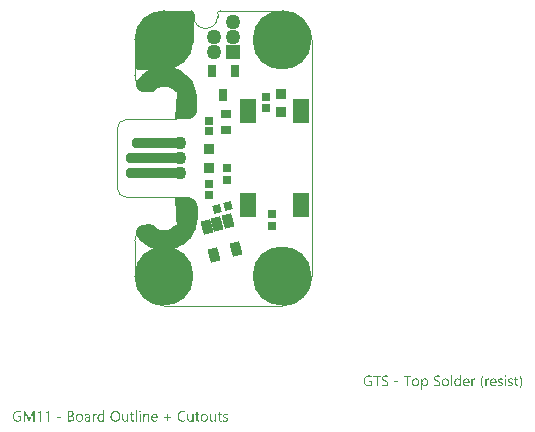
<source format=gts>
G04*
G04 #@! TF.GenerationSoftware,Altium Limited,Altium Designer,22.11.1 (43)*
G04*
G04 Layer_Color=8388736*
%FSAX26Y26*%
%MOIN*%
G70*
G04*
G04 #@! TF.SameCoordinates,345A39FD-F609-404A-8C7F-D1080D3B892E*
G04*
G04*
G04 #@! TF.FilePolarity,Negative*
G04*
G01*
G75*
%ADD12C,0.003937*%
%ADD27C,0.000394*%
%ADD28R,0.037906X0.035906*%
G04:AMPARAMS|DCode=29|XSize=35.433mil|YSize=188.976mil|CornerRadius=13.819mil|HoleSize=0mil|Usage=FLASHONLY|Rotation=90.000|XOffset=0mil|YOffset=0mil|HoleType=Round|Shape=RoundedRectangle|*
%AMROUNDEDRECTD29*
21,1,0.035433,0.161339,0,0,90.0*
21,1,0.007795,0.188976,0,0,90.0*
1,1,0.027638,0.080669,0.003898*
1,1,0.027638,0.080669,-0.003898*
1,1,0.027638,-0.080669,-0.003898*
1,1,0.027638,-0.080669,0.003898*
%
%ADD29ROUNDEDRECTD29*%
G04:AMPARAMS|DCode=30|XSize=35.433mil|YSize=169.291mil|CornerRadius=13.819mil|HoleSize=0mil|Usage=FLASHONLY|Rotation=90.000|XOffset=0mil|YOffset=0mil|HoleType=Round|Shape=RoundedRectangle|*
%AMROUNDEDRECTD30*
21,1,0.035433,0.141654,0,0,90.0*
21,1,0.007795,0.169291,0,0,90.0*
1,1,0.027638,0.070827,0.003898*
1,1,0.027638,0.070827,-0.003898*
1,1,0.027638,-0.070827,-0.003898*
1,1,0.027638,-0.070827,0.003898*
%
%ADD30ROUNDEDRECTD30*%
G04:AMPARAMS|DCode=31|XSize=33.465mil|YSize=45.276mil|CornerRadius=0mil|HoleSize=0mil|Usage=FLASHONLY|Rotation=15.000|XOffset=0mil|YOffset=0mil|HoleType=Round|Shape=Rectangle|*
%AMROTATEDRECTD31*
4,1,4,-0.010303,-0.026197,-0.022021,0.017536,0.010303,0.026197,0.022021,-0.017536,-0.010303,-0.026197,0.0*
%
%ADD31ROTATEDRECTD31*%

G04:AMPARAMS|DCode=32|XSize=25.591mil|YSize=27.559mil|CornerRadius=0mil|HoleSize=0mil|Usage=FLASHONLY|Rotation=15.000|XOffset=0mil|YOffset=0mil|HoleType=Round|Shape=Rectangle|*
%AMROTATEDRECTD32*
4,1,4,-0.008793,-0.016622,-0.015926,0.009998,0.008793,0.016622,0.015926,-0.009998,-0.008793,-0.016622,0.0*
%
%ADD32ROTATEDRECTD32*%

%ADD33R,0.027559X0.025591*%
%ADD34R,0.029528X0.041339*%
%ADD35R,0.037402X0.029528*%
%ADD36R,0.031496X0.027559*%
%ADD37R,0.027559X0.025591*%
%ADD38R,0.037402X0.037402*%
%ADD39R,0.057087X0.080709*%
%ADD40C,0.043307*%
%ADD41C,0.196850*%
%ADD42C,0.049606*%
%ADD43R,0.049606X0.049606*%
G36*
X-00109305Y00492099D02*
X-00108384Y00491990D01*
X-00107474Y00491808D01*
X-00106580Y00491557D01*
X-00105709Y00491235D01*
X-00104867Y00490847D01*
X-00104057Y00490393D01*
X-00103285Y00489878D01*
X-00102556Y00489303D01*
X-00101875Y00488673D01*
X-00101245Y00487991D01*
X-00100670Y00487263D01*
X-00100154Y00486491D01*
X-00099701Y00485681D01*
X-00099312Y00484838D01*
X-00098991Y00483968D01*
X-00098739Y00483074D01*
X-00098558Y00482164D01*
X-00098449Y00481242D01*
X-00098413Y00480315D01*
X-00098413Y00389765D01*
X-00098449Y00388838D01*
X-00098558Y00387916D01*
X-00098739Y00387006D01*
X-00098991Y00386113D01*
X-00099152Y00385677D01*
X-00099312Y00385242D01*
X-00099507Y00384821D01*
X-00099701Y00384399D01*
X-00099864Y00384108D01*
X-00100154Y00383589D01*
X-00100670Y00382818D01*
X-00101245Y00382089D01*
X-00101547Y00381762D01*
X-00101875Y00381407D01*
X-00101876Y00381406D01*
X-00177863Y00305419D01*
X-00170316Y00304059D01*
X-00169725Y00303935D01*
X-00169148Y00303817D01*
X-00169084Y00303801D01*
X-00169019Y00303787D01*
X-00168437Y00303631D01*
X-00167866Y00303481D01*
X-00167804Y00303461D01*
X-00167739Y00303443D01*
X-00167168Y00303255D01*
X-00166605Y00303072D01*
X-00153298Y00298349D01*
X-00152734Y00298131D01*
X-00152184Y00297922D01*
X-00152124Y00297896D01*
X-00152061Y00297871D01*
X-00151512Y00297623D01*
X-00150974Y00297382D01*
X-00150915Y00297352D01*
X-00150854Y00297324D01*
X-00150321Y00297046D01*
X-00149795Y00296775D01*
X-00137429Y00289959D01*
X-00136920Y00289660D01*
X-00136399Y00289358D01*
X-00136343Y00289320D01*
X-00136286Y00289287D01*
X-00135794Y00288959D01*
X-00135292Y00288628D01*
X-00135238Y00288589D01*
X-00135183Y00288552D01*
X-00134709Y00288196D01*
X-00134227Y00287839D01*
X-00123128Y00279110D01*
X-00122670Y00278729D01*
X-00122209Y00278349D01*
X-00122160Y00278304D01*
X-00122109Y00278262D01*
X-00121674Y00277856D01*
X-00121235Y00277450D01*
X-00121189Y00277403D01*
X-00121140Y00277358D01*
X-00120727Y00276926D01*
X-00120312Y00276499D01*
X-00110773Y00266087D01*
X-00110380Y00265634D01*
X-00109990Y00265188D01*
X-00109949Y00265135D01*
X-00109906Y00265085D01*
X-00109543Y00264616D01*
X-00109174Y00264143D01*
X-00109136Y00264088D01*
X-00109095Y00264036D01*
X-00108763Y00263552D01*
X-00108418Y00263055D01*
X-00108130Y00262615D01*
X-00106205Y00260321D01*
X-00096561Y00243616D01*
X-00089964Y00225491D01*
X-00086614Y00206495D01*
X-00086614Y00196850D01*
X-00086614Y00196850D01*
X-00086614Y00166050D01*
X-00086614Y00162492D01*
X-00088003Y00155512D01*
X-00090726Y00148937D01*
X-00094680Y00143019D01*
X-00099712Y00137987D01*
X-00105630Y00134033D01*
X-00112205Y00131310D01*
X-00119185Y00129921D01*
X-00122743Y00129921D01*
X-00122743Y00129921D01*
X-00161202Y00129921D01*
X-00155039Y00220979D01*
X-00155204Y00221012D01*
X-00155812Y00221130D01*
X-00155867Y00221144D01*
X-00155922Y00221155D01*
X-00156505Y00221305D01*
X-00157097Y00221455D01*
X-00157151Y00221472D01*
X-00157206Y00221486D01*
X-00157778Y00221669D01*
X-00158361Y00221852D01*
X-00158415Y00221872D01*
X-00158468Y00221889D01*
X-00159028Y00222103D01*
X-00159602Y00222319D01*
X-00159654Y00222342D01*
X-00159707Y00222362D01*
X-00160258Y00222609D01*
X-00160814Y00222855D01*
X-00160864Y00222881D01*
X-00160916Y00222904D01*
X-00161465Y00223188D01*
X-00161994Y00223458D01*
X-00162042Y00223486D01*
X-00162094Y00223513D01*
X-00162620Y00223823D01*
X-00163139Y00224126D01*
X-00163187Y00224158D01*
X-00163235Y00224186D01*
X-00163738Y00224523D01*
X-00164245Y00224858D01*
X-00164290Y00224891D01*
X-00164337Y00224923D01*
X-00164827Y00225292D01*
X-00165307Y00225650D01*
X-00165350Y00225686D01*
X-00165396Y00225721D01*
X-00165855Y00226109D01*
X-00166324Y00226501D01*
X-00169823Y00229600D01*
X-00177149Y00234398D01*
X-00184728Y00237483D01*
X-00192759Y00239054D01*
X-00200941Y00239054D01*
X-00208972Y00237482D01*
X-00216551Y00234396D01*
X-00223877Y00229597D01*
X-00227375Y00226498D01*
X-00227726Y00226205D01*
X-00228065Y00225910D01*
X-00228131Y00225857D01*
X-00228231Y00225779D01*
X-00228311Y00225712D01*
X-00228332Y00225696D01*
X-00228382Y00225653D01*
X-00228788Y00225348D01*
X-00229179Y00225046D01*
X-00229311Y00224955D01*
X-00229442Y00224857D01*
X-00229863Y00224576D01*
X-00230271Y00224294D01*
X-00230409Y00224211D01*
X-00230544Y00224120D01*
X-00230976Y00223866D01*
X-00231404Y00223606D01*
X-00231547Y00223529D01*
X-00231686Y00223447D01*
X-00232128Y00223219D01*
X-00232573Y00222982D01*
X-00232722Y00222913D01*
X-00232864Y00222839D01*
X-00233319Y00222636D01*
X-00233776Y00222424D01*
X-00233927Y00222364D01*
X-00234074Y00222298D01*
X-00234542Y00222120D01*
X-00235008Y00221935D01*
X-00235162Y00221884D01*
X-00235313Y00221826D01*
X-00235789Y00221675D01*
X-00236265Y00221516D01*
X-00236422Y00221473D01*
X-00236576Y00221424D01*
X-00237060Y00221299D01*
X-00237544Y00221167D01*
X-00237702Y00221134D01*
X-00237859Y00221093D01*
X-00238349Y00220996D01*
X-00238841Y00220891D01*
X-00239003Y00220866D01*
X-00239160Y00220835D01*
X-00239651Y00220766D01*
X-00240151Y00220689D01*
X-00240313Y00220673D01*
X-00240472Y00220650D01*
X-00240965Y00220609D01*
X-00241470Y00220560D01*
X-00241635Y00220553D01*
X-00241793Y00220539D01*
X-00242288Y00220526D01*
X-00242794Y00220505D01*
X-00242957Y00220507D01*
X-00243118Y00220503D01*
X-00255905Y00220507D01*
X-00257421Y00220506D01*
X-00257902Y00220520D01*
X-00258386Y00220526D01*
X-00258567Y00220538D01*
X-00258747Y00220543D01*
X-00259223Y00220583D01*
X-00259709Y00220616D01*
X-00262743Y00220910D01*
X-00263223Y00220970D01*
X-00263700Y00221023D01*
X-00263878Y00221052D01*
X-00264059Y00221075D01*
X-00264531Y00221161D01*
X-00265007Y00221241D01*
X-00268000Y00221827D01*
X-00268468Y00221932D01*
X-00268941Y00222031D01*
X-00269116Y00222078D01*
X-00269293Y00222118D01*
X-00269756Y00222250D01*
X-00270221Y00222375D01*
X-00273143Y00223247D01*
X-00273602Y00223399D01*
X-00274060Y00223542D01*
X-00274231Y00223606D01*
X-00274402Y00223662D01*
X-00274848Y00223838D01*
X-00275301Y00224008D01*
X-00276687Y00224573D01*
X-00276688Y00224573D01*
X-00276690Y00224574D01*
X-00276713Y00224583D01*
X-00276772Y00224609D01*
X-00276835Y00224633D01*
X-00277367Y00224871D01*
X-00277902Y00225106D01*
X-00277916Y00225113D01*
X-00277926Y00225118D01*
X-00277984Y00225147D01*
X-00278045Y00225175D01*
X-00278554Y00225438D01*
X-00279084Y00225707D01*
X-00279096Y00225714D01*
X-00279107Y00225720D01*
X-00279165Y00225753D01*
X-00279223Y00225783D01*
X-00279723Y00226079D01*
X-00280230Y00226373D01*
X-00280241Y00226380D01*
X-00280253Y00226387D01*
X-00280307Y00226423D01*
X-00280364Y00226457D01*
X-00280854Y00226784D01*
X-00281337Y00227102D01*
X-00281347Y00227109D01*
X-00281359Y00227117D01*
X-00281412Y00227157D01*
X-00281466Y00227193D01*
X-00281933Y00227544D01*
X-00282401Y00227892D01*
X-00282413Y00227901D01*
X-00282423Y00227908D01*
X-00282472Y00227950D01*
X-00282526Y00227990D01*
X-00282967Y00228363D01*
X-00283420Y00228740D01*
X-00283430Y00228750D01*
X-00283440Y00228758D01*
X-00283488Y00228803D01*
X-00283538Y00228845D01*
X-00283961Y00229244D01*
X-00284389Y00229644D01*
X-00284398Y00229653D01*
X-00284408Y00229663D01*
X-00284454Y00229711D01*
X-00284502Y00229756D01*
X-00284502Y00229756D01*
X-00284909Y00230187D01*
X-00285306Y00230601D01*
X-00285315Y00230612D01*
X-00285324Y00230621D01*
X-00285367Y00230671D01*
X-00285412Y00230719D01*
X-00285788Y00231164D01*
X-00286168Y00231608D01*
X-00286176Y00231619D01*
X-00286185Y00231629D01*
X-00286226Y00231683D01*
X-00286267Y00231732D01*
X-00286617Y00232197D01*
X-00286972Y00232662D01*
X-00286980Y00232673D01*
X-00286988Y00232684D01*
X-00287025Y00232739D01*
X-00287065Y00232791D01*
X-00287391Y00233279D01*
X-00287716Y00233759D01*
X-00287723Y00233770D01*
X-00287731Y00233782D01*
X-00287764Y00233839D01*
X-00287801Y00233893D01*
X-00288102Y00234404D01*
X-00288397Y00234897D01*
X-00288403Y00234907D01*
X-00288410Y00234920D01*
X-00288441Y00234978D01*
X-00288474Y00235035D01*
X-00288748Y00235564D01*
X-00289014Y00236070D01*
X-00289019Y00236083D01*
X-00289025Y00236094D01*
X-00289052Y00236152D01*
X-00289083Y00236213D01*
X-00289326Y00236755D01*
X-00289563Y00237276D01*
X-00289568Y00237288D01*
X-00289574Y00237301D01*
X-00289597Y00237362D01*
X-00289624Y00237423D01*
X-00289834Y00237971D01*
X-00290044Y00238512D01*
X-00290049Y00238525D01*
X-00290053Y00238537D01*
X-00290073Y00238598D01*
X-00290097Y00238661D01*
X-00290276Y00239222D01*
X-00290455Y00239772D01*
X-00290458Y00239784D01*
X-00290463Y00239798D01*
X-00290479Y00239861D01*
X-00290499Y00239924D01*
X-00290648Y00240501D01*
X-00290652Y00240516D01*
X-00290795Y00241053D01*
X-00290797Y00241063D01*
X-00290801Y00241079D01*
X-00290814Y00241144D01*
X-00290830Y00241207D01*
X-00290948Y00241798D01*
X-00291062Y00242351D01*
X-00291064Y00242364D01*
X-00291067Y00242378D01*
X-00291076Y00242441D01*
X-00291089Y00242507D01*
X-00291174Y00243108D01*
X-00291256Y00243663D01*
X-00291257Y00243674D01*
X-00291259Y00243689D01*
X-00291265Y00243754D01*
X-00291274Y00243820D01*
X-00291324Y00244412D01*
X-00291327Y00244443D01*
X-00291376Y00244983D01*
X-00291377Y00244994D01*
X-00291378Y00245010D01*
X-00291380Y00245076D01*
X-00291386Y00245141D01*
X-00291403Y00245742D01*
X-00291422Y00246307D01*
X-00291422Y00246320D01*
X-00291423Y00246334D01*
X-00291421Y00246398D01*
X-00291423Y00246466D01*
X-00291406Y00247066D01*
X-00291394Y00247633D01*
X-00291393Y00247645D01*
X-00291393Y00247660D01*
X-00291388Y00247725D01*
X-00291386Y00247791D01*
X-00291336Y00248384D01*
X-00291291Y00248954D01*
X-00291290Y00248967D01*
X-00291289Y00248981D01*
X-00291280Y00249045D01*
X-00291274Y00249112D01*
X-00291190Y00249712D01*
X-00291115Y00250268D01*
X-00291113Y00250279D01*
X-00291111Y00250294D01*
X-00291099Y00250357D01*
X-00291089Y00250424D01*
X-00290971Y00251020D01*
X-00290969Y00251029D01*
X-00290865Y00251570D01*
X-00290862Y00251581D01*
X-00290859Y00251596D01*
X-00290844Y00251659D01*
X-00290830Y00251724D01*
X-00290681Y00252304D01*
X-00290674Y00252330D01*
X-00290543Y00252856D01*
X-00290539Y00252866D01*
X-00290536Y00252881D01*
X-00290516Y00252944D01*
X-00290499Y00253008D01*
X-00290317Y00253582D01*
X-00290149Y00254121D01*
X-00290144Y00254133D01*
X-00290140Y00254146D01*
X-00290118Y00254206D01*
X-00290097Y00254271D01*
X-00289881Y00254836D01*
X-00289684Y00255363D01*
X-00289680Y00255373D01*
X-00289674Y00255387D01*
X-00289648Y00255447D01*
X-00289624Y00255509D01*
X-00289377Y00256062D01*
X-00289151Y00256576D01*
X-00289145Y00256587D01*
X-00289139Y00256600D01*
X-00289110Y00256657D01*
X-00289083Y00256719D01*
X-00288804Y00257258D01*
X-00288550Y00257758D01*
X-00288544Y00257769D01*
X-00288538Y00257781D01*
X-00288505Y00257837D01*
X-00288474Y00257897D01*
X-00288165Y00258422D01*
X-00287885Y00258904D01*
X-00287878Y00258913D01*
X-00287870Y00258927D01*
X-00287835Y00258980D01*
X-00287801Y00259038D01*
X-00287463Y00259544D01*
X-00287450Y00259564D01*
X-00287156Y00260011D01*
X-00287143Y00260029D01*
X-00287140Y00260033D01*
X-00287137Y00260037D01*
X-00283109Y00265796D01*
X-00282752Y00266276D01*
X-00282400Y00266757D01*
X-00282358Y00266808D01*
X-00282319Y00266861D01*
X-00281936Y00267320D01*
X-00281558Y00267780D01*
X-00281513Y00267828D01*
X-00281470Y00267879D01*
X-00281065Y00268313D01*
X-00280659Y00268754D01*
X-00270798Y00278861D01*
X-00270371Y00279274D01*
X-00269943Y00279693D01*
X-00269892Y00279738D01*
X-00269846Y00279783D01*
X-00269395Y00280174D01*
X-00268946Y00280566D01*
X-00268895Y00280606D01*
X-00268844Y00280651D01*
X-00268364Y00281021D01*
X-00267901Y00281382D01*
X-00256534Y00289759D01*
X-00256053Y00290092D01*
X-00255556Y00290442D01*
X-00255498Y00290478D01*
X-00255445Y00290514D01*
X-00254939Y00290825D01*
X-00254430Y00291142D01*
X-00254373Y00291173D01*
X-00254315Y00291208D01*
X-00253789Y00291492D01*
X-00253267Y00291778D01*
X-00246435Y00295268D01*
X-00283465Y00295268D01*
X-00284392Y00295305D01*
X-00285314Y00295414D01*
X-00286224Y00295595D01*
X-00287117Y00295847D01*
X-00287988Y00296168D01*
X-00288831Y00296557D01*
X-00289641Y00297010D01*
X-00290412Y00297526D01*
X-00291141Y00298100D01*
X-00291823Y00298730D01*
X-00292453Y00299412D01*
X-00293027Y00300141D01*
X-00293543Y00300912D01*
X-00293996Y00301722D01*
X-00294385Y00302565D01*
X-00294706Y00303436D01*
X-00294958Y00304329D01*
X-00295139Y00305239D01*
X-00295248Y00306161D01*
X-00295285Y00307088D01*
X-00295285Y00393698D01*
X-00295285Y00393701D01*
X-00295248Y00394628D01*
X-00295139Y00395550D01*
X-00294958Y00396460D01*
X-00294706Y00397353D01*
X-00294385Y00398224D01*
X-00293996Y00399067D01*
X-00293543Y00399877D01*
X-00293027Y00400649D01*
X-00292453Y00401377D01*
X-00291823Y00402059D01*
X-00205208Y00488673D01*
X-00204527Y00489303D01*
X-00203798Y00489878D01*
X-00203026Y00490393D01*
X-00202217Y00490847D01*
X-00201374Y00491235D01*
X-00200503Y00491557D01*
X-00199610Y00491808D01*
X-00198700Y00491990D01*
X-00197778Y00492099D01*
X-00196850Y00492135D01*
X-00110233Y00492135D01*
X-00109305Y00492099D01*
X-00109305Y00492099D02*
G37*
G36*
X-00122743Y-00129922D02*
X-00119185Y-00129921D01*
X-00112205Y-00131310D01*
X-00105630Y-00134033D01*
X-00099712Y-00137987D01*
X-00094680Y-00143019D01*
X-00090726Y-00148937D01*
X-00088003Y-00155512D01*
X-00086614Y-00162492D01*
X-00086614Y-00166050D01*
X-00086614Y-00196850D01*
X-00086614Y-00196851D01*
X-00086614Y-00206495D01*
X-00089964Y-00225491D01*
X-00096561Y-00243616D01*
X-00106205Y-00260321D01*
X-00108130Y-00262615D01*
X-00108418Y-00263055D01*
X-00108763Y-00263552D01*
X-00109095Y-00264036D01*
X-00109136Y-00264088D01*
X-00109174Y-00264143D01*
X-00109543Y-00264616D01*
X-00109906Y-00265085D01*
X-00109949Y-00265135D01*
X-00109990Y-00265188D01*
X-00110380Y-00265634D01*
X-00110773Y-00266087D01*
X-00120312Y-00276499D01*
X-00120727Y-00276926D01*
X-00121140Y-00277358D01*
X-00121189Y-00277403D01*
X-00121235Y-00277450D01*
X-00121674Y-00277856D01*
X-00122109Y-00278262D01*
X-00122160Y-00278304D01*
X-00122209Y-00278349D01*
X-00122670Y-00278729D01*
X-00123128Y-00279110D01*
X-00134227Y-00287839D01*
X-00134709Y-00288196D01*
X-00135183Y-00288552D01*
X-00135238Y-00288589D01*
X-00135292Y-00288629D01*
X-00135794Y-00288959D01*
X-00136286Y-00289287D01*
X-00136343Y-00289320D01*
X-00136399Y-00289358D01*
X-00136920Y-00289660D01*
X-00137429Y-00289959D01*
X-00149795Y-00296775D01*
X-00150321Y-00297046D01*
X-00150854Y-00297325D01*
X-00150915Y-00297352D01*
X-00150974Y-00297382D01*
X-00151512Y-00297623D01*
X-00152061Y-00297871D01*
X-00152124Y-00297896D01*
X-00152184Y-00297922D01*
X-00152734Y-00298132D01*
X-00153298Y-00298350D01*
X-00166605Y-00303073D01*
X-00167168Y-00303255D01*
X-00167739Y-00303443D01*
X-00167804Y-00303461D01*
X-00167866Y-00303481D01*
X-00168437Y-00303631D01*
X-00169019Y-00303787D01*
X-00169084Y-00303801D01*
X-00169148Y-00303818D01*
X-00169725Y-00303935D01*
X-00170316Y-00304059D01*
X-00184213Y-00306564D01*
X-00184803Y-00306654D01*
X-00185392Y-00306746D01*
X-00185459Y-00306753D01*
X-00185523Y-00306763D01*
X-00186114Y-00306819D01*
X-00186710Y-00306878D01*
X-00186776Y-00306881D01*
X-00186843Y-00306887D01*
X-00187442Y-00306910D01*
X-00188035Y-00306936D01*
X-00202153Y-00307158D01*
X-00202753Y-00307151D01*
X-00203346Y-00307147D01*
X-00203412Y-00307142D01*
X-00203479Y-00307142D01*
X-00204068Y-00307101D01*
X-00204669Y-00307063D01*
X-00204736Y-00307055D01*
X-00204801Y-00307051D01*
X-00205389Y-00306977D01*
X-00205985Y-00306906D01*
X-00219953Y-00304838D01*
X-00220538Y-00304735D01*
X-00221129Y-00304634D01*
X-00221195Y-00304618D01*
X-00221259Y-00304607D01*
X-00221837Y-00304471D01*
X-00222421Y-00304337D01*
X-00222483Y-00304319D01*
X-00222549Y-00304303D01*
X-00223123Y-00304134D01*
X-00223694Y-00303969D01*
X-00237143Y-00299666D01*
X-00237709Y-00299467D01*
X-00238269Y-00299274D01*
X-00238331Y-00299249D01*
X-00238393Y-00299226D01*
X-00238944Y-00298998D01*
X-00239496Y-00298772D01*
X-00239557Y-00298743D01*
X-00239618Y-00298718D01*
X-00240153Y-00298459D01*
X-00240693Y-00298202D01*
X-00253267Y-00291778D01*
X-00253789Y-00291492D01*
X-00254315Y-00291209D01*
X-00254373Y-00291173D01*
X-00254430Y-00291142D01*
X-00254939Y-00290825D01*
X-00255445Y-00290515D01*
X-00255498Y-00290478D01*
X-00255556Y-00290442D01*
X-00256053Y-00290092D01*
X-00256534Y-00289759D01*
X-00267901Y-00281382D01*
X-00268364Y-00281021D01*
X-00268844Y-00280651D01*
X-00268895Y-00280606D01*
X-00268946Y-00280567D01*
X-00269395Y-00280174D01*
X-00269846Y-00279783D01*
X-00269892Y-00279738D01*
X-00269943Y-00279693D01*
X-00270371Y-00279274D01*
X-00270798Y-00278861D01*
X-00280659Y-00268754D01*
X-00281065Y-00268313D01*
X-00281470Y-00267879D01*
X-00281513Y-00267828D01*
X-00281558Y-00267780D01*
X-00281936Y-00267320D01*
X-00282319Y-00266861D01*
X-00282358Y-00266808D01*
X-00282400Y-00266757D01*
X-00282752Y-00266276D01*
X-00283109Y-00265796D01*
X-00287137Y-00260037D01*
X-00287140Y-00260033D01*
X-00287143Y-00260029D01*
X-00287156Y-00260011D01*
X-00287450Y-00259564D01*
X-00287463Y-00259544D01*
X-00287801Y-00259038D01*
X-00287835Y-00258981D01*
X-00287870Y-00258927D01*
X-00287878Y-00258914D01*
X-00287885Y-00258904D01*
X-00288165Y-00258422D01*
X-00288474Y-00257897D01*
X-00288505Y-00257837D01*
X-00288538Y-00257781D01*
X-00288544Y-00257769D01*
X-00288550Y-00257758D01*
X-00288804Y-00257258D01*
X-00289083Y-00256719D01*
X-00289110Y-00256657D01*
X-00289139Y-00256600D01*
X-00289145Y-00256587D01*
X-00289151Y-00256576D01*
X-00289377Y-00256062D01*
X-00289624Y-00255509D01*
X-00289648Y-00255447D01*
X-00289674Y-00255387D01*
X-00289680Y-00255373D01*
X-00289684Y-00255363D01*
X-00289881Y-00254836D01*
X-00290097Y-00254271D01*
X-00290118Y-00254206D01*
X-00290140Y-00254147D01*
X-00290144Y-00254133D01*
X-00290149Y-00254121D01*
X-00290317Y-00253582D01*
X-00290499Y-00253008D01*
X-00290516Y-00252944D01*
X-00290536Y-00252881D01*
X-00290539Y-00252866D01*
X-00290543Y-00252856D01*
X-00290674Y-00252330D01*
X-00290681Y-00252304D01*
X-00290830Y-00251724D01*
X-00290844Y-00251659D01*
X-00290859Y-00251596D01*
X-00290862Y-00251581D01*
X-00290865Y-00251570D01*
X-00290969Y-00251029D01*
X-00290971Y-00251021D01*
X-00291089Y-00250424D01*
X-00291099Y-00250358D01*
X-00291111Y-00250294D01*
X-00291113Y-00250279D01*
X-00291115Y-00250268D01*
X-00291190Y-00249712D01*
X-00291274Y-00249112D01*
X-00291280Y-00249045D01*
X-00291289Y-00248981D01*
X-00291290Y-00248967D01*
X-00291291Y-00248954D01*
X-00291336Y-00248384D01*
X-00291386Y-00247791D01*
X-00291388Y-00247725D01*
X-00291393Y-00247660D01*
X-00291393Y-00247645D01*
X-00291394Y-00247633D01*
X-00291406Y-00247066D01*
X-00291423Y-00246466D01*
X-00291421Y-00246398D01*
X-00291423Y-00246334D01*
X-00291422Y-00246320D01*
X-00291422Y-00246308D01*
X-00291403Y-00245742D01*
X-00291386Y-00245141D01*
X-00291380Y-00245076D01*
X-00291378Y-00245010D01*
X-00291377Y-00244994D01*
X-00291376Y-00244983D01*
X-00291327Y-00244443D01*
X-00291324Y-00244412D01*
X-00291274Y-00243820D01*
X-00291265Y-00243755D01*
X-00291259Y-00243689D01*
X-00291257Y-00243674D01*
X-00291256Y-00243663D01*
X-00291174Y-00243108D01*
X-00291089Y-00242507D01*
X-00291076Y-00242441D01*
X-00291067Y-00242378D01*
X-00291064Y-00242364D01*
X-00291062Y-00242351D01*
X-00290948Y-00241798D01*
X-00290830Y-00241207D01*
X-00290814Y-00241144D01*
X-00290801Y-00241079D01*
X-00290797Y-00241063D01*
X-00290795Y-00241053D01*
X-00290652Y-00240516D01*
X-00290648Y-00240501D01*
X-00290499Y-00239924D01*
X-00290479Y-00239861D01*
X-00290463Y-00239798D01*
X-00290458Y-00239784D01*
X-00290455Y-00239772D01*
X-00290276Y-00239222D01*
X-00290097Y-00238661D01*
X-00290073Y-00238599D01*
X-00290053Y-00238537D01*
X-00290049Y-00238525D01*
X-00290044Y-00238512D01*
X-00289834Y-00237971D01*
X-00289624Y-00237423D01*
X-00289597Y-00237362D01*
X-00289574Y-00237301D01*
X-00289568Y-00237288D01*
X-00289563Y-00237276D01*
X-00289326Y-00236755D01*
X-00289083Y-00236213D01*
X-00289052Y-00236152D01*
X-00289025Y-00236094D01*
X-00289019Y-00236083D01*
X-00289014Y-00236070D01*
X-00288748Y-00235564D01*
X-00288474Y-00235035D01*
X-00288441Y-00234978D01*
X-00288410Y-00234920D01*
X-00288403Y-00234907D01*
X-00288397Y-00234897D01*
X-00288102Y-00234404D01*
X-00287801Y-00233893D01*
X-00287764Y-00233839D01*
X-00287731Y-00233782D01*
X-00287723Y-00233770D01*
X-00287716Y-00233759D01*
X-00287391Y-00233280D01*
X-00287065Y-00232791D01*
X-00287025Y-00232739D01*
X-00286988Y-00232684D01*
X-00286980Y-00232673D01*
X-00286972Y-00232662D01*
X-00286617Y-00232197D01*
X-00286267Y-00231732D01*
X-00286226Y-00231683D01*
X-00286185Y-00231629D01*
X-00286176Y-00231619D01*
X-00286168Y-00231608D01*
X-00285788Y-00231164D01*
X-00285412Y-00230719D01*
X-00285367Y-00230671D01*
X-00285324Y-00230621D01*
X-00285315Y-00230612D01*
X-00285306Y-00230601D01*
X-00284909Y-00230187D01*
X-00284502Y-00229756D01*
X-00284502Y-00229756D01*
X-00284454Y-00229711D01*
X-00284408Y-00229663D01*
X-00284398Y-00229654D01*
X-00284389Y-00229644D01*
X-00283961Y-00229245D01*
X-00283538Y-00228845D01*
X-00283488Y-00228803D01*
X-00283440Y-00228758D01*
X-00283430Y-00228750D01*
X-00283420Y-00228740D01*
X-00282967Y-00228363D01*
X-00282526Y-00227990D01*
X-00282472Y-00227950D01*
X-00282423Y-00227909D01*
X-00282413Y-00227901D01*
X-00282401Y-00227892D01*
X-00281933Y-00227544D01*
X-00281466Y-00227193D01*
X-00281412Y-00227157D01*
X-00281359Y-00227117D01*
X-00281347Y-00227109D01*
X-00281337Y-00227102D01*
X-00280854Y-00226784D01*
X-00280364Y-00226457D01*
X-00280307Y-00226423D01*
X-00280253Y-00226387D01*
X-00280241Y-00226380D01*
X-00280230Y-00226373D01*
X-00279723Y-00226079D01*
X-00279223Y-00225783D01*
X-00279165Y-00225753D01*
X-00279107Y-00225720D01*
X-00279096Y-00225714D01*
X-00279084Y-00225707D01*
X-00278554Y-00225438D01*
X-00278045Y-00225175D01*
X-00277984Y-00225148D01*
X-00277926Y-00225118D01*
X-00277916Y-00225113D01*
X-00277902Y-00225107D01*
X-00277367Y-00224871D01*
X-00276835Y-00224633D01*
X-00276772Y-00224609D01*
X-00276713Y-00224583D01*
X-00276690Y-00224574D01*
X-00276688Y-00224573D01*
X-00276687Y-00224573D01*
X-00275301Y-00224008D01*
X-00274848Y-00223838D01*
X-00274402Y-00223662D01*
X-00274231Y-00223606D01*
X-00274060Y-00223542D01*
X-00273602Y-00223399D01*
X-00273143Y-00223248D01*
X-00270221Y-00222375D01*
X-00269756Y-00222250D01*
X-00269293Y-00222118D01*
X-00269116Y-00222078D01*
X-00268941Y-00222031D01*
X-00268468Y-00221932D01*
X-00268000Y-00221827D01*
X-00265007Y-00221241D01*
X-00264531Y-00221161D01*
X-00264059Y-00221075D01*
X-00263878Y-00221053D01*
X-00263700Y-00221023D01*
X-00263223Y-00220970D01*
X-00262743Y-00220910D01*
X-00259709Y-00220616D01*
X-00259223Y-00220583D01*
X-00258747Y-00220543D01*
X-00258567Y-00220538D01*
X-00258386Y-00220526D01*
X-00257902Y-00220520D01*
X-00257421Y-00220506D01*
X-00255905Y-00220507D01*
X-00243118Y-00220503D01*
X-00242957Y-00220507D01*
X-00242794Y-00220505D01*
X-00242292Y-00220525D01*
X-00241793Y-00220539D01*
X-00241633Y-00220553D01*
X-00241470Y-00220560D01*
X-00240967Y-00220609D01*
X-00240472Y-00220650D01*
X-00240313Y-00220673D01*
X-00240151Y-00220689D01*
X-00239654Y-00220766D01*
X-00239160Y-00220835D01*
X-00239001Y-00220867D01*
X-00238841Y-00220891D01*
X-00238349Y-00220996D01*
X-00237860Y-00221093D01*
X-00237704Y-00221133D01*
X-00237544Y-00221167D01*
X-00237057Y-00221300D01*
X-00236576Y-00221424D01*
X-00236423Y-00221473D01*
X-00236265Y-00221516D01*
X-00235789Y-00221675D01*
X-00235313Y-00221826D01*
X-00235161Y-00221884D01*
X-00235008Y-00221935D01*
X-00234543Y-00222120D01*
X-00234074Y-00222298D01*
X-00233926Y-00222364D01*
X-00233776Y-00222424D01*
X-00233321Y-00222635D01*
X-00232864Y-00222839D01*
X-00232721Y-00222913D01*
X-00232573Y-00222982D01*
X-00232131Y-00223218D01*
X-00231686Y-00223447D01*
X-00231547Y-00223530D01*
X-00231404Y-00223606D01*
X-00230976Y-00223866D01*
X-00230544Y-00224120D01*
X-00230409Y-00224211D01*
X-00230271Y-00224294D01*
X-00229863Y-00224575D01*
X-00229442Y-00224856D01*
X-00229310Y-00224955D01*
X-00229179Y-00225046D01*
X-00228787Y-00225349D01*
X-00228383Y-00225653D01*
X-00228332Y-00225696D01*
X-00228311Y-00225712D01*
X-00228232Y-00225778D01*
X-00228131Y-00225857D01*
X-00228065Y-00225910D01*
X-00227722Y-00226208D01*
X-00227375Y-00226498D01*
X-00223877Y-00229597D01*
X-00216551Y-00234396D01*
X-00208972Y-00237482D01*
X-00200941Y-00239054D01*
X-00192759Y-00239054D01*
X-00184728Y-00237483D01*
X-00177149Y-00234398D01*
X-00169823Y-00229600D01*
X-00166324Y-00226501D01*
X-00165860Y-00226113D01*
X-00165396Y-00225721D01*
X-00165350Y-00225686D01*
X-00165307Y-00225650D01*
X-00164826Y-00225291D01*
X-00164337Y-00224923D01*
X-00164290Y-00224892D01*
X-00164245Y-00224858D01*
X-00163736Y-00224521D01*
X-00163235Y-00224187D01*
X-00163187Y-00224158D01*
X-00163139Y-00224126D01*
X-00162625Y-00223826D01*
X-00162094Y-00223513D01*
X-00162041Y-00223485D01*
X-00161994Y-00223458D01*
X-00161465Y-00223188D01*
X-00160916Y-00222904D01*
X-00160865Y-00222881D01*
X-00160814Y-00222855D01*
X-00160248Y-00222605D01*
X-00159707Y-00222362D01*
X-00159655Y-00222343D01*
X-00159602Y-00222319D01*
X-00159017Y-00222099D01*
X-00158468Y-00221889D01*
X-00158416Y-00221873D01*
X-00158361Y-00221852D01*
X-00157776Y-00221668D01*
X-00157206Y-00221486D01*
X-00157150Y-00221472D01*
X-00157097Y-00221455D01*
X-00156511Y-00221307D01*
X-00155922Y-00221155D01*
X-00155867Y-00221144D01*
X-00155812Y-00221130D01*
X-00155208Y-00221012D01*
X-00155039Y-00220979D01*
X-00161202Y-00129921D01*
X-00122743Y-00129921D01*
X-00122743Y-00129922D01*
X-00122743Y-00129922D02*
G37*
G36*
X00940515Y-00722631D02*
X00940793Y-00722693D01*
X00941072Y-00722786D01*
X00941380Y-00722940D01*
X00941689Y-00723126D01*
X00941999Y-00723373D01*
X00942029Y-00723404D01*
X00942122Y-00723496D01*
X00942246Y-00723651D01*
X00942400Y-00723867D01*
X00942524Y-00724145D01*
X00942647Y-00724454D01*
X00942740Y-00724825D01*
X00942771Y-00725227D01*
X00942771Y-00725289D01*
X00942771Y-00725412D01*
X00942740Y-00725598D01*
X00942678Y-00725876D01*
X00942586Y-00726154D01*
X00942431Y-00726463D01*
X00942246Y-00726772D01*
X00941999Y-00727081D01*
X00941968Y-00727112D01*
X00941875Y-00727204D01*
X00941689Y-00727328D01*
X00941473Y-00727452D01*
X00941195Y-00727575D01*
X00940886Y-00727699D01*
X00940546Y-00727792D01*
X00940144Y-00727822D01*
X00939959Y-00727822D01*
X00939774Y-00727792D01*
X00939496Y-00727730D01*
X00939217Y-00727637D01*
X00938909Y-00727513D01*
X00938600Y-00727359D01*
X00938290Y-00727112D01*
X00938260Y-00727081D01*
X00938167Y-00726988D01*
X00938043Y-00726803D01*
X00937920Y-00726586D01*
X00937796Y-00726339D01*
X00937673Y-00725999D01*
X00937580Y-00725629D01*
X00937549Y-00725227D01*
X00937549Y-00725165D01*
X00937549Y-00725041D01*
X00937580Y-00724825D01*
X00937642Y-00724578D01*
X00937734Y-00724269D01*
X00937858Y-00723960D01*
X00938043Y-00723651D01*
X00938290Y-00723373D01*
X00938321Y-00723342D01*
X00938414Y-00723249D01*
X00938600Y-00723126D01*
X00938816Y-00722971D01*
X00939094Y-00722847D01*
X00939403Y-00722724D01*
X00939743Y-00722631D01*
X00940144Y-00722600D01*
X00940330Y-00722600D01*
X00940515Y-00722631D01*
X00940515Y-00722631D02*
G37*
G36*
X00714729Y-00723589D02*
X00715162Y-00723589D01*
X00715656Y-00723620D01*
X00716212Y-00723651D01*
X00716799Y-00723713D01*
X00718035Y-00723867D01*
X00719271Y-00724083D01*
X00719889Y-00724238D01*
X00720446Y-00724393D01*
X00721002Y-00724609D01*
X00721465Y-00724825D01*
X00721465Y-00729460D01*
X00721434Y-00729429D01*
X00721311Y-00729367D01*
X00721156Y-00729275D01*
X00720909Y-00729120D01*
X00720600Y-00728966D01*
X00720229Y-00728780D01*
X00719797Y-00728564D01*
X00719302Y-00728379D01*
X00718746Y-00728162D01*
X00718128Y-00727977D01*
X00717479Y-00727792D01*
X00716768Y-00727637D01*
X00716027Y-00727482D01*
X00715223Y-00727390D01*
X00714358Y-00727328D01*
X00713462Y-00727297D01*
X00712968Y-00727297D01*
X00712628Y-00727328D01*
X00712226Y-00727359D01*
X00711763Y-00727421D01*
X00711268Y-00727482D01*
X00710774Y-00727575D01*
X00710712Y-00727575D01*
X00710558Y-00727637D01*
X00710310Y-00727699D01*
X00709970Y-00727792D01*
X00709600Y-00727915D01*
X00709198Y-00728070D01*
X00708765Y-00728286D01*
X00708364Y-00728502D01*
X00708333Y-00728533D01*
X00708178Y-00728626D01*
X00707993Y-00728749D01*
X00707746Y-00728935D01*
X00707498Y-00729182D01*
X00707189Y-00729460D01*
X00706911Y-00729769D01*
X00706664Y-00730140D01*
X00706633Y-00730171D01*
X00706571Y-00730325D01*
X00706448Y-00730542D01*
X00706355Y-00730820D01*
X00706231Y-00731160D01*
X00706108Y-00731592D01*
X00706046Y-00732056D01*
X00706015Y-00732581D01*
X00706015Y-00732643D01*
X00706015Y-00732797D01*
X00706046Y-00733075D01*
X00706077Y-00733384D01*
X00706139Y-00733755D01*
X00706231Y-00734157D01*
X00706355Y-00734559D01*
X00706510Y-00734929D01*
X00706540Y-00734960D01*
X00706602Y-00735084D01*
X00706726Y-00735269D01*
X00706880Y-00735516D01*
X00707097Y-00735795D01*
X00707344Y-00736104D01*
X00707653Y-00736413D01*
X00707993Y-00736722D01*
X00708024Y-00736753D01*
X00708178Y-00736845D01*
X00708394Y-00737031D01*
X00708673Y-00737216D01*
X00709013Y-00737463D01*
X00709414Y-00737710D01*
X00709878Y-00738019D01*
X00710372Y-00738298D01*
X00710403Y-00738298D01*
X00710434Y-00738328D01*
X00710619Y-00738421D01*
X00710928Y-00738576D01*
X00711299Y-00738792D01*
X00711793Y-00739008D01*
X00712350Y-00739286D01*
X00712968Y-00739595D01*
X00713617Y-00739935D01*
X00713648Y-00739935D01*
X00713709Y-00739966D01*
X00713802Y-00740028D01*
X00713926Y-00740090D01*
X00714111Y-00740182D01*
X00714296Y-00740275D01*
X00714760Y-00740522D01*
X00715316Y-00740831D01*
X00715934Y-00741171D01*
X00716552Y-00741511D01*
X00717201Y-00741913D01*
X00717232Y-00741913D01*
X00717263Y-00741944D01*
X00717356Y-00742005D01*
X00717479Y-00742098D01*
X00717819Y-00742314D01*
X00718221Y-00742593D01*
X00718684Y-00742933D01*
X00719179Y-00743303D01*
X00719673Y-00743736D01*
X00720167Y-00744199D01*
X00720229Y-00744261D01*
X00720384Y-00744416D01*
X00720600Y-00744663D01*
X00720909Y-00745003D01*
X00721218Y-00745404D01*
X00721558Y-00745868D01*
X00721867Y-00746393D01*
X00722176Y-00746949D01*
X00722176Y-00746980D01*
X00722207Y-00747011D01*
X00722238Y-00747104D01*
X00722299Y-00747228D01*
X00722423Y-00747537D01*
X00722578Y-00747938D01*
X00722701Y-00748464D01*
X00722825Y-00749051D01*
X00722918Y-00749700D01*
X00722948Y-00750410D01*
X00722948Y-00750441D01*
X00722948Y-00750534D01*
X00722948Y-00750658D01*
X00722948Y-00750843D01*
X00722918Y-00751059D01*
X00722887Y-00751337D01*
X00722856Y-00751615D01*
X00722825Y-00751924D01*
X00722701Y-00752635D01*
X00722516Y-00753377D01*
X00722269Y-00754118D01*
X00721929Y-00754829D01*
X00721929Y-00754860D01*
X00721898Y-00754922D01*
X00721836Y-00755014D01*
X00721743Y-00755138D01*
X00721527Y-00755447D01*
X00721218Y-00755880D01*
X00720816Y-00756343D01*
X00720353Y-00756837D01*
X00719797Y-00757301D01*
X00719179Y-00757764D01*
X00719148Y-00757764D01*
X00719086Y-00757826D01*
X00718993Y-00757857D01*
X00718870Y-00757950D01*
X00718715Y-00758043D01*
X00718499Y-00758135D01*
X00718035Y-00758383D01*
X00717448Y-00758630D01*
X00716768Y-00758908D01*
X00716027Y-00759155D01*
X00715192Y-00759371D01*
X00715162Y-00759371D01*
X00715100Y-00759402D01*
X00714976Y-00759402D01*
X00714791Y-00759433D01*
X00714605Y-00759495D01*
X00714358Y-00759526D01*
X00714080Y-00759557D01*
X00713740Y-00759619D01*
X00713029Y-00759711D01*
X00712226Y-00759773D01*
X00711361Y-00759835D01*
X00710434Y-00759866D01*
X00710094Y-00759866D01*
X00709878Y-00759835D01*
X00709569Y-00759835D01*
X00709198Y-00759804D01*
X00708796Y-00759773D01*
X00708364Y-00759711D01*
X00708302Y-00759711D01*
X00708147Y-00759680D01*
X00707900Y-00759649D01*
X00707591Y-00759619D01*
X00707220Y-00759557D01*
X00706788Y-00759495D01*
X00706355Y-00759433D01*
X00705861Y-00759340D01*
X00705799Y-00759340D01*
X00705644Y-00759309D01*
X00705397Y-00759248D01*
X00705088Y-00759155D01*
X00704717Y-00759093D01*
X00704316Y-00758970D01*
X00703451Y-00758722D01*
X00703389Y-00758692D01*
X00703265Y-00758661D01*
X00703049Y-00758568D01*
X00702802Y-00758475D01*
X00702524Y-00758352D01*
X00702215Y-00758197D01*
X00701905Y-00758043D01*
X00701627Y-00757857D01*
X00701627Y-00753006D01*
X00701658Y-00753037D01*
X00701782Y-00753130D01*
X00701967Y-00753284D01*
X00702184Y-00753438D01*
X00702493Y-00753655D01*
X00702832Y-00753871D01*
X00703203Y-00754118D01*
X00703636Y-00754335D01*
X00703698Y-00754365D01*
X00703852Y-00754427D01*
X00704068Y-00754551D01*
X00704378Y-00754674D01*
X00704748Y-00754829D01*
X00705150Y-00755014D01*
X00705614Y-00755200D01*
X00706077Y-00755354D01*
X00706139Y-00755385D01*
X00706293Y-00755416D01*
X00706571Y-00755478D01*
X00706880Y-00755571D01*
X00707282Y-00755694D01*
X00707715Y-00755787D01*
X00708673Y-00755972D01*
X00708734Y-00755972D01*
X00708889Y-00756003D01*
X00709136Y-00756034D01*
X00709476Y-00756065D01*
X00709847Y-00756127D01*
X00710249Y-00756158D01*
X00711083Y-00756189D01*
X00711454Y-00756189D01*
X00711701Y-00756158D01*
X00712010Y-00756158D01*
X00712381Y-00756127D01*
X00712782Y-00756065D01*
X00713215Y-00756003D01*
X00714142Y-00755849D01*
X00715069Y-00755601D01*
X00715965Y-00755262D01*
X00716367Y-00755045D01*
X00716737Y-00754798D01*
X00716768Y-00754767D01*
X00716830Y-00754736D01*
X00716923Y-00754644D01*
X00717047Y-00754520D01*
X00717170Y-00754396D01*
X00717325Y-00754211D01*
X00717510Y-00753995D01*
X00717695Y-00753747D01*
X00717850Y-00753469D01*
X00718035Y-00753191D01*
X00718344Y-00752481D01*
X00718437Y-00752079D01*
X00718530Y-00751646D01*
X00718591Y-00751214D01*
X00718622Y-00750719D01*
X00718622Y-00750688D01*
X00718622Y-00750658D01*
X00718622Y-00750472D01*
X00718591Y-00750225D01*
X00718561Y-00749885D01*
X00718468Y-00749483D01*
X00718375Y-00749082D01*
X00718221Y-00748649D01*
X00718004Y-00748247D01*
X00717973Y-00748186D01*
X00717881Y-00748062D01*
X00717757Y-00747876D01*
X00717572Y-00747598D01*
X00717325Y-00747320D01*
X00717016Y-00746980D01*
X00716676Y-00746671D01*
X00716274Y-00746332D01*
X00716212Y-00746301D01*
X00716089Y-00746177D01*
X00715841Y-00745992D01*
X00715532Y-00745775D01*
X00715131Y-00745528D01*
X00714698Y-00745250D01*
X00714204Y-00744941D01*
X00713648Y-00744663D01*
X00713617Y-00744663D01*
X00713586Y-00744632D01*
X00713493Y-00744570D01*
X00713400Y-00744508D01*
X00713091Y-00744354D01*
X00712690Y-00744138D01*
X00712195Y-00743890D01*
X00711639Y-00743612D01*
X00711052Y-00743303D01*
X00710403Y-00742963D01*
X00710372Y-00742963D01*
X00710310Y-00742933D01*
X00710218Y-00742871D01*
X00710094Y-00742809D01*
X00709754Y-00742624D01*
X00709291Y-00742376D01*
X00708765Y-00742098D01*
X00708178Y-00741789D01*
X00706973Y-00741078D01*
X00706942Y-00741078D01*
X00706911Y-00741048D01*
X00706819Y-00740986D01*
X00706695Y-00740924D01*
X00706417Y-00740708D01*
X00706046Y-00740461D01*
X00705614Y-00740152D01*
X00705150Y-00739781D01*
X00704687Y-00739410D01*
X00704223Y-00738977D01*
X00704161Y-00738915D01*
X00704038Y-00738761D01*
X00703821Y-00738545D01*
X00703543Y-00738236D01*
X00703265Y-00737834D01*
X00702956Y-00737401D01*
X00702647Y-00736907D01*
X00702369Y-00736382D01*
X00702369Y-00736351D01*
X00702338Y-00736320D01*
X00702307Y-00736227D01*
X00702276Y-00736104D01*
X00702153Y-00735795D01*
X00702029Y-00735393D01*
X00701905Y-00734899D01*
X00701782Y-00734311D01*
X00701720Y-00733663D01*
X00701689Y-00732952D01*
X00701689Y-00732921D01*
X00701689Y-00732859D01*
X00701689Y-00732705D01*
X00701720Y-00732550D01*
X00701720Y-00732334D01*
X00701751Y-00732087D01*
X00701813Y-00731530D01*
X00701936Y-00730881D01*
X00702122Y-00730171D01*
X00702400Y-00729460D01*
X00702740Y-00728780D01*
X00702740Y-00728749D01*
X00702802Y-00728688D01*
X00702863Y-00728595D01*
X00702925Y-00728471D01*
X00703172Y-00728162D01*
X00703481Y-00727730D01*
X00703883Y-00727266D01*
X00704347Y-00726772D01*
X00704872Y-00726308D01*
X00705490Y-00725845D01*
X00705521Y-00725845D01*
X00705583Y-00725783D01*
X00705675Y-00725721D01*
X00705799Y-00725659D01*
X00705953Y-00725567D01*
X00706139Y-00725443D01*
X00706633Y-00725196D01*
X00707220Y-00724918D01*
X00707869Y-00724640D01*
X00708611Y-00724362D01*
X00709414Y-00724145D01*
X00709445Y-00724145D01*
X00709507Y-00724114D01*
X00709630Y-00724083D01*
X00709785Y-00724053D01*
X00710001Y-00724022D01*
X00710218Y-00723960D01*
X00710496Y-00723898D01*
X00710805Y-00723836D01*
X00711485Y-00723744D01*
X00712226Y-00723651D01*
X00713060Y-00723589D01*
X00713895Y-00723558D01*
X00714389Y-00723558D01*
X00714729Y-00723589D01*
X00714729Y-00723589D02*
G37*
G36*
X00541534Y-00723589D02*
X00541967Y-00723589D01*
X00542462Y-00723620D01*
X00543018Y-00723651D01*
X00543605Y-00723713D01*
X00544841Y-00723867D01*
X00546077Y-00724083D01*
X00546695Y-00724238D01*
X00547251Y-00724393D01*
X00547807Y-00724609D01*
X00548271Y-00724825D01*
X00548271Y-00729460D01*
X00548240Y-00729429D01*
X00548116Y-00729367D01*
X00547962Y-00729275D01*
X00547715Y-00729120D01*
X00547405Y-00728966D01*
X00547035Y-00728780D01*
X00546602Y-00728564D01*
X00546108Y-00728379D01*
X00545552Y-00728162D01*
X00544933Y-00727977D01*
X00544285Y-00727792D01*
X00543574Y-00727637D01*
X00542832Y-00727482D01*
X00542029Y-00727390D01*
X00541164Y-00727328D01*
X00540268Y-00727297D01*
X00539773Y-00727297D01*
X00539433Y-00727328D01*
X00539032Y-00727359D01*
X00538568Y-00727421D01*
X00538074Y-00727482D01*
X00537579Y-00727575D01*
X00537518Y-00727575D01*
X00537363Y-00727637D01*
X00537116Y-00727699D01*
X00536776Y-00727792D01*
X00536405Y-00727915D01*
X00536003Y-00728070D01*
X00535571Y-00728286D01*
X00535169Y-00728502D01*
X00535138Y-00728533D01*
X00534984Y-00728626D01*
X00534798Y-00728749D01*
X00534551Y-00728935D01*
X00534304Y-00729182D01*
X00533995Y-00729460D01*
X00533717Y-00729769D01*
X00533470Y-00730140D01*
X00533439Y-00730171D01*
X00533377Y-00730325D01*
X00533253Y-00730542D01*
X00533161Y-00730820D01*
X00533037Y-00731160D01*
X00532913Y-00731592D01*
X00532852Y-00732056D01*
X00532821Y-00732581D01*
X00532821Y-00732643D01*
X00532821Y-00732797D01*
X00532852Y-00733075D01*
X00532883Y-00733384D01*
X00532944Y-00733755D01*
X00533037Y-00734157D01*
X00533161Y-00734559D01*
X00533315Y-00734929D01*
X00533346Y-00734960D01*
X00533408Y-00735084D01*
X00533531Y-00735269D01*
X00533686Y-00735516D01*
X00533902Y-00735795D01*
X00534149Y-00736104D01*
X00534458Y-00736413D01*
X00534798Y-00736722D01*
X00534829Y-00736753D01*
X00534984Y-00736845D01*
X00535200Y-00737031D01*
X00535478Y-00737216D01*
X00535818Y-00737463D01*
X00536220Y-00737710D01*
X00536683Y-00738019D01*
X00537178Y-00738298D01*
X00537208Y-00738298D01*
X00537239Y-00738328D01*
X00537425Y-00738421D01*
X00537734Y-00738576D01*
X00538105Y-00738792D01*
X00538599Y-00739008D01*
X00539155Y-00739286D01*
X00539773Y-00739595D01*
X00540422Y-00739935D01*
X00540453Y-00739935D01*
X00540515Y-00739966D01*
X00540607Y-00740028D01*
X00540731Y-00740090D01*
X00540917Y-00740182D01*
X00541102Y-00740275D01*
X00541565Y-00740522D01*
X00542122Y-00740831D01*
X00542740Y-00741171D01*
X00543358Y-00741511D01*
X00544006Y-00741913D01*
X00544037Y-00741913D01*
X00544068Y-00741944D01*
X00544161Y-00742005D01*
X00544285Y-00742098D01*
X00544625Y-00742314D01*
X00545026Y-00742593D01*
X00545490Y-00742933D01*
X00545984Y-00743303D01*
X00546479Y-00743736D01*
X00546973Y-00744199D01*
X00547035Y-00744261D01*
X00547189Y-00744416D01*
X00547405Y-00744663D01*
X00547715Y-00745003D01*
X00548024Y-00745404D01*
X00548363Y-00745868D01*
X00548672Y-00746393D01*
X00548981Y-00746949D01*
X00548981Y-00746980D01*
X00549012Y-00747011D01*
X00549043Y-00747104D01*
X00549105Y-00747228D01*
X00549229Y-00747537D01*
X00549383Y-00747938D01*
X00549507Y-00748464D01*
X00549630Y-00749051D01*
X00549723Y-00749700D01*
X00549754Y-00750410D01*
X00549754Y-00750441D01*
X00549754Y-00750534D01*
X00549754Y-00750658D01*
X00549754Y-00750843D01*
X00549723Y-00751059D01*
X00549692Y-00751337D01*
X00549661Y-00751615D01*
X00549630Y-00751924D01*
X00549507Y-00752635D01*
X00549321Y-00753377D01*
X00549074Y-00754118D01*
X00548734Y-00754829D01*
X00548734Y-00754860D01*
X00548703Y-00754922D01*
X00548641Y-00755014D01*
X00548549Y-00755138D01*
X00548332Y-00755447D01*
X00548024Y-00755880D01*
X00547622Y-00756343D01*
X00547158Y-00756837D01*
X00546602Y-00757301D01*
X00545984Y-00757764D01*
X00545953Y-00757764D01*
X00545891Y-00757826D01*
X00545799Y-00757857D01*
X00545675Y-00757950D01*
X00545521Y-00758043D01*
X00545304Y-00758135D01*
X00544841Y-00758383D01*
X00544254Y-00758630D01*
X00543574Y-00758908D01*
X00542832Y-00759155D01*
X00541998Y-00759371D01*
X00541967Y-00759371D01*
X00541905Y-00759402D01*
X00541782Y-00759402D01*
X00541596Y-00759433D01*
X00541411Y-00759495D01*
X00541164Y-00759526D01*
X00540886Y-00759557D01*
X00540546Y-00759619D01*
X00539835Y-00759711D01*
X00539032Y-00759773D01*
X00538166Y-00759835D01*
X00537239Y-00759866D01*
X00536899Y-00759866D01*
X00536683Y-00759835D01*
X00536374Y-00759835D01*
X00536003Y-00759804D01*
X00535602Y-00759773D01*
X00535169Y-00759711D01*
X00535107Y-00759711D01*
X00534953Y-00759680D01*
X00534706Y-00759649D01*
X00534397Y-00759619D01*
X00534026Y-00759557D01*
X00533593Y-00759495D01*
X00533161Y-00759433D01*
X00532666Y-00759340D01*
X00532604Y-00759340D01*
X00532450Y-00759309D01*
X00532203Y-00759248D01*
X00531894Y-00759155D01*
X00531523Y-00759093D01*
X00531121Y-00758970D01*
X00530256Y-00758722D01*
X00530194Y-00758692D01*
X00530071Y-00758661D01*
X00529854Y-00758568D01*
X00529607Y-00758475D01*
X00529329Y-00758352D01*
X00529020Y-00758197D01*
X00528711Y-00758043D01*
X00528433Y-00757857D01*
X00528433Y-00753006D01*
X00528464Y-00753037D01*
X00528587Y-00753130D01*
X00528773Y-00753284D01*
X00528989Y-00753438D01*
X00529298Y-00753655D01*
X00529638Y-00753871D01*
X00530009Y-00754118D01*
X00530441Y-00754335D01*
X00530503Y-00754365D01*
X00530658Y-00754427D01*
X00530874Y-00754551D01*
X00531183Y-00754674D01*
X00531554Y-00754829D01*
X00531956Y-00755014D01*
X00532419Y-00755200D01*
X00532883Y-00755354D01*
X00532944Y-00755385D01*
X00533099Y-00755416D01*
X00533377Y-00755478D01*
X00533686Y-00755571D01*
X00534088Y-00755694D01*
X00534520Y-00755787D01*
X00535478Y-00755972D01*
X00535540Y-00755972D01*
X00535694Y-00756003D01*
X00535942Y-00756034D01*
X00536282Y-00756065D01*
X00536652Y-00756127D01*
X00537054Y-00756158D01*
X00537888Y-00756189D01*
X00538259Y-00756189D01*
X00538506Y-00756158D01*
X00538815Y-00756158D01*
X00539186Y-00756127D01*
X00539588Y-00756065D01*
X00540020Y-00756003D01*
X00540947Y-00755849D01*
X00541874Y-00755601D01*
X00542770Y-00755262D01*
X00543172Y-00755045D01*
X00543543Y-00754798D01*
X00543574Y-00754767D01*
X00543636Y-00754736D01*
X00543728Y-00754644D01*
X00543852Y-00754520D01*
X00543976Y-00754396D01*
X00544130Y-00754211D01*
X00544316Y-00753995D01*
X00544501Y-00753747D01*
X00544655Y-00753469D01*
X00544841Y-00753191D01*
X00545150Y-00752481D01*
X00545242Y-00752079D01*
X00545335Y-00751646D01*
X00545397Y-00751214D01*
X00545428Y-00750719D01*
X00545428Y-00750688D01*
X00545428Y-00750658D01*
X00545428Y-00750472D01*
X00545397Y-00750225D01*
X00545366Y-00749885D01*
X00545273Y-00749483D01*
X00545181Y-00749082D01*
X00545026Y-00748649D01*
X00544810Y-00748247D01*
X00544779Y-00748186D01*
X00544686Y-00748062D01*
X00544563Y-00747876D01*
X00544377Y-00747598D01*
X00544130Y-00747320D01*
X00543821Y-00746980D01*
X00543481Y-00746671D01*
X00543080Y-00746332D01*
X00543018Y-00746301D01*
X00542894Y-00746177D01*
X00542647Y-00745992D01*
X00542338Y-00745775D01*
X00541936Y-00745528D01*
X00541504Y-00745250D01*
X00541009Y-00744941D01*
X00540453Y-00744663D01*
X00540422Y-00744663D01*
X00540391Y-00744632D01*
X00540298Y-00744570D01*
X00540206Y-00744508D01*
X00539897Y-00744354D01*
X00539495Y-00744138D01*
X00539001Y-00743890D01*
X00538444Y-00743612D01*
X00537857Y-00743303D01*
X00537208Y-00742963D01*
X00537178Y-00742963D01*
X00537116Y-00742933D01*
X00537023Y-00742871D01*
X00536899Y-00742809D01*
X00536560Y-00742624D01*
X00536096Y-00742376D01*
X00535571Y-00742098D01*
X00534984Y-00741789D01*
X00533779Y-00741078D01*
X00533748Y-00741078D01*
X00533717Y-00741048D01*
X00533624Y-00740986D01*
X00533500Y-00740924D01*
X00533222Y-00740708D01*
X00532852Y-00740461D01*
X00532419Y-00740152D01*
X00531956Y-00739781D01*
X00531492Y-00739410D01*
X00531029Y-00738977D01*
X00530967Y-00738915D01*
X00530843Y-00738761D01*
X00530627Y-00738545D01*
X00530349Y-00738236D01*
X00530071Y-00737834D01*
X00529762Y-00737401D01*
X00529453Y-00736907D01*
X00529174Y-00736382D01*
X00529174Y-00736351D01*
X00529144Y-00736320D01*
X00529113Y-00736227D01*
X00529082Y-00736104D01*
X00528958Y-00735795D01*
X00528835Y-00735393D01*
X00528711Y-00734899D01*
X00528587Y-00734311D01*
X00528526Y-00733663D01*
X00528495Y-00732952D01*
X00528495Y-00732921D01*
X00528495Y-00732859D01*
X00528495Y-00732705D01*
X00528526Y-00732550D01*
X00528526Y-00732334D01*
X00528557Y-00732087D01*
X00528618Y-00731530D01*
X00528742Y-00730881D01*
X00528927Y-00730171D01*
X00529205Y-00729460D01*
X00529545Y-00728780D01*
X00529545Y-00728749D01*
X00529607Y-00728688D01*
X00529669Y-00728595D01*
X00529731Y-00728471D01*
X00529978Y-00728162D01*
X00530287Y-00727730D01*
X00530689Y-00727266D01*
X00531152Y-00726772D01*
X00531677Y-00726308D01*
X00532295Y-00725845D01*
X00532326Y-00725845D01*
X00532388Y-00725783D01*
X00532481Y-00725721D01*
X00532604Y-00725659D01*
X00532759Y-00725567D01*
X00532944Y-00725443D01*
X00533439Y-00725196D01*
X00534026Y-00724918D01*
X00534675Y-00724640D01*
X00535416Y-00724362D01*
X00536220Y-00724145D01*
X00536251Y-00724145D01*
X00536312Y-00724114D01*
X00536436Y-00724083D01*
X00536591Y-00724053D01*
X00536807Y-00724022D01*
X00537023Y-00723960D01*
X00537301Y-00723898D01*
X00537610Y-00723836D01*
X00538290Y-00723744D01*
X00539032Y-00723651D01*
X00539866Y-00723589D01*
X00540700Y-00723558D01*
X00541195Y-00723558D01*
X00541534Y-00723589D01*
X00541534Y-00723589D02*
G37*
G36*
X00486254Y-00723589D02*
X00486749Y-00723620D01*
X00487336Y-00723651D01*
X00487954Y-00723713D01*
X00488665Y-00723805D01*
X00489406Y-00723898D01*
X00490179Y-00724022D01*
X00490982Y-00724176D01*
X00491786Y-00724362D01*
X00492589Y-00724578D01*
X00493392Y-00724825D01*
X00494196Y-00725103D01*
X00494937Y-00725443D01*
X00494937Y-00729985D01*
X00494875Y-00729955D01*
X00494752Y-00729862D01*
X00494505Y-00729738D01*
X00494196Y-00729553D01*
X00493763Y-00729367D01*
X00493269Y-00729120D01*
X00492712Y-00728904D01*
X00492064Y-00728626D01*
X00491384Y-00728379D01*
X00490611Y-00728131D01*
X00489777Y-00727915D01*
X00488881Y-00727730D01*
X00487923Y-00727544D01*
X00486934Y-00727421D01*
X00485914Y-00727328D01*
X00484833Y-00727297D01*
X00484586Y-00727297D01*
X00484277Y-00727328D01*
X00483844Y-00727359D01*
X00483350Y-00727421D01*
X00482763Y-00727513D01*
X00482114Y-00727637D01*
X00481403Y-00727792D01*
X00480661Y-00728008D01*
X00479889Y-00728286D01*
X00479086Y-00728626D01*
X00478251Y-00729028D01*
X00477448Y-00729491D01*
X00476675Y-00730016D01*
X00475903Y-00730665D01*
X00475161Y-00731376D01*
X00475130Y-00731407D01*
X00475007Y-00731561D01*
X00474821Y-00731778D01*
X00474574Y-00732117D01*
X00474296Y-00732519D01*
X00473956Y-00732983D01*
X00473616Y-00733570D01*
X00473276Y-00734219D01*
X00472937Y-00734929D01*
X00472597Y-00735733D01*
X00472257Y-00736598D01*
X00471979Y-00737525D01*
X00471731Y-00738514D01*
X00471546Y-00739564D01*
X00471422Y-00740708D01*
X00471392Y-00741882D01*
X00471392Y-00741913D01*
X00471392Y-00741944D01*
X00471392Y-00742036D01*
X00471392Y-00742160D01*
X00471392Y-00742345D01*
X00471422Y-00742531D01*
X00471453Y-00742994D01*
X00471484Y-00743551D01*
X00471577Y-00744199D01*
X00471670Y-00744910D01*
X00471824Y-00745683D01*
X00472010Y-00746517D01*
X00472257Y-00747382D01*
X00472535Y-00748247D01*
X00472875Y-00749143D01*
X00473276Y-00750009D01*
X00473740Y-00750843D01*
X00474265Y-00751646D01*
X00474883Y-00752388D01*
X00474914Y-00752419D01*
X00475038Y-00752542D01*
X00475254Y-00752728D01*
X00475532Y-00752975D01*
X00475872Y-00753253D01*
X00476305Y-00753593D01*
X00476799Y-00753933D01*
X00477386Y-00754273D01*
X00478035Y-00754644D01*
X00478746Y-00754984D01*
X00479518Y-00755293D01*
X00480383Y-00755601D01*
X00481279Y-00755849D01*
X00482268Y-00756034D01*
X00483288Y-00756158D01*
X00484400Y-00756189D01*
X00484802Y-00756189D01*
X00485080Y-00756158D01*
X00485451Y-00756127D01*
X00485853Y-00756096D01*
X00486316Y-00756065D01*
X00486841Y-00755972D01*
X00487367Y-00755910D01*
X00487954Y-00755787D01*
X00489128Y-00755509D01*
X00489746Y-00755323D01*
X00490333Y-00755076D01*
X00490920Y-00754829D01*
X00491507Y-00754551D01*
X00491507Y-00744694D01*
X00483813Y-00744694D01*
X00483813Y-00740955D01*
X00495648Y-00740955D01*
X00495648Y-00756899D01*
X00495586Y-00756930D01*
X00495401Y-00757023D01*
X00495123Y-00757177D01*
X00494721Y-00757363D01*
X00494227Y-00757579D01*
X00493639Y-00757826D01*
X00492960Y-00758104D01*
X00492187Y-00758383D01*
X00491353Y-00758661D01*
X00490426Y-00758939D01*
X00489468Y-00759186D01*
X00488448Y-00759402D01*
X00487367Y-00759588D01*
X00486224Y-00759742D01*
X00485080Y-00759835D01*
X00483875Y-00759866D01*
X00483535Y-00759866D01*
X00483381Y-00759835D01*
X00483164Y-00759835D01*
X00482917Y-00759804D01*
X00482639Y-00759804D01*
X00481990Y-00759711D01*
X00481249Y-00759619D01*
X00480445Y-00759464D01*
X00479549Y-00759248D01*
X00478591Y-00759000D01*
X00477602Y-00758692D01*
X00476583Y-00758290D01*
X00475563Y-00757826D01*
X00474543Y-00757270D01*
X00473555Y-00756621D01*
X00472597Y-00755880D01*
X00471700Y-00755045D01*
X00471639Y-00754984D01*
X00471515Y-00754829D01*
X00471268Y-00754551D01*
X00470990Y-00754149D01*
X00470619Y-00753686D01*
X00470248Y-00753099D01*
X00469816Y-00752388D01*
X00469383Y-00751615D01*
X00468950Y-00750750D01*
X00468518Y-00749761D01*
X00468147Y-00748711D01*
X00467776Y-00747567D01*
X00467498Y-00746362D01*
X00467251Y-00745034D01*
X00467127Y-00743643D01*
X00467065Y-00742191D01*
X00467065Y-00742160D01*
X00467065Y-00742098D01*
X00467065Y-00741975D01*
X00467065Y-00741820D01*
X00467096Y-00741635D01*
X00467096Y-00741388D01*
X00467127Y-00741140D01*
X00467158Y-00740831D01*
X00467189Y-00740491D01*
X00467220Y-00740152D01*
X00467344Y-00739348D01*
X00467498Y-00738421D01*
X00467714Y-00737463D01*
X00467993Y-00736413D01*
X00468332Y-00735331D01*
X00468734Y-00734219D01*
X00469228Y-00733106D01*
X00469846Y-00731994D01*
X00470526Y-00730881D01*
X00471330Y-00729831D01*
X00472226Y-00728811D01*
X00472288Y-00728749D01*
X00472473Y-00728595D01*
X00472751Y-00728317D01*
X00473153Y-00727977D01*
X00473678Y-00727606D01*
X00474265Y-00727143D01*
X00474976Y-00726679D01*
X00475810Y-00726185D01*
X00476706Y-00725690D01*
X00477695Y-00725227D01*
X00478746Y-00724763D01*
X00479920Y-00724393D01*
X00481156Y-00724053D01*
X00482454Y-00723774D01*
X00483844Y-00723620D01*
X00485296Y-00723558D01*
X00485853Y-00723558D01*
X00486254Y-00723589D01*
X00486254Y-00723589D02*
G37*
G36*
X00792381Y-00759279D02*
X00788364Y-00759279D01*
X00788364Y-00755045D01*
X00788271Y-00755045D01*
X00788240Y-00755107D01*
X00788147Y-00755262D01*
X00787962Y-00755478D01*
X00787746Y-00755787D01*
X00787437Y-00756158D01*
X00787097Y-00756559D01*
X00786664Y-00756992D01*
X00786139Y-00757456D01*
X00785583Y-00757919D01*
X00784934Y-00758352D01*
X00784223Y-00758753D01*
X00783451Y-00759124D01*
X00782616Y-00759433D01*
X00781689Y-00759649D01*
X00780701Y-00759804D01*
X00779650Y-00759866D01*
X00779434Y-00759866D01*
X00779186Y-00759835D01*
X00778877Y-00759804D01*
X00778476Y-00759773D01*
X00778012Y-00759680D01*
X00777487Y-00759588D01*
X00776931Y-00759433D01*
X00776344Y-00759279D01*
X00775726Y-00759031D01*
X00775108Y-00758784D01*
X00774459Y-00758444D01*
X00773841Y-00758073D01*
X00773223Y-00757610D01*
X00772636Y-00757085D01*
X00772079Y-00756498D01*
X00772048Y-00756467D01*
X00771956Y-00756343D01*
X00771832Y-00756158D01*
X00771647Y-00755880D01*
X00771431Y-00755540D01*
X00771183Y-00755138D01*
X00770936Y-00754644D01*
X00770689Y-00754087D01*
X00770411Y-00753469D01*
X00770164Y-00752790D01*
X00769916Y-00752017D01*
X00769700Y-00751214D01*
X00769515Y-00750348D01*
X00769391Y-00749391D01*
X00769298Y-00748402D01*
X00769268Y-00747351D01*
X00769268Y-00747320D01*
X00769268Y-00747289D01*
X00769268Y-00747197D01*
X00769268Y-00747073D01*
X00769298Y-00746764D01*
X00769329Y-00746332D01*
X00769360Y-00745775D01*
X00769422Y-00745188D01*
X00769515Y-00744508D01*
X00769669Y-00743767D01*
X00769824Y-00742994D01*
X00770040Y-00742160D01*
X00770287Y-00741357D01*
X00770596Y-00740491D01*
X00770936Y-00739688D01*
X00771369Y-00738885D01*
X00771832Y-00738112D01*
X00772388Y-00737370D01*
X00772419Y-00737340D01*
X00772543Y-00737216D01*
X00772728Y-00737031D01*
X00772976Y-00736783D01*
X00773284Y-00736505D01*
X00773655Y-00736165D01*
X00774119Y-00735826D01*
X00774613Y-00735486D01*
X00775200Y-00735146D01*
X00775818Y-00734806D01*
X00776498Y-00734466D01*
X00777240Y-00734188D01*
X00778043Y-00733941D01*
X00778908Y-00733755D01*
X00779804Y-00733632D01*
X00780762Y-00733601D01*
X00780979Y-00733601D01*
X00781257Y-00733632D01*
X00781597Y-00733663D01*
X00782029Y-00733724D01*
X00782524Y-00733817D01*
X00783049Y-00733941D01*
X00783636Y-00734095D01*
X00784254Y-00734311D01*
X00784872Y-00734590D01*
X00785490Y-00734929D01*
X00786108Y-00735331D01*
X00786695Y-00735795D01*
X00787282Y-00736320D01*
X00787808Y-00736969D01*
X00788271Y-00737679D01*
X00788364Y-00737679D01*
X00788364Y-00722137D01*
X00792381Y-00722137D01*
X00792381Y-00759279D01*
X00792381Y-00759279D02*
G37*
G36*
X00672736Y-00733632D02*
X00673076Y-00733663D01*
X00673477Y-00733693D01*
X00673941Y-00733786D01*
X00674466Y-00733879D01*
X00675053Y-00734033D01*
X00675640Y-00734219D01*
X00676259Y-00734435D01*
X00676876Y-00734713D01*
X00677525Y-00735022D01*
X00678143Y-00735424D01*
X00678731Y-00735887D01*
X00679318Y-00736413D01*
X00679843Y-00737000D01*
X00679874Y-00737031D01*
X00679966Y-00737154D01*
X00680090Y-00737340D01*
X00680275Y-00737618D01*
X00680461Y-00737958D01*
X00680708Y-00738359D01*
X00680955Y-00738854D01*
X00681202Y-00739379D01*
X00681450Y-00739997D01*
X00681697Y-00740677D01*
X00681944Y-00741418D01*
X00682130Y-00742222D01*
X00682315Y-00743087D01*
X00682438Y-00744014D01*
X00682531Y-00745003D01*
X00682562Y-00746023D01*
X00682562Y-00746053D01*
X00682562Y-00746084D01*
X00682562Y-00746177D01*
X00682562Y-00746301D01*
X00682531Y-00746640D01*
X00682500Y-00747073D01*
X00682469Y-00747598D01*
X00682408Y-00748216D01*
X00682315Y-00748896D01*
X00682191Y-00749638D01*
X00682006Y-00750410D01*
X00681821Y-00751245D01*
X00681573Y-00752079D01*
X00681264Y-00752913D01*
X00680924Y-00753747D01*
X00680523Y-00754582D01*
X00680028Y-00755354D01*
X00679503Y-00756096D01*
X00679472Y-00756127D01*
X00679348Y-00756250D01*
X00679194Y-00756436D01*
X00678947Y-00756683D01*
X00678638Y-00756961D01*
X00678267Y-00757301D01*
X00677803Y-00757641D01*
X00677309Y-00757981D01*
X00676753Y-00758321D01*
X00676104Y-00758661D01*
X00675424Y-00759000D01*
X00674683Y-00759279D01*
X00673879Y-00759526D01*
X00673014Y-00759711D01*
X00672087Y-00759835D01*
X00671129Y-00759866D01*
X00670913Y-00759866D01*
X00670666Y-00759835D01*
X00670326Y-00759804D01*
X00669924Y-00759742D01*
X00669461Y-00759649D01*
X00668935Y-00759526D01*
X00668348Y-00759340D01*
X00667761Y-00759124D01*
X00667143Y-00758846D01*
X00666525Y-00758506D01*
X00665876Y-00758104D01*
X00665258Y-00757610D01*
X00664671Y-00757054D01*
X00664115Y-00756405D01*
X00663590Y-00755663D01*
X00663497Y-00755663D01*
X00663497Y-00770804D01*
X00659480Y-00770804D01*
X00659480Y-00734188D01*
X00663497Y-00734188D01*
X00663497Y-00738606D01*
X00663590Y-00738606D01*
X00663620Y-00738545D01*
X00663744Y-00738390D01*
X00663899Y-00738143D01*
X00664146Y-00737834D01*
X00664455Y-00737432D01*
X00664826Y-00737031D01*
X00665289Y-00736567D01*
X00665783Y-00736104D01*
X00666370Y-00735640D01*
X00667019Y-00735177D01*
X00667730Y-00734775D01*
X00668503Y-00734373D01*
X00669337Y-00734064D01*
X00670264Y-00733817D01*
X00671222Y-00733663D01*
X00672272Y-00733601D01*
X00672489Y-00733601D01*
X00672736Y-00733632D01*
X00672736Y-00733632D02*
G37*
G36*
X00958901Y-00733632D02*
X00959179Y-00733632D01*
X00959519Y-00733663D01*
X00959890Y-00733693D01*
X00960291Y-00733755D01*
X00961218Y-00733879D01*
X00962176Y-00734095D01*
X00963196Y-00734373D01*
X00964185Y-00734744D01*
X00964185Y-00738823D01*
X00964154Y-00738792D01*
X00964061Y-00738730D01*
X00963907Y-00738668D01*
X00963690Y-00738545D01*
X00963443Y-00738390D01*
X00963134Y-00738236D01*
X00962763Y-00738081D01*
X00962362Y-00737896D01*
X00961898Y-00737741D01*
X00961435Y-00737587D01*
X00960909Y-00737432D01*
X00960353Y-00737278D01*
X00959735Y-00737154D01*
X00959117Y-00737092D01*
X00958499Y-00737031D01*
X00957819Y-00737000D01*
X00957418Y-00737000D01*
X00957139Y-00737031D01*
X00956831Y-00737062D01*
X00956491Y-00737123D01*
X00955780Y-00737278D01*
X00955749Y-00737278D01*
X00955625Y-00737309D01*
X00955471Y-00737370D01*
X00955255Y-00737463D01*
X00954760Y-00737679D01*
X00954235Y-00737989D01*
X00954204Y-00738019D01*
X00954142Y-00738081D01*
X00954019Y-00738174D01*
X00953864Y-00738298D01*
X00953524Y-00738637D01*
X00953215Y-00739101D01*
X00953215Y-00739132D01*
X00953153Y-00739225D01*
X00953122Y-00739348D01*
X00953061Y-00739534D01*
X00952999Y-00739719D01*
X00952937Y-00739966D01*
X00952906Y-00740244D01*
X00952875Y-00740522D01*
X00952875Y-00740553D01*
X00952875Y-00740677D01*
X00952906Y-00740862D01*
X00952906Y-00741109D01*
X00952968Y-00741357D01*
X00953030Y-00741635D01*
X00953092Y-00741913D01*
X00953215Y-00742191D01*
X00953246Y-00742222D01*
X00953277Y-00742314D01*
X00953370Y-00742438D01*
X00953493Y-00742593D01*
X00953648Y-00742747D01*
X00953802Y-00742963D01*
X00954266Y-00743365D01*
X00954297Y-00743396D01*
X00954389Y-00743458D01*
X00954544Y-00743551D01*
X00954729Y-00743674D01*
X00954976Y-00743798D01*
X00955255Y-00743952D01*
X00955595Y-00744138D01*
X00955934Y-00744292D01*
X00955965Y-00744323D01*
X00956120Y-00744354D01*
X00956305Y-00744447D01*
X00956583Y-00744539D01*
X00956923Y-00744694D01*
X00957294Y-00744848D01*
X00957696Y-00745003D01*
X00958159Y-00745188D01*
X00958190Y-00745188D01*
X00958221Y-00745219D01*
X00958314Y-00745250D01*
X00958437Y-00745281D01*
X00958746Y-00745404D01*
X00959148Y-00745590D01*
X00959611Y-00745775D01*
X00960137Y-00745992D01*
X00960662Y-00746239D01*
X00961157Y-00746486D01*
X00961187Y-00746486D01*
X00961218Y-00746517D01*
X00961373Y-00746610D01*
X00961620Y-00746733D01*
X00961929Y-00746919D01*
X00962300Y-00747166D01*
X00962671Y-00747413D01*
X00963041Y-00747722D01*
X00963412Y-00748031D01*
X00963443Y-00748062D01*
X00963567Y-00748186D01*
X00963721Y-00748340D01*
X00963938Y-00748587D01*
X00964154Y-00748865D01*
X00964401Y-00749205D01*
X00964617Y-00749576D01*
X00964834Y-00749978D01*
X00964865Y-00750039D01*
X00964926Y-00750163D01*
X00964988Y-00750410D01*
X00965081Y-00750719D01*
X00965173Y-00751090D01*
X00965266Y-00751523D01*
X00965297Y-00752017D01*
X00965328Y-00752573D01*
X00965328Y-00752604D01*
X00965328Y-00752666D01*
X00965328Y-00752759D01*
X00965328Y-00752882D01*
X00965297Y-00753222D01*
X00965235Y-00753686D01*
X00965112Y-00754180D01*
X00964988Y-00754736D01*
X00964772Y-00755293D01*
X00964494Y-00755818D01*
X00964463Y-00755880D01*
X00964339Y-00756034D01*
X00964154Y-00756281D01*
X00963907Y-00756621D01*
X00963598Y-00756961D01*
X00963227Y-00757363D01*
X00962794Y-00757734D01*
X00962300Y-00758104D01*
X00962238Y-00758135D01*
X00962053Y-00758259D01*
X00961774Y-00758413D01*
X00961404Y-00758599D01*
X00960940Y-00758815D01*
X00960384Y-00759031D01*
X00959797Y-00759248D01*
X00959148Y-00759433D01*
X00959117Y-00759433D01*
X00959055Y-00759464D01*
X00958963Y-00759464D01*
X00958839Y-00759495D01*
X00958684Y-00759526D01*
X00958499Y-00759557D01*
X00958036Y-00759649D01*
X00957448Y-00759742D01*
X00956831Y-00759804D01*
X00956151Y-00759835D01*
X00955409Y-00759866D01*
X00955038Y-00759866D01*
X00954760Y-00759835D01*
X00954420Y-00759835D01*
X00954049Y-00759773D01*
X00953586Y-00759742D01*
X00953122Y-00759680D01*
X00952597Y-00759588D01*
X00952072Y-00759495D01*
X00950960Y-00759248D01*
X00949816Y-00758877D01*
X00949260Y-00758630D01*
X00948704Y-00758383D01*
X00948704Y-00754087D01*
X00948735Y-00754118D01*
X00948858Y-00754180D01*
X00949044Y-00754304D01*
X00949291Y-00754458D01*
X00949600Y-00754644D01*
X00949940Y-00754860D01*
X00950372Y-00755076D01*
X00950836Y-00755293D01*
X00951361Y-00755509D01*
X00951917Y-00755725D01*
X00952505Y-00755941D01*
X00953122Y-00756127D01*
X00953802Y-00756281D01*
X00954482Y-00756405D01*
X00955193Y-00756467D01*
X00955934Y-00756498D01*
X00956151Y-00756498D01*
X00956429Y-00756467D01*
X00956769Y-00756436D01*
X00957170Y-00756374D01*
X00957603Y-00756312D01*
X00958097Y-00756189D01*
X00958592Y-00756065D01*
X00959055Y-00755880D01*
X00959550Y-00755632D01*
X00959982Y-00755354D01*
X00960384Y-00755014D01*
X00960724Y-00754613D01*
X00961002Y-00754149D01*
X00961157Y-00753593D01*
X00961218Y-00753284D01*
X00961218Y-00752975D01*
X00961218Y-00752944D01*
X00961218Y-00752790D01*
X00961187Y-00752604D01*
X00961157Y-00752388D01*
X00961095Y-00752110D01*
X00961033Y-00751832D01*
X00960909Y-00751554D01*
X00960755Y-00751275D01*
X00960724Y-00751245D01*
X00960662Y-00751152D01*
X00960569Y-00751028D01*
X00960446Y-00750843D01*
X00960260Y-00750658D01*
X00960075Y-00750441D01*
X00959828Y-00750256D01*
X00959550Y-00750039D01*
X00959519Y-00750009D01*
X00959426Y-00749947D01*
X00959241Y-00749854D01*
X00959024Y-00749700D01*
X00958777Y-00749545D01*
X00958468Y-00749391D01*
X00958097Y-00749236D01*
X00957727Y-00749082D01*
X00957665Y-00749051D01*
X00957541Y-00749020D01*
X00957325Y-00748927D01*
X00957047Y-00748803D01*
X00956738Y-00748649D01*
X00956336Y-00748495D01*
X00955934Y-00748340D01*
X00955502Y-00748155D01*
X00955471Y-00748155D01*
X00955440Y-00748124D01*
X00955347Y-00748093D01*
X00955224Y-00748031D01*
X00954915Y-00747907D01*
X00954513Y-00747753D01*
X00954049Y-00747537D01*
X00953555Y-00747320D01*
X00953061Y-00747073D01*
X00952566Y-00746826D01*
X00952505Y-00746795D01*
X00952350Y-00746702D01*
X00952134Y-00746579D01*
X00951825Y-00746393D01*
X00951485Y-00746146D01*
X00951145Y-00745899D01*
X00950774Y-00745621D01*
X00950434Y-00745312D01*
X00950403Y-00745281D01*
X00950311Y-00745157D01*
X00950156Y-00745003D01*
X00949971Y-00744756D01*
X00949754Y-00744477D01*
X00949538Y-00744138D01*
X00949353Y-00743798D01*
X00949167Y-00743396D01*
X00949136Y-00743334D01*
X00949106Y-00743211D01*
X00949044Y-00742963D01*
X00948982Y-00742685D01*
X00948889Y-00742314D01*
X00948827Y-00741882D01*
X00948797Y-00741388D01*
X00948766Y-00740862D01*
X00948766Y-00740831D01*
X00948766Y-00740769D01*
X00948766Y-00740677D01*
X00948766Y-00740553D01*
X00948797Y-00740244D01*
X00948858Y-00739812D01*
X00948951Y-00739317D01*
X00949106Y-00738792D01*
X00949291Y-00738267D01*
X00949569Y-00737741D01*
X00949569Y-00737710D01*
X00949600Y-00737679D01*
X00949723Y-00737525D01*
X00949909Y-00737278D01*
X00950125Y-00736938D01*
X00950434Y-00736598D01*
X00950805Y-00736227D01*
X00951238Y-00735826D01*
X00951701Y-00735486D01*
X00951732Y-00735486D01*
X00951763Y-00735455D01*
X00951948Y-00735331D01*
X00952226Y-00735177D01*
X00952597Y-00734960D01*
X00953061Y-00734744D01*
X00953586Y-00734497D01*
X00954173Y-00734280D01*
X00954791Y-00734095D01*
X00954822Y-00734095D01*
X00954884Y-00734064D01*
X00954976Y-00734033D01*
X00955100Y-00734002D01*
X00955255Y-00733971D01*
X00955440Y-00733941D01*
X00955873Y-00733848D01*
X00956429Y-00733755D01*
X00957016Y-00733663D01*
X00957665Y-00733632D01*
X00958345Y-00733601D01*
X00958654Y-00733601D01*
X00958901Y-00733632D01*
X00958901Y-00733632D02*
G37*
G36*
X00925467Y-00733632D02*
X00925745Y-00733632D01*
X00926085Y-00733663D01*
X00926456Y-00733693D01*
X00926857Y-00733755D01*
X00927784Y-00733879D01*
X00928742Y-00734095D01*
X00929762Y-00734373D01*
X00930751Y-00734744D01*
X00930751Y-00738823D01*
X00930720Y-00738792D01*
X00930627Y-00738730D01*
X00930473Y-00738668D01*
X00930256Y-00738545D01*
X00930009Y-00738390D01*
X00929700Y-00738236D01*
X00929330Y-00738081D01*
X00928928Y-00737896D01*
X00928464Y-00737741D01*
X00928001Y-00737587D01*
X00927476Y-00737432D01*
X00926919Y-00737278D01*
X00926301Y-00737154D01*
X00925683Y-00737092D01*
X00925065Y-00737031D01*
X00924385Y-00737000D01*
X00923984Y-00737000D01*
X00923706Y-00737031D01*
X00923397Y-00737062D01*
X00923057Y-00737123D01*
X00922346Y-00737278D01*
X00922315Y-00737278D01*
X00922192Y-00737309D01*
X00922037Y-00737370D01*
X00921821Y-00737463D01*
X00921326Y-00737679D01*
X00920801Y-00737989D01*
X00920770Y-00738019D01*
X00920708Y-00738081D01*
X00920585Y-00738174D01*
X00920430Y-00738298D01*
X00920090Y-00738637D01*
X00919781Y-00739101D01*
X00919781Y-00739132D01*
X00919720Y-00739225D01*
X00919689Y-00739348D01*
X00919627Y-00739534D01*
X00919565Y-00739719D01*
X00919503Y-00739966D01*
X00919472Y-00740244D01*
X00919442Y-00740522D01*
X00919442Y-00740553D01*
X00919442Y-00740677D01*
X00919472Y-00740862D01*
X00919472Y-00741109D01*
X00919534Y-00741357D01*
X00919596Y-00741635D01*
X00919658Y-00741913D01*
X00919781Y-00742191D01*
X00919812Y-00742222D01*
X00919843Y-00742314D01*
X00919936Y-00742438D01*
X00920059Y-00742593D01*
X00920214Y-00742747D01*
X00920369Y-00742963D01*
X00920832Y-00743365D01*
X00920863Y-00743396D01*
X00920956Y-00743458D01*
X00921110Y-00743551D01*
X00921295Y-00743674D01*
X00921543Y-00743798D01*
X00921821Y-00743952D01*
X00922161Y-00744138D01*
X00922501Y-00744292D01*
X00922532Y-00744323D01*
X00922686Y-00744354D01*
X00922871Y-00744447D01*
X00923149Y-00744539D01*
X00923489Y-00744694D01*
X00923860Y-00744848D01*
X00924262Y-00745003D01*
X00924725Y-00745188D01*
X00924756Y-00745188D01*
X00924787Y-00745219D01*
X00924880Y-00745250D01*
X00925004Y-00745281D01*
X00925312Y-00745404D01*
X00925714Y-00745590D01*
X00926178Y-00745775D01*
X00926703Y-00745992D01*
X00927228Y-00746239D01*
X00927723Y-00746486D01*
X00927754Y-00746486D01*
X00927784Y-00746517D01*
X00927939Y-00746610D01*
X00928186Y-00746733D01*
X00928495Y-00746919D01*
X00928866Y-00747166D01*
X00929237Y-00747413D01*
X00929608Y-00747722D01*
X00929978Y-00748031D01*
X00930009Y-00748062D01*
X00930133Y-00748186D01*
X00930287Y-00748340D01*
X00930504Y-00748587D01*
X00930720Y-00748865D01*
X00930967Y-00749205D01*
X00931183Y-00749576D01*
X00931400Y-00749978D01*
X00931431Y-00750039D01*
X00931492Y-00750163D01*
X00931554Y-00750410D01*
X00931647Y-00750719D01*
X00931740Y-00751090D01*
X00931832Y-00751523D01*
X00931863Y-00752017D01*
X00931894Y-00752573D01*
X00931894Y-00752604D01*
X00931894Y-00752666D01*
X00931894Y-00752759D01*
X00931894Y-00752882D01*
X00931863Y-00753222D01*
X00931802Y-00753686D01*
X00931678Y-00754180D01*
X00931554Y-00754736D01*
X00931338Y-00755293D01*
X00931060Y-00755818D01*
X00931029Y-00755880D01*
X00930905Y-00756034D01*
X00930720Y-00756281D01*
X00930473Y-00756621D01*
X00930164Y-00756961D01*
X00929793Y-00757363D01*
X00929360Y-00757734D01*
X00928866Y-00758104D01*
X00928804Y-00758135D01*
X00928619Y-00758259D01*
X00928341Y-00758413D01*
X00927970Y-00758599D01*
X00927506Y-00758815D01*
X00926950Y-00759031D01*
X00926363Y-00759248D01*
X00925714Y-00759433D01*
X00925683Y-00759433D01*
X00925621Y-00759464D01*
X00925529Y-00759464D01*
X00925405Y-00759495D01*
X00925251Y-00759526D01*
X00925065Y-00759557D01*
X00924602Y-00759649D01*
X00924015Y-00759742D01*
X00923397Y-00759804D01*
X00922717Y-00759835D01*
X00921975Y-00759866D01*
X00921605Y-00759866D01*
X00921326Y-00759835D01*
X00920986Y-00759835D01*
X00920616Y-00759773D01*
X00920152Y-00759742D01*
X00919689Y-00759680D01*
X00919163Y-00759588D01*
X00918638Y-00759495D01*
X00917526Y-00759248D01*
X00916382Y-00758877D01*
X00915826Y-00758630D01*
X00915270Y-00758383D01*
X00915270Y-00754087D01*
X00915301Y-00754118D01*
X00915424Y-00754180D01*
X00915610Y-00754304D01*
X00915857Y-00754458D01*
X00916166Y-00754644D01*
X00916506Y-00754860D01*
X00916939Y-00755076D01*
X00917402Y-00755293D01*
X00917927Y-00755509D01*
X00918484Y-00755725D01*
X00919071Y-00755941D01*
X00919689Y-00756127D01*
X00920369Y-00756281D01*
X00921048Y-00756405D01*
X00921759Y-00756467D01*
X00922501Y-00756498D01*
X00922717Y-00756498D01*
X00922995Y-00756467D01*
X00923335Y-00756436D01*
X00923737Y-00756374D01*
X00924169Y-00756312D01*
X00924664Y-00756189D01*
X00925158Y-00756065D01*
X00925621Y-00755880D01*
X00926116Y-00755632D01*
X00926548Y-00755354D01*
X00926950Y-00755014D01*
X00927290Y-00754613D01*
X00927568Y-00754149D01*
X00927723Y-00753593D01*
X00927784Y-00753284D01*
X00927784Y-00752975D01*
X00927784Y-00752944D01*
X00927784Y-00752790D01*
X00927754Y-00752604D01*
X00927723Y-00752388D01*
X00927661Y-00752110D01*
X00927599Y-00751832D01*
X00927476Y-00751554D01*
X00927321Y-00751275D01*
X00927290Y-00751245D01*
X00927228Y-00751152D01*
X00927136Y-00751028D01*
X00927012Y-00750843D01*
X00926827Y-00750658D01*
X00926641Y-00750441D01*
X00926394Y-00750256D01*
X00926116Y-00750039D01*
X00926085Y-00750009D01*
X00925992Y-00749947D01*
X00925807Y-00749854D01*
X00925591Y-00749700D01*
X00925343Y-00749545D01*
X00925034Y-00749391D01*
X00924664Y-00749236D01*
X00924293Y-00749082D01*
X00924231Y-00749051D01*
X00924107Y-00749020D01*
X00923891Y-00748927D01*
X00923613Y-00748803D01*
X00923304Y-00748649D01*
X00922902Y-00748495D01*
X00922501Y-00748340D01*
X00922068Y-00748155D01*
X00922037Y-00748155D01*
X00922006Y-00748124D01*
X00921913Y-00748093D01*
X00921790Y-00748031D01*
X00921481Y-00747907D01*
X00921079Y-00747753D01*
X00920616Y-00747537D01*
X00920121Y-00747320D01*
X00919627Y-00747073D01*
X00919133Y-00746826D01*
X00919071Y-00746795D01*
X00918916Y-00746702D01*
X00918700Y-00746579D01*
X00918391Y-00746393D01*
X00918051Y-00746146D01*
X00917711Y-00745899D01*
X00917340Y-00745621D01*
X00917000Y-00745312D01*
X00916970Y-00745281D01*
X00916877Y-00745157D01*
X00916722Y-00745003D01*
X00916537Y-00744756D01*
X00916321Y-00744477D01*
X00916104Y-00744138D01*
X00915919Y-00743798D01*
X00915734Y-00743396D01*
X00915703Y-00743334D01*
X00915672Y-00743211D01*
X00915610Y-00742963D01*
X00915548Y-00742685D01*
X00915455Y-00742314D01*
X00915394Y-00741882D01*
X00915363Y-00741388D01*
X00915332Y-00740862D01*
X00915332Y-00740831D01*
X00915332Y-00740769D01*
X00915332Y-00740677D01*
X00915332Y-00740553D01*
X00915363Y-00740244D01*
X00915424Y-00739812D01*
X00915517Y-00739317D01*
X00915672Y-00738792D01*
X00915857Y-00738267D01*
X00916135Y-00737741D01*
X00916135Y-00737710D01*
X00916166Y-00737679D01*
X00916290Y-00737525D01*
X00916475Y-00737278D01*
X00916691Y-00736938D01*
X00917000Y-00736598D01*
X00917371Y-00736227D01*
X00917804Y-00735826D01*
X00918267Y-00735486D01*
X00918298Y-00735486D01*
X00918329Y-00735455D01*
X00918514Y-00735331D01*
X00918793Y-00735177D01*
X00919163Y-00734960D01*
X00919627Y-00734744D01*
X00920152Y-00734497D01*
X00920739Y-00734280D01*
X00921357Y-00734095D01*
X00921388Y-00734095D01*
X00921450Y-00734064D01*
X00921543Y-00734033D01*
X00921666Y-00734002D01*
X00921821Y-00733971D01*
X00922006Y-00733941D01*
X00922439Y-00733848D01*
X00922995Y-00733755D01*
X00923582Y-00733663D01*
X00924231Y-00733632D01*
X00924911Y-00733601D01*
X00925220Y-00733601D01*
X00925467Y-00733632D01*
X00925467Y-00733632D02*
G37*
G36*
X00884339Y-00733786D02*
X00884679Y-00733786D01*
X00885050Y-00733848D01*
X00885452Y-00733910D01*
X00885853Y-00733971D01*
X00886193Y-00734095D01*
X00886193Y-00738267D01*
X00886131Y-00738236D01*
X00886008Y-00738143D01*
X00885760Y-00738019D01*
X00885421Y-00737865D01*
X00884957Y-00737710D01*
X00884463Y-00737587D01*
X00883845Y-00737494D01*
X00883134Y-00737463D01*
X00882887Y-00737463D01*
X00882701Y-00737494D01*
X00882485Y-00737525D01*
X00882238Y-00737587D01*
X00881651Y-00737772D01*
X00881311Y-00737896D01*
X00880971Y-00738050D01*
X00880600Y-00738267D01*
X00880229Y-00738483D01*
X00879889Y-00738761D01*
X00879519Y-00739101D01*
X00879179Y-00739472D01*
X00878839Y-00739904D01*
X00878808Y-00739935D01*
X00878777Y-00740028D01*
X00878684Y-00740152D01*
X00878561Y-00740337D01*
X00878437Y-00740584D01*
X00878283Y-00740893D01*
X00878128Y-00741233D01*
X00877974Y-00741635D01*
X00877819Y-00742067D01*
X00877665Y-00742562D01*
X00877510Y-00743118D01*
X00877387Y-00743705D01*
X00877263Y-00744354D01*
X00877170Y-00745034D01*
X00877139Y-00745744D01*
X00877109Y-00746517D01*
X00877109Y-00759279D01*
X00873091Y-00759279D01*
X00873091Y-00734188D01*
X00877109Y-00734188D01*
X00877109Y-00739379D01*
X00877201Y-00739379D01*
X00877201Y-00739348D01*
X00877232Y-00739255D01*
X00877294Y-00739132D01*
X00877356Y-00738946D01*
X00877448Y-00738730D01*
X00877572Y-00738452D01*
X00877850Y-00737865D01*
X00878221Y-00737185D01*
X00878684Y-00736505D01*
X00879210Y-00735856D01*
X00879828Y-00735238D01*
X00879859Y-00735207D01*
X00879920Y-00735177D01*
X00880013Y-00735115D01*
X00880137Y-00734991D01*
X00880291Y-00734899D01*
X00880508Y-00734775D01*
X00880971Y-00734497D01*
X00881558Y-00734219D01*
X00882238Y-00733971D01*
X00882980Y-00733817D01*
X00883381Y-00733786D01*
X00883783Y-00733755D01*
X00884030Y-00733755D01*
X00884339Y-00733786D01*
X00884339Y-00733786D02*
G37*
G36*
X00837989Y-00733786D02*
X00838329Y-00733786D01*
X00838700Y-00733848D01*
X00839101Y-00733910D01*
X00839503Y-00733971D01*
X00839843Y-00734095D01*
X00839843Y-00738267D01*
X00839781Y-00738236D01*
X00839658Y-00738143D01*
X00839410Y-00738019D01*
X00839071Y-00737865D01*
X00838607Y-00737710D01*
X00838113Y-00737587D01*
X00837495Y-00737494D01*
X00836784Y-00737463D01*
X00836537Y-00737463D01*
X00836351Y-00737494D01*
X00836135Y-00737525D01*
X00835888Y-00737587D01*
X00835301Y-00737772D01*
X00834961Y-00737896D01*
X00834621Y-00738050D01*
X00834250Y-00738267D01*
X00833879Y-00738483D01*
X00833539Y-00738761D01*
X00833169Y-00739101D01*
X00832829Y-00739472D01*
X00832489Y-00739904D01*
X00832458Y-00739935D01*
X00832427Y-00740028D01*
X00832334Y-00740152D01*
X00832211Y-00740337D01*
X00832087Y-00740584D01*
X00831933Y-00740893D01*
X00831778Y-00741233D01*
X00831624Y-00741635D01*
X00831469Y-00742067D01*
X00831315Y-00742562D01*
X00831160Y-00743118D01*
X00831037Y-00743705D01*
X00830913Y-00744354D01*
X00830820Y-00745034D01*
X00830789Y-00745744D01*
X00830759Y-00746517D01*
X00830759Y-00759279D01*
X00826741Y-00759279D01*
X00826741Y-00734188D01*
X00830759Y-00734188D01*
X00830759Y-00739379D01*
X00830851Y-00739379D01*
X00830851Y-00739348D01*
X00830882Y-00739255D01*
X00830944Y-00739132D01*
X00831006Y-00738946D01*
X00831098Y-00738730D01*
X00831222Y-00738452D01*
X00831500Y-00737865D01*
X00831871Y-00737185D01*
X00832334Y-00736505D01*
X00832860Y-00735856D01*
X00833478Y-00735238D01*
X00833509Y-00735207D01*
X00833570Y-00735177D01*
X00833663Y-00735115D01*
X00833787Y-00734991D01*
X00833941Y-00734899D01*
X00834158Y-00734775D01*
X00834621Y-00734497D01*
X00835208Y-00734219D01*
X00835888Y-00733971D01*
X00836630Y-00733817D01*
X00837031Y-00733786D01*
X00837433Y-00733755D01*
X00837680Y-00733755D01*
X00837989Y-00733786D01*
X00837989Y-00733786D02*
G37*
G36*
X00582817Y-00746888D02*
X00569437Y-00746888D01*
X00569437Y-00743736D01*
X00582817Y-00743736D01*
X00582817Y-00746888D01*
X00582817Y-00746888D02*
G37*
G36*
X00942091Y-00759279D02*
X00938074Y-00759279D01*
X00938074Y-00734188D01*
X00942091Y-00734188D01*
X00942091Y-00759279D01*
X00942091Y-00759279D02*
G37*
G36*
X00762840Y-00759279D02*
X00758823Y-00759279D01*
X00758823Y-00722137D01*
X00762840Y-00722137D01*
X00762840Y-00759279D01*
X00762840Y-00759279D02*
G37*
G36*
X00625088Y-00727884D02*
X00614953Y-00727884D01*
X00614953Y-00759279D01*
X00610843Y-00759279D01*
X00610843Y-00727884D01*
X00600708Y-00727884D01*
X00600708Y-00724145D01*
X00625088Y-00724145D01*
X00625088Y-00727884D01*
X00625088Y-00727884D02*
G37*
G36*
X00524570Y-00727884D02*
X00514435Y-00727884D01*
X00514435Y-00759279D01*
X00510325Y-00759279D01*
X00510325Y-00727884D01*
X00500190Y-00727884D01*
X00500190Y-00724145D01*
X00524570Y-00724145D01*
X00524570Y-00727884D01*
X00524570Y-00727884D02*
G37*
G36*
X00976823Y-00734188D02*
X00983157Y-00734188D01*
X00983157Y-00737649D01*
X00976823Y-00737649D01*
X00976823Y-00751770D01*
X00976823Y-00751801D01*
X00976823Y-00751894D01*
X00976823Y-00752017D01*
X00976823Y-00752172D01*
X00976854Y-00752388D01*
X00976885Y-00752635D01*
X00976946Y-00753160D01*
X00977039Y-00753778D01*
X00977194Y-00754365D01*
X00977410Y-00754922D01*
X00977534Y-00755169D01*
X00977688Y-00755385D01*
X00977719Y-00755416D01*
X00977842Y-00755540D01*
X00978059Y-00755725D01*
X00978368Y-00755910D01*
X00978769Y-00756127D01*
X00979264Y-00756281D01*
X00979851Y-00756405D01*
X00980531Y-00756467D01*
X00980778Y-00756467D01*
X00981056Y-00756436D01*
X00981427Y-00756374D01*
X00981829Y-00756250D01*
X00982292Y-00756127D01*
X00982725Y-00755910D01*
X00983157Y-00755632D01*
X00983157Y-00759062D01*
X00983126Y-00759062D01*
X00983096Y-00759093D01*
X00983003Y-00759124D01*
X00982910Y-00759186D01*
X00982570Y-00759309D01*
X00982168Y-00759433D01*
X00981612Y-00759557D01*
X00980963Y-00759680D01*
X00980222Y-00759773D01*
X00979388Y-00759804D01*
X00979109Y-00759804D01*
X00978769Y-00759742D01*
X00978368Y-00759680D01*
X00977873Y-00759588D01*
X00977317Y-00759402D01*
X00976699Y-00759186D01*
X00976112Y-00758877D01*
X00975494Y-00758506D01*
X00974876Y-00758012D01*
X00974320Y-00757425D01*
X00974073Y-00757085D01*
X00973826Y-00756714D01*
X00973609Y-00756312D01*
X00973424Y-00755880D01*
X00973238Y-00755416D01*
X00973084Y-00754891D01*
X00972960Y-00754365D01*
X00972868Y-00753778D01*
X00972837Y-00753160D01*
X00972806Y-00752481D01*
X00972806Y-00737649D01*
X00968511Y-00737649D01*
X00968511Y-00734188D01*
X00972806Y-00734188D01*
X00972806Y-00728070D01*
X00976823Y-00726772D01*
X00976823Y-00734188D01*
X00976823Y-00734188D02*
G37*
G36*
X00900871Y-00733632D02*
X00901211Y-00733663D01*
X00901643Y-00733693D01*
X00902107Y-00733755D01*
X00902632Y-00733879D01*
X00903188Y-00734002D01*
X00903806Y-00734157D01*
X00904424Y-00734373D01*
X00905042Y-00734651D01*
X00905691Y-00734960D01*
X00906309Y-00735331D01*
X00906896Y-00735764D01*
X00907483Y-00736258D01*
X00908009Y-00736814D01*
X00908039Y-00736845D01*
X00908132Y-00736969D01*
X00908256Y-00737154D01*
X00908441Y-00737401D01*
X00908626Y-00737710D01*
X00908874Y-00738112D01*
X00909121Y-00738576D01*
X00909368Y-00739101D01*
X00909615Y-00739719D01*
X00909862Y-00740368D01*
X00910110Y-00741109D01*
X00910295Y-00741882D01*
X00910481Y-00742747D01*
X00910604Y-00743643D01*
X00910697Y-00744632D01*
X00910728Y-00745652D01*
X00910728Y-00747753D01*
X00892991Y-00747753D01*
X00892991Y-00747815D01*
X00892991Y-00747938D01*
X00893022Y-00748155D01*
X00893053Y-00748433D01*
X00893084Y-00748803D01*
X00893146Y-00749205D01*
X00893207Y-00749638D01*
X00893331Y-00750132D01*
X00893609Y-00751183D01*
X00893794Y-00751708D01*
X00894011Y-00752264D01*
X00894258Y-00752790D01*
X00894536Y-00753315D01*
X00894876Y-00753778D01*
X00895247Y-00754242D01*
X00895278Y-00754273D01*
X00895340Y-00754335D01*
X00895463Y-00754458D01*
X00895649Y-00754582D01*
X00895865Y-00754767D01*
X00896143Y-00754953D01*
X00896452Y-00755169D01*
X00896792Y-00755354D01*
X00897193Y-00755571D01*
X00897657Y-00755787D01*
X00898120Y-00755972D01*
X00898677Y-00756158D01*
X00899233Y-00756281D01*
X00899851Y-00756405D01*
X00900500Y-00756467D01*
X00901180Y-00756498D01*
X00901365Y-00756498D01*
X00901581Y-00756467D01*
X00901890Y-00756467D01*
X00902261Y-00756405D01*
X00902694Y-00756343D01*
X00903188Y-00756250D01*
X00903744Y-00756158D01*
X00904331Y-00756003D01*
X00904949Y-00755818D01*
X00905598Y-00755601D01*
X00906247Y-00755323D01*
X00906927Y-00755014D01*
X00907607Y-00754644D01*
X00908287Y-00754211D01*
X00908966Y-00753717D01*
X00908966Y-00757486D01*
X00908936Y-00757517D01*
X00908812Y-00757579D01*
X00908626Y-00757703D01*
X00908379Y-00757857D01*
X00908039Y-00758043D01*
X00907638Y-00758228D01*
X00907174Y-00758444D01*
X00906649Y-00758661D01*
X00906031Y-00758908D01*
X00905382Y-00759124D01*
X00904671Y-00759309D01*
X00903899Y-00759495D01*
X00903064Y-00759649D01*
X00902168Y-00759773D01*
X00901211Y-00759835D01*
X00900222Y-00759866D01*
X00899975Y-00759866D01*
X00899727Y-00759835D01*
X00899356Y-00759804D01*
X00898893Y-00759773D01*
X00898368Y-00759680D01*
X00897812Y-00759588D01*
X00897193Y-00759433D01*
X00896545Y-00759248D01*
X00895865Y-00759031D01*
X00895154Y-00758753D01*
X00894474Y-00758444D01*
X00893764Y-00758043D01*
X00893115Y-00757579D01*
X00892466Y-00757054D01*
X00891879Y-00756467D01*
X00891848Y-00756436D01*
X00891755Y-00756312D01*
X00891601Y-00756096D01*
X00891415Y-00755818D01*
X00891168Y-00755478D01*
X00890921Y-00755045D01*
X00890643Y-00754551D01*
X00890365Y-00753964D01*
X00890087Y-00753346D01*
X00889808Y-00752604D01*
X00889561Y-00751832D01*
X00889314Y-00750966D01*
X00889129Y-00750039D01*
X00888974Y-00749051D01*
X00888881Y-00747969D01*
X00888851Y-00746857D01*
X00888851Y-00746826D01*
X00888851Y-00746795D01*
X00888851Y-00746702D01*
X00888851Y-00746610D01*
X00888881Y-00746301D01*
X00888912Y-00745868D01*
X00888943Y-00745374D01*
X00889036Y-00744817D01*
X00889129Y-00744168D01*
X00889252Y-00743458D01*
X00889438Y-00742716D01*
X00889654Y-00741944D01*
X00889932Y-00741140D01*
X00890241Y-00740337D01*
X00890612Y-00739564D01*
X00891075Y-00738761D01*
X00891570Y-00738019D01*
X00892157Y-00737309D01*
X00892188Y-00737278D01*
X00892311Y-00737154D01*
X00892497Y-00736969D01*
X00892744Y-00736722D01*
X00893084Y-00736443D01*
X00893486Y-00736135D01*
X00893918Y-00735795D01*
X00894443Y-00735455D01*
X00895000Y-00735115D01*
X00895649Y-00734775D01*
X00896328Y-00734466D01*
X00897039Y-00734188D01*
X00897812Y-00733941D01*
X00898646Y-00733755D01*
X00899511Y-00733632D01*
X00900407Y-00733601D01*
X00900623Y-00733601D01*
X00900871Y-00733632D01*
X00900871Y-00733632D02*
G37*
G36*
X00810828Y-00733632D02*
X00811168Y-00733663D01*
X00811601Y-00733693D01*
X00812064Y-00733755D01*
X00812589Y-00733879D01*
X00813145Y-00734002D01*
X00813764Y-00734157D01*
X00814381Y-00734373D01*
X00815000Y-00734651D01*
X00815648Y-00734960D01*
X00816266Y-00735331D01*
X00816854Y-00735764D01*
X00817441Y-00736258D01*
X00817966Y-00736814D01*
X00817997Y-00736845D01*
X00818090Y-00736969D01*
X00818213Y-00737154D01*
X00818399Y-00737401D01*
X00818584Y-00737710D01*
X00818831Y-00738112D01*
X00819078Y-00738576D01*
X00819326Y-00739101D01*
X00819573Y-00739719D01*
X00819820Y-00740368D01*
X00820067Y-00741109D01*
X00820253Y-00741882D01*
X00820438Y-00742747D01*
X00820562Y-00743643D01*
X00820654Y-00744632D01*
X00820685Y-00745652D01*
X00820685Y-00747753D01*
X00802948Y-00747753D01*
X00802948Y-00747815D01*
X00802948Y-00747938D01*
X00802979Y-00748155D01*
X00803010Y-00748433D01*
X00803041Y-00748803D01*
X00803103Y-00749205D01*
X00803165Y-00749638D01*
X00803288Y-00750132D01*
X00803567Y-00751183D01*
X00803752Y-00751708D01*
X00803968Y-00752264D01*
X00804215Y-00752790D01*
X00804494Y-00753315D01*
X00804833Y-00753778D01*
X00805204Y-00754242D01*
X00805235Y-00754273D01*
X00805297Y-00754335D01*
X00805420Y-00754458D01*
X00805606Y-00754582D01*
X00805822Y-00754767D01*
X00806100Y-00754953D01*
X00806409Y-00755169D01*
X00806749Y-00755354D01*
X00807151Y-00755571D01*
X00807614Y-00755787D01*
X00808078Y-00755972D01*
X00808634Y-00756158D01*
X00809190Y-00756281D01*
X00809808Y-00756405D01*
X00810457Y-00756467D01*
X00811137Y-00756498D01*
X00811322Y-00756498D01*
X00811539Y-00756467D01*
X00811848Y-00756467D01*
X00812218Y-00756405D01*
X00812651Y-00756343D01*
X00813145Y-00756250D01*
X00813702Y-00756158D01*
X00814289Y-00756003D01*
X00814907Y-00755818D01*
X00815556Y-00755601D01*
X00816205Y-00755323D01*
X00816884Y-00755014D01*
X00817564Y-00754644D01*
X00818244Y-00754211D01*
X00818924Y-00753717D01*
X00818924Y-00757486D01*
X00818893Y-00757517D01*
X00818769Y-00757579D01*
X00818584Y-00757703D01*
X00818337Y-00757857D01*
X00817997Y-00758043D01*
X00817595Y-00758228D01*
X00817132Y-00758444D01*
X00816606Y-00758661D01*
X00815988Y-00758908D01*
X00815339Y-00759124D01*
X00814629Y-00759309D01*
X00813856Y-00759495D01*
X00813022Y-00759649D01*
X00812126Y-00759773D01*
X00811168Y-00759835D01*
X00810179Y-00759866D01*
X00809932Y-00759866D01*
X00809685Y-00759835D01*
X00809314Y-00759804D01*
X00808850Y-00759773D01*
X00808325Y-00759680D01*
X00807769Y-00759588D01*
X00807151Y-00759433D01*
X00806502Y-00759248D01*
X00805822Y-00759031D01*
X00805111Y-00758753D01*
X00804432Y-00758444D01*
X00803721Y-00758043D01*
X00803072Y-00757579D01*
X00802423Y-00757054D01*
X00801836Y-00756467D01*
X00801805Y-00756436D01*
X00801712Y-00756312D01*
X00801558Y-00756096D01*
X00801373Y-00755818D01*
X00801125Y-00755478D01*
X00800878Y-00755045D01*
X00800600Y-00754551D01*
X00800322Y-00753964D01*
X00800044Y-00753346D01*
X00799766Y-00752604D01*
X00799519Y-00751832D01*
X00799271Y-00750966D01*
X00799086Y-00750039D01*
X00798932Y-00749051D01*
X00798839Y-00747969D01*
X00798808Y-00746857D01*
X00798808Y-00746826D01*
X00798808Y-00746795D01*
X00798808Y-00746702D01*
X00798808Y-00746610D01*
X00798839Y-00746301D01*
X00798870Y-00745868D01*
X00798901Y-00745374D01*
X00798993Y-00744817D01*
X00799086Y-00744168D01*
X00799210Y-00743458D01*
X00799395Y-00742716D01*
X00799611Y-00741944D01*
X00799889Y-00741140D01*
X00800198Y-00740337D01*
X00800569Y-00739564D01*
X00801033Y-00738761D01*
X00801527Y-00738019D01*
X00802114Y-00737309D01*
X00802145Y-00737278D01*
X00802269Y-00737154D01*
X00802454Y-00736969D01*
X00802701Y-00736722D01*
X00803041Y-00736443D01*
X00803443Y-00736135D01*
X00803875Y-00735795D01*
X00804401Y-00735455D01*
X00804957Y-00735115D01*
X00805606Y-00734775D01*
X00806286Y-00734466D01*
X00806996Y-00734188D01*
X00807769Y-00733941D01*
X00808603Y-00733755D01*
X00809468Y-00733632D01*
X00810365Y-00733601D01*
X00810581Y-00733601D01*
X00810828Y-00733632D01*
X00810828Y-00733632D02*
G37*
G36*
X00741025Y-00733632D02*
X00741427Y-00733663D01*
X00741890Y-00733693D01*
X00742446Y-00733786D01*
X00743033Y-00733879D01*
X00743682Y-00734033D01*
X00744393Y-00734219D01*
X00745104Y-00734435D01*
X00745814Y-00734713D01*
X00746556Y-00735053D01*
X00747267Y-00735455D01*
X00747977Y-00735918D01*
X00748626Y-00736443D01*
X00749244Y-00737062D01*
X00749275Y-00737092D01*
X00749368Y-00737216D01*
X00749522Y-00737432D01*
X00749739Y-00737710D01*
X00749986Y-00738050D01*
X00750233Y-00738483D01*
X00750542Y-00738977D01*
X00750820Y-00739564D01*
X00751129Y-00740213D01*
X00751407Y-00740924D01*
X00751654Y-00741697D01*
X00751902Y-00742562D01*
X00752118Y-00743489D01*
X00752273Y-00744477D01*
X00752365Y-00745528D01*
X00752396Y-00746640D01*
X00752396Y-00746671D01*
X00752396Y-00746702D01*
X00752396Y-00746795D01*
X00752396Y-00746919D01*
X00752365Y-00747228D01*
X00752334Y-00747629D01*
X00752303Y-00748155D01*
X00752211Y-00748742D01*
X00752118Y-00749391D01*
X00751963Y-00750101D01*
X00751778Y-00750843D01*
X00751562Y-00751646D01*
X00751284Y-00752450D01*
X00750975Y-00753253D01*
X00750573Y-00754057D01*
X00750110Y-00754829D01*
X00749584Y-00755571D01*
X00748997Y-00756281D01*
X00748966Y-00756312D01*
X00748843Y-00756436D01*
X00748657Y-00756621D01*
X00748379Y-00756837D01*
X00748039Y-00757116D01*
X00747638Y-00757425D01*
X00747143Y-00757734D01*
X00746587Y-00758073D01*
X00745969Y-00758413D01*
X00745289Y-00758722D01*
X00744548Y-00759031D01*
X00743744Y-00759309D01*
X00742848Y-00759526D01*
X00741921Y-00759711D01*
X00740963Y-00759835D01*
X00739913Y-00759866D01*
X00739665Y-00759866D01*
X00739387Y-00759835D01*
X00738986Y-00759804D01*
X00738522Y-00759773D01*
X00737966Y-00759680D01*
X00737379Y-00759588D01*
X00736730Y-00759433D01*
X00736019Y-00759248D01*
X00735308Y-00759000D01*
X00734567Y-00758722D01*
X00733825Y-00758383D01*
X00733084Y-00757981D01*
X00732342Y-00757517D01*
X00731662Y-00756992D01*
X00731013Y-00756374D01*
X00730982Y-00756343D01*
X00730859Y-00756220D01*
X00730704Y-00756003D01*
X00730488Y-00755725D01*
X00730241Y-00755385D01*
X00729963Y-00754953D01*
X00729685Y-00754458D01*
X00729376Y-00753871D01*
X00729067Y-00753253D01*
X00728758Y-00752542D01*
X00728480Y-00751770D01*
X00728232Y-00750936D01*
X00728016Y-00750070D01*
X00727861Y-00749112D01*
X00727738Y-00748093D01*
X00727707Y-00747042D01*
X00727707Y-00747011D01*
X00727707Y-00746980D01*
X00727707Y-00746888D01*
X00727707Y-00746764D01*
X00727738Y-00746424D01*
X00727769Y-00745992D01*
X00727800Y-00745466D01*
X00727892Y-00744848D01*
X00727985Y-00744168D01*
X00728140Y-00743427D01*
X00728325Y-00742654D01*
X00728541Y-00741851D01*
X00728819Y-00741017D01*
X00729159Y-00740182D01*
X00729561Y-00739379D01*
X00729994Y-00738606D01*
X00730519Y-00737865D01*
X00731137Y-00737154D01*
X00731168Y-00737123D01*
X00731291Y-00737000D01*
X00731508Y-00736814D01*
X00731786Y-00736598D01*
X00732126Y-00736320D01*
X00732558Y-00736042D01*
X00733053Y-00735702D01*
X00733609Y-00735362D01*
X00734227Y-00735053D01*
X00734938Y-00734713D01*
X00735710Y-00734435D01*
X00736544Y-00734157D01*
X00737441Y-00733941D01*
X00738398Y-00733755D01*
X00739418Y-00733632D01*
X00740500Y-00733601D01*
X00740747Y-00733601D01*
X00741025Y-00733632D01*
X00741025Y-00733632D02*
G37*
G36*
X00641681Y-00733632D02*
X00642083Y-00733663D01*
X00642547Y-00733693D01*
X00643103Y-00733786D01*
X00643690Y-00733879D01*
X00644339Y-00734033D01*
X00645049Y-00734219D01*
X00645760Y-00734435D01*
X00646471Y-00734713D01*
X00647212Y-00735053D01*
X00647923Y-00735455D01*
X00648634Y-00735918D01*
X00649283Y-00736443D01*
X00649901Y-00737062D01*
X00649932Y-00737092D01*
X00650024Y-00737216D01*
X00650179Y-00737432D01*
X00650395Y-00737710D01*
X00650642Y-00738050D01*
X00650890Y-00738483D01*
X00651199Y-00738977D01*
X00651477Y-00739564D01*
X00651786Y-00740213D01*
X00652064Y-00740924D01*
X00652311Y-00741697D01*
X00652558Y-00742562D01*
X00652774Y-00743489D01*
X00652929Y-00744477D01*
X00653022Y-00745528D01*
X00653053Y-00746640D01*
X00653053Y-00746671D01*
X00653053Y-00746702D01*
X00653053Y-00746795D01*
X00653053Y-00746919D01*
X00653022Y-00747228D01*
X00652991Y-00747629D01*
X00652960Y-00748155D01*
X00652867Y-00748742D01*
X00652774Y-00749391D01*
X00652620Y-00750101D01*
X00652435Y-00750843D01*
X00652218Y-00751646D01*
X00651940Y-00752450D01*
X00651631Y-00753253D01*
X00651230Y-00754057D01*
X00650766Y-00754829D01*
X00650241Y-00755571D01*
X00649654Y-00756281D01*
X00649623Y-00756312D01*
X00649499Y-00756436D01*
X00649314Y-00756621D01*
X00649036Y-00756837D01*
X00648696Y-00757116D01*
X00648294Y-00757425D01*
X00647800Y-00757734D01*
X00647243Y-00758073D01*
X00646625Y-00758413D01*
X00645946Y-00758722D01*
X00645204Y-00759031D01*
X00644401Y-00759309D01*
X00643505Y-00759526D01*
X00642577Y-00759711D01*
X00641620Y-00759835D01*
X00640569Y-00759866D01*
X00640322Y-00759866D01*
X00640044Y-00759835D01*
X00639642Y-00759804D01*
X00639178Y-00759773D01*
X00638622Y-00759680D01*
X00638035Y-00759588D01*
X00637386Y-00759433D01*
X00636676Y-00759248D01*
X00635965Y-00759000D01*
X00635223Y-00758722D01*
X00634482Y-00758383D01*
X00633740Y-00757981D01*
X00632999Y-00757517D01*
X00632319Y-00756992D01*
X00631670Y-00756374D01*
X00631639Y-00756343D01*
X00631515Y-00756220D01*
X00631361Y-00756003D01*
X00631144Y-00755725D01*
X00630897Y-00755385D01*
X00630619Y-00754953D01*
X00630341Y-00754458D01*
X00630032Y-00753871D01*
X00629723Y-00753253D01*
X00629414Y-00752542D01*
X00629136Y-00751770D01*
X00628889Y-00750936D01*
X00628673Y-00750070D01*
X00628518Y-00749112D01*
X00628394Y-00748093D01*
X00628364Y-00747042D01*
X00628364Y-00747011D01*
X00628364Y-00746980D01*
X00628364Y-00746888D01*
X00628364Y-00746764D01*
X00628394Y-00746424D01*
X00628425Y-00745992D01*
X00628456Y-00745466D01*
X00628549Y-00744848D01*
X00628642Y-00744168D01*
X00628796Y-00743427D01*
X00628981Y-00742654D01*
X00629198Y-00741851D01*
X00629476Y-00741017D01*
X00629816Y-00740182D01*
X00630217Y-00739379D01*
X00630650Y-00738606D01*
X00631175Y-00737865D01*
X00631793Y-00737154D01*
X00631824Y-00737123D01*
X00631948Y-00737000D01*
X00632164Y-00736814D01*
X00632442Y-00736598D01*
X00632782Y-00736320D01*
X00633215Y-00736042D01*
X00633709Y-00735702D01*
X00634265Y-00735362D01*
X00634883Y-00735053D01*
X00635594Y-00734713D01*
X00636367Y-00734435D01*
X00637201Y-00734157D01*
X00638097Y-00733941D01*
X00639055Y-00733755D01*
X00640075Y-00733632D01*
X00641156Y-00733601D01*
X00641403Y-00733601D01*
X00641681Y-00733632D01*
X00641681Y-00733632D02*
G37*
G36*
X00988627Y-00724176D02*
X00988688Y-00724238D01*
X00988781Y-00724393D01*
X00988936Y-00724547D01*
X00989090Y-00724794D01*
X00989306Y-00725072D01*
X00989523Y-00725381D01*
X00989801Y-00725752D01*
X00990079Y-00726154D01*
X00990388Y-00726617D01*
X00990697Y-00727112D01*
X00991037Y-00727668D01*
X00991377Y-00728255D01*
X00991717Y-00728873D01*
X00992057Y-00729522D01*
X00992427Y-00730233D01*
X00992798Y-00730974D01*
X00993138Y-00731747D01*
X00993478Y-00732550D01*
X00993849Y-00733415D01*
X00994158Y-00734280D01*
X00994498Y-00735207D01*
X00994776Y-00736135D01*
X00995054Y-00737123D01*
X00995548Y-00739163D01*
X00995764Y-00740213D01*
X00995919Y-00741295D01*
X00996073Y-00742407D01*
X00996166Y-00743551D01*
X00996228Y-00744725D01*
X00996259Y-00745899D01*
X00996259Y-00745930D01*
X00996259Y-00746053D01*
X00996259Y-00746208D01*
X00996259Y-00746455D01*
X00996228Y-00746764D01*
X00996197Y-00747135D01*
X00996166Y-00747537D01*
X00996135Y-00748031D01*
X00996104Y-00748525D01*
X00996012Y-00749112D01*
X00995950Y-00749731D01*
X00995857Y-00750379D01*
X00995734Y-00751059D01*
X00995610Y-00751801D01*
X00995456Y-00752542D01*
X00995301Y-00753315D01*
X00994899Y-00754984D01*
X00994374Y-00756683D01*
X00993756Y-00758475D01*
X00993416Y-00759371D01*
X00993014Y-00760267D01*
X00992613Y-00761163D01*
X00992149Y-00762060D01*
X00991655Y-00762956D01*
X00991130Y-00763852D01*
X00990542Y-00764717D01*
X00989955Y-00765582D01*
X00989306Y-00766417D01*
X00988596Y-00767251D01*
X00985042Y-00767251D01*
X00985073Y-00767220D01*
X00985135Y-00767158D01*
X00985228Y-00767004D01*
X00985382Y-00766818D01*
X00985537Y-00766602D01*
X00985753Y-00766324D01*
X00985969Y-00766015D01*
X00986247Y-00765644D01*
X00986525Y-00765211D01*
X00986803Y-00764748D01*
X00987143Y-00764254D01*
X00987452Y-00763697D01*
X00987792Y-00763110D01*
X00988132Y-00762492D01*
X00988503Y-00761843D01*
X00988874Y-00761133D01*
X00989214Y-00760422D01*
X00989585Y-00759649D01*
X00989924Y-00758846D01*
X00990264Y-00758012D01*
X00990604Y-00757146D01*
X00990913Y-00756250D01*
X00991469Y-00754365D01*
X00991964Y-00752357D01*
X00992180Y-00751337D01*
X00992335Y-00750287D01*
X00992489Y-00749205D01*
X00992582Y-00748093D01*
X00992644Y-00746980D01*
X00992674Y-00745837D01*
X00992674Y-00745806D01*
X00992674Y-00745683D01*
X00992674Y-00745528D01*
X00992674Y-00745281D01*
X00992644Y-00745003D01*
X00992613Y-00744632D01*
X00992582Y-00744230D01*
X00992551Y-00743767D01*
X00992489Y-00743241D01*
X00992427Y-00742685D01*
X00992365Y-00742067D01*
X00992273Y-00741418D01*
X00992149Y-00740739D01*
X00992026Y-00740028D01*
X00991871Y-00739286D01*
X00991717Y-00738483D01*
X00991315Y-00736845D01*
X00990790Y-00735115D01*
X00990511Y-00734219D01*
X00990172Y-00733323D01*
X00989832Y-00732396D01*
X00989430Y-00731469D01*
X00988997Y-00730542D01*
X00988534Y-00729615D01*
X00988039Y-00728688D01*
X00987514Y-00727761D01*
X00986958Y-00726834D01*
X00986340Y-00725938D01*
X00985691Y-00725041D01*
X00984980Y-00724145D01*
X00988596Y-00724145D01*
X00988627Y-00724176D01*
X00988627Y-00724176D02*
G37*
G36*
X00868518Y-00724176D02*
X00868457Y-00724238D01*
X00868364Y-00724393D01*
X00868209Y-00724578D01*
X00868055Y-00724794D01*
X00867838Y-00725072D01*
X00867591Y-00725412D01*
X00867344Y-00725783D01*
X00867066Y-00726216D01*
X00866757Y-00726679D01*
X00866448Y-00727204D01*
X00866108Y-00727761D01*
X00865768Y-00728348D01*
X00865428Y-00728966D01*
X00865058Y-00729645D01*
X00864718Y-00730356D01*
X00864347Y-00731098D01*
X00863976Y-00731870D01*
X00863636Y-00732705D01*
X00863296Y-00733539D01*
X00862956Y-00734404D01*
X00862647Y-00735331D01*
X00862060Y-00737247D01*
X00861566Y-00739255D01*
X00861350Y-00740275D01*
X00861195Y-00741357D01*
X00861040Y-00742438D01*
X00860948Y-00743551D01*
X00860886Y-00744694D01*
X00860855Y-00745837D01*
X00860855Y-00745868D01*
X00860855Y-00745961D01*
X00860855Y-00746146D01*
X00860886Y-00746393D01*
X00860886Y-00746671D01*
X00860917Y-00747042D01*
X00860948Y-00747444D01*
X00860979Y-00747907D01*
X00861040Y-00748402D01*
X00861102Y-00748958D01*
X00861164Y-00749545D01*
X00861257Y-00750194D01*
X00861380Y-00750874D01*
X00861504Y-00751585D01*
X00861628Y-00752326D01*
X00861813Y-00753099D01*
X00862215Y-00754736D01*
X00862709Y-00756467D01*
X00863327Y-00758228D01*
X00863698Y-00759124D01*
X00864069Y-00760051D01*
X00864501Y-00760947D01*
X00864965Y-00761874D01*
X00865428Y-00762801D01*
X00865985Y-00763697D01*
X00866541Y-00764593D01*
X00867159Y-00765490D01*
X00867808Y-00766386D01*
X00868487Y-00767251D01*
X00864903Y-00767251D01*
X00864872Y-00767220D01*
X00864810Y-00767158D01*
X00864718Y-00767034D01*
X00864594Y-00766849D01*
X00864409Y-00766633D01*
X00864192Y-00766355D01*
X00863976Y-00766046D01*
X00863729Y-00765706D01*
X00863451Y-00765304D01*
X00863142Y-00764841D01*
X00862833Y-00764377D01*
X00862524Y-00763852D01*
X00862184Y-00763265D01*
X00861813Y-00762678D01*
X00861473Y-00762029D01*
X00861133Y-00761349D01*
X00860762Y-00760607D01*
X00860423Y-00759866D01*
X00860052Y-00759062D01*
X00859743Y-00758228D01*
X00859403Y-00757363D01*
X00859094Y-00756467D01*
X00858785Y-00755540D01*
X00858507Y-00754582D01*
X00858043Y-00752573D01*
X00857827Y-00751523D01*
X00857672Y-00750472D01*
X00857518Y-00749360D01*
X00857425Y-00748216D01*
X00857363Y-00747073D01*
X00857332Y-00745899D01*
X00857332Y-00745868D01*
X00857332Y-00745744D01*
X00857332Y-00745590D01*
X00857363Y-00745343D01*
X00857363Y-00745034D01*
X00857394Y-00744663D01*
X00857425Y-00744230D01*
X00857456Y-00743767D01*
X00857487Y-00743241D01*
X00857580Y-00742654D01*
X00857641Y-00742036D01*
X00857734Y-00741388D01*
X00857827Y-00740677D01*
X00857981Y-00739966D01*
X00858105Y-00739194D01*
X00858290Y-00738390D01*
X00858692Y-00736722D01*
X00859187Y-00734991D01*
X00859804Y-00733168D01*
X00860144Y-00732272D01*
X00860515Y-00731345D01*
X00860948Y-00730418D01*
X00861380Y-00729491D01*
X00861875Y-00728564D01*
X00862400Y-00727668D01*
X00862956Y-00726772D01*
X00863574Y-00725876D01*
X00864223Y-00725010D01*
X00864903Y-00724145D01*
X00868549Y-00724145D01*
X00868518Y-00724176D01*
X00868518Y-00724176D02*
G37*
G36*
X-00277104Y-00840730D02*
X-00276825Y-00840792D01*
X-00276547Y-00840884D01*
X-00276238Y-00841039D01*
X-00275929Y-00841224D01*
X-00275620Y-00841471D01*
X-00275589Y-00841502D01*
X-00275497Y-00841595D01*
X-00275373Y-00841750D01*
X-00275219Y-00841966D01*
X-00275095Y-00842244D01*
X-00274971Y-00842553D01*
X-00274879Y-00842924D01*
X-00274848Y-00843325D01*
X-00274848Y-00843387D01*
X-00274848Y-00843511D01*
X-00274879Y-00843696D01*
X-00274941Y-00843974D01*
X-00275033Y-00844252D01*
X-00275188Y-00844561D01*
X-00275373Y-00844870D01*
X-00275620Y-00845179D01*
X-00275651Y-00845210D01*
X-00275744Y-00845303D01*
X-00275929Y-00845427D01*
X-00276146Y-00845550D01*
X-00276424Y-00845674D01*
X-00276733Y-00845797D01*
X-00277073Y-00845890D01*
X-00277474Y-00845921D01*
X-00277660Y-00845921D01*
X-00277845Y-00845890D01*
X-00278123Y-00845828D01*
X-00278401Y-00845736D01*
X-00278710Y-00845612D01*
X-00279019Y-00845457D01*
X-00279328Y-00845210D01*
X-00279359Y-00845179D01*
X-00279452Y-00845087D01*
X-00279576Y-00844901D01*
X-00279699Y-00844685D01*
X-00279823Y-00844438D01*
X-00279946Y-00844098D01*
X-00280039Y-00843727D01*
X-00280070Y-00843325D01*
X-00280070Y-00843264D01*
X-00280070Y-00843140D01*
X-00280039Y-00842924D01*
X-00279977Y-00842677D01*
X-00279885Y-00842367D01*
X-00279761Y-00842058D01*
X-00279576Y-00841750D01*
X-00279328Y-00841471D01*
X-00279298Y-00841441D01*
X-00279205Y-00841348D01*
X-00279019Y-00841224D01*
X-00278803Y-00841070D01*
X-00278525Y-00840946D01*
X-00278216Y-00840822D01*
X-00277876Y-00840730D01*
X-00277474Y-00840699D01*
X-00277289Y-00840699D01*
X-00277104Y-00840730D01*
X-00277104Y-00840730D02*
G37*
G36*
X-00133913Y-00841688D02*
X-00133480Y-00841688D01*
X-00132986Y-00841719D01*
X-00132461Y-00841780D01*
X-00131843Y-00841842D01*
X-00131194Y-00841904D01*
X-00130545Y-00841997D01*
X-00129154Y-00842275D01*
X-00127764Y-00842615D01*
X-00127115Y-00842862D01*
X-00126466Y-00843109D01*
X-00126466Y-00847497D01*
X-00126497Y-00847466D01*
X-00126651Y-00847404D01*
X-00126837Y-00847312D01*
X-00127115Y-00847157D01*
X-00127486Y-00847003D01*
X-00127918Y-00846817D01*
X-00128382Y-00846632D01*
X-00128938Y-00846446D01*
X-00129525Y-00846261D01*
X-00130174Y-00846045D01*
X-00130854Y-00845890D01*
X-00131595Y-00845736D01*
X-00132337Y-00845581D01*
X-00133141Y-00845488D01*
X-00133975Y-00845427D01*
X-00134809Y-00845396D01*
X-00135087Y-00845396D01*
X-00135396Y-00845427D01*
X-00135798Y-00845457D01*
X-00136323Y-00845519D01*
X-00136910Y-00845612D01*
X-00137590Y-00845736D01*
X-00138301Y-00845890D01*
X-00139073Y-00846106D01*
X-00139877Y-00846385D01*
X-00140680Y-00846724D01*
X-00141514Y-00847095D01*
X-00142318Y-00847559D01*
X-00143121Y-00848115D01*
X-00143894Y-00848733D01*
X-00144635Y-00849444D01*
X-00144666Y-00849475D01*
X-00144790Y-00849629D01*
X-00144975Y-00849845D01*
X-00145222Y-00850185D01*
X-00145500Y-00850587D01*
X-00145810Y-00851081D01*
X-00146149Y-00851668D01*
X-00146489Y-00852317D01*
X-00146860Y-00853028D01*
X-00147200Y-00853862D01*
X-00147509Y-00854727D01*
X-00147787Y-00855685D01*
X-00148034Y-00856736D01*
X-00148220Y-00857817D01*
X-00148343Y-00858992D01*
X-00148374Y-00860228D01*
X-00148374Y-00860259D01*
X-00148374Y-00860289D01*
X-00148374Y-00860382D01*
X-00148374Y-00860506D01*
X-00148374Y-00860660D01*
X-00148343Y-00860846D01*
X-00148312Y-00861278D01*
X-00148281Y-00861835D01*
X-00148189Y-00862452D01*
X-00148096Y-00863163D01*
X-00147942Y-00863905D01*
X-00147756Y-00864708D01*
X-00147509Y-00865543D01*
X-00147231Y-00866408D01*
X-00146891Y-00867273D01*
X-00146489Y-00868107D01*
X-00146026Y-00868942D01*
X-00145500Y-00869745D01*
X-00144882Y-00870486D01*
X-00144852Y-00870517D01*
X-00144728Y-00870641D01*
X-00144512Y-00870826D01*
X-00144234Y-00871074D01*
X-00143894Y-00871352D01*
X-00143461Y-00871692D01*
X-00142967Y-00872032D01*
X-00142411Y-00872371D01*
X-00141762Y-00872742D01*
X-00141082Y-00873082D01*
X-00140309Y-00873391D01*
X-00139506Y-00873700D01*
X-00138610Y-00873947D01*
X-00137683Y-00874133D01*
X-00136694Y-00874256D01*
X-00135643Y-00874287D01*
X-00135396Y-00874287D01*
X-00135118Y-00874256D01*
X-00134747Y-00874256D01*
X-00134284Y-00874225D01*
X-00133758Y-00874164D01*
X-00133171Y-00874102D01*
X-00132523Y-00873978D01*
X-00131812Y-00873855D01*
X-00131070Y-00873700D01*
X-00130329Y-00873515D01*
X-00129556Y-00873298D01*
X-00128753Y-00873020D01*
X-00127980Y-00872711D01*
X-00127208Y-00872341D01*
X-00126466Y-00871939D01*
X-00126466Y-00875925D01*
X-00126497Y-00875956D01*
X-00126651Y-00876018D01*
X-00126868Y-00876110D01*
X-00127177Y-00876234D01*
X-00127548Y-00876388D01*
X-00128011Y-00876574D01*
X-00128536Y-00876759D01*
X-00129154Y-00876945D01*
X-00129834Y-00877130D01*
X-00130545Y-00877315D01*
X-00131348Y-00877501D01*
X-00132214Y-00877655D01*
X-00133141Y-00877779D01*
X-00134098Y-00877872D01*
X-00135118Y-00877933D01*
X-00136169Y-00877964D01*
X-00136509Y-00877964D01*
X-00136663Y-00877933D01*
X-00136879Y-00877933D01*
X-00137127Y-00877903D01*
X-00137405Y-00877903D01*
X-00138054Y-00877810D01*
X-00138795Y-00877717D01*
X-00139599Y-00877563D01*
X-00140495Y-00877346D01*
X-00141422Y-00877099D01*
X-00142411Y-00876790D01*
X-00143399Y-00876388D01*
X-00144419Y-00875925D01*
X-00145408Y-00875369D01*
X-00146366Y-00874720D01*
X-00147324Y-00873978D01*
X-00148189Y-00873144D01*
X-00148251Y-00873082D01*
X-00148374Y-00872928D01*
X-00148590Y-00872649D01*
X-00148899Y-00872279D01*
X-00149239Y-00871784D01*
X-00149610Y-00871197D01*
X-00150012Y-00870517D01*
X-00150445Y-00869745D01*
X-00150877Y-00868880D01*
X-00151279Y-00867922D01*
X-00151650Y-00866902D01*
X-00151989Y-00865759D01*
X-00152268Y-00864554D01*
X-00152515Y-00863287D01*
X-00152638Y-00861896D01*
X-00152700Y-00860475D01*
X-00152700Y-00860444D01*
X-00152700Y-00860382D01*
X-00152700Y-00860259D01*
X-00152700Y-00860104D01*
X-00152669Y-00859888D01*
X-00152669Y-00859672D01*
X-00152638Y-00859393D01*
X-00152607Y-00859084D01*
X-00152577Y-00858745D01*
X-00152546Y-00858374D01*
X-00152422Y-00857539D01*
X-00152268Y-00856612D01*
X-00152051Y-00855624D01*
X-00151804Y-00854573D01*
X-00151464Y-00853461D01*
X-00151062Y-00852317D01*
X-00150568Y-00851205D01*
X-00149981Y-00850062D01*
X-00149301Y-00848949D01*
X-00148529Y-00847899D01*
X-00147633Y-00846879D01*
X-00147571Y-00846817D01*
X-00147385Y-00846663D01*
X-00147107Y-00846385D01*
X-00146706Y-00846076D01*
X-00146211Y-00845674D01*
X-00145624Y-00845210D01*
X-00144913Y-00844747D01*
X-00144110Y-00844252D01*
X-00143245Y-00843789D01*
X-00142256Y-00843294D01*
X-00141205Y-00842862D01*
X-00140062Y-00842460D01*
X-00138826Y-00842151D01*
X-00137559Y-00841873D01*
X-00136169Y-00841719D01*
X-00134747Y-00841657D01*
X-00134253Y-00841657D01*
X-00133913Y-00841688D01*
X-00133913Y-00841688D02*
G37*
G36*
X-00683037Y-00841688D02*
X-00682543Y-00841719D01*
X-00681955Y-00841750D01*
X-00681337Y-00841811D01*
X-00680627Y-00841904D01*
X-00679885Y-00841997D01*
X-00679113Y-00842120D01*
X-00678309Y-00842275D01*
X-00677506Y-00842460D01*
X-00676702Y-00842677D01*
X-00675899Y-00842924D01*
X-00675096Y-00843202D01*
X-00674354Y-00843542D01*
X-00674354Y-00848084D01*
X-00674416Y-00848053D01*
X-00674539Y-00847960D01*
X-00674787Y-00847837D01*
X-00675096Y-00847651D01*
X-00675528Y-00847466D01*
X-00676023Y-00847219D01*
X-00676579Y-00847003D01*
X-00677228Y-00846724D01*
X-00677908Y-00846477D01*
X-00678680Y-00846230D01*
X-00679514Y-00846014D01*
X-00680410Y-00845828D01*
X-00681368Y-00845643D01*
X-00682357Y-00845519D01*
X-00683377Y-00845427D01*
X-00684458Y-00845396D01*
X-00684706Y-00845396D01*
X-00685014Y-00845427D01*
X-00685447Y-00845457D01*
X-00685942Y-00845519D01*
X-00686529Y-00845612D01*
X-00687178Y-00845736D01*
X-00687888Y-00845890D01*
X-00688630Y-00846106D01*
X-00689402Y-00846385D01*
X-00690206Y-00846724D01*
X-00691040Y-00847126D01*
X-00691843Y-00847590D01*
X-00692616Y-00848115D01*
X-00693388Y-00848764D01*
X-00694130Y-00849475D01*
X-00694161Y-00849505D01*
X-00694284Y-00849660D01*
X-00694470Y-00849876D01*
X-00694717Y-00850216D01*
X-00694995Y-00850618D01*
X-00695335Y-00851081D01*
X-00695675Y-00851668D01*
X-00696015Y-00852317D01*
X-00696355Y-00853028D01*
X-00696695Y-00853831D01*
X-00697035Y-00854697D01*
X-00697313Y-00855624D01*
X-00697560Y-00856612D01*
X-00697745Y-00857663D01*
X-00697869Y-00858806D01*
X-00697900Y-00859981D01*
X-00697900Y-00860011D01*
X-00697900Y-00860042D01*
X-00697900Y-00860135D01*
X-00697900Y-00860259D01*
X-00697900Y-00860444D01*
X-00697869Y-00860629D01*
X-00697838Y-00861093D01*
X-00697807Y-00861649D01*
X-00697714Y-00862298D01*
X-00697622Y-00863009D01*
X-00697467Y-00863781D01*
X-00697282Y-00864615D01*
X-00697035Y-00865481D01*
X-00696756Y-00866346D01*
X-00696417Y-00867242D01*
X-00696015Y-00868107D01*
X-00695551Y-00868942D01*
X-00695026Y-00869745D01*
X-00694408Y-00870486D01*
X-00694377Y-00870517D01*
X-00694254Y-00870641D01*
X-00694037Y-00870826D01*
X-00693759Y-00871074D01*
X-00693419Y-00871352D01*
X-00692987Y-00871692D01*
X-00692492Y-00872032D01*
X-00691905Y-00872371D01*
X-00691256Y-00872742D01*
X-00690546Y-00873082D01*
X-00689773Y-00873391D01*
X-00688908Y-00873700D01*
X-00688012Y-00873947D01*
X-00687023Y-00874133D01*
X-00686003Y-00874256D01*
X-00684891Y-00874287D01*
X-00684489Y-00874287D01*
X-00684211Y-00874256D01*
X-00683840Y-00874225D01*
X-00683439Y-00874194D01*
X-00682975Y-00874164D01*
X-00682450Y-00874071D01*
X-00681924Y-00874009D01*
X-00681337Y-00873885D01*
X-00680163Y-00873607D01*
X-00679545Y-00873422D01*
X-00678958Y-00873175D01*
X-00678371Y-00872928D01*
X-00677784Y-00872649D01*
X-00677784Y-00862792D01*
X-00685478Y-00862792D01*
X-00685478Y-00859053D01*
X-00673643Y-00859053D01*
X-00673643Y-00874998D01*
X-00673705Y-00875029D01*
X-00673890Y-00875121D01*
X-00674169Y-00875276D01*
X-00674570Y-00875461D01*
X-00675065Y-00875678D01*
X-00675652Y-00875925D01*
X-00676332Y-00876203D01*
X-00677104Y-00876481D01*
X-00677938Y-00876759D01*
X-00678865Y-00877037D01*
X-00679823Y-00877284D01*
X-00680843Y-00877501D01*
X-00681924Y-00877686D01*
X-00683068Y-00877841D01*
X-00684211Y-00877933D01*
X-00685416Y-00877964D01*
X-00685756Y-00877964D01*
X-00685911Y-00877933D01*
X-00686127Y-00877933D01*
X-00686374Y-00877903D01*
X-00686652Y-00877903D01*
X-00687301Y-00877810D01*
X-00688043Y-00877717D01*
X-00688846Y-00877563D01*
X-00689742Y-00877346D01*
X-00690700Y-00877099D01*
X-00691689Y-00876790D01*
X-00692709Y-00876388D01*
X-00693728Y-00875925D01*
X-00694748Y-00875369D01*
X-00695737Y-00874720D01*
X-00696695Y-00873978D01*
X-00697591Y-00873144D01*
X-00697653Y-00873082D01*
X-00697776Y-00872928D01*
X-00698023Y-00872649D01*
X-00698302Y-00872248D01*
X-00698672Y-00871784D01*
X-00699043Y-00871197D01*
X-00699476Y-00870486D01*
X-00699908Y-00869714D01*
X-00700341Y-00868849D01*
X-00700774Y-00867860D01*
X-00701144Y-00866809D01*
X-00701515Y-00865666D01*
X-00701793Y-00864461D01*
X-00702040Y-00863132D01*
X-00702164Y-00861742D01*
X-00702226Y-00860289D01*
X-00702226Y-00860259D01*
X-00702226Y-00860197D01*
X-00702226Y-00860073D01*
X-00702226Y-00859919D01*
X-00702195Y-00859733D01*
X-00702195Y-00859486D01*
X-00702164Y-00859239D01*
X-00702133Y-00858930D01*
X-00702102Y-00858590D01*
X-00702071Y-00858250D01*
X-00701948Y-00857447D01*
X-00701793Y-00856520D01*
X-00701577Y-00855562D01*
X-00701299Y-00854511D01*
X-00700959Y-00853430D01*
X-00700557Y-00852317D01*
X-00700063Y-00851205D01*
X-00699445Y-00850092D01*
X-00698765Y-00848980D01*
X-00697962Y-00847929D01*
X-00697066Y-00846910D01*
X-00697004Y-00846848D01*
X-00696818Y-00846693D01*
X-00696540Y-00846415D01*
X-00696139Y-00846076D01*
X-00695613Y-00845705D01*
X-00695026Y-00845241D01*
X-00694315Y-00844778D01*
X-00693481Y-00844283D01*
X-00692585Y-00843789D01*
X-00691596Y-00843325D01*
X-00690546Y-00842862D01*
X-00689371Y-00842491D01*
X-00688135Y-00842151D01*
X-00686838Y-00841873D01*
X-00685447Y-00841719D01*
X-00683995Y-00841657D01*
X-00683439Y-00841657D01*
X-00683037Y-00841688D01*
X-00683037Y-00841688D02*
G37*
G36*
X-00396779Y-00877377D02*
X-00400796Y-00877377D01*
X-00400796Y-00873144D01*
X-00400889Y-00873144D01*
X-00400920Y-00873206D01*
X-00401013Y-00873360D01*
X-00401198Y-00873577D01*
X-00401414Y-00873885D01*
X-00401723Y-00874256D01*
X-00402063Y-00874658D01*
X-00402496Y-00875091D01*
X-00403021Y-00875554D01*
X-00403577Y-00876018D01*
X-00404226Y-00876450D01*
X-00404937Y-00876852D01*
X-00405709Y-00877223D01*
X-00406544Y-00877532D01*
X-00407471Y-00877748D01*
X-00408459Y-00877903D01*
X-00409510Y-00877964D01*
X-00409726Y-00877964D01*
X-00409974Y-00877933D01*
X-00410283Y-00877903D01*
X-00410684Y-00877872D01*
X-00411148Y-00877779D01*
X-00411673Y-00877686D01*
X-00412229Y-00877532D01*
X-00412816Y-00877377D01*
X-00413434Y-00877130D01*
X-00414052Y-00876883D01*
X-00414701Y-00876543D01*
X-00415319Y-00876172D01*
X-00415937Y-00875709D01*
X-00416524Y-00875183D01*
X-00417081Y-00874596D01*
X-00417111Y-00874565D01*
X-00417204Y-00874442D01*
X-00417328Y-00874256D01*
X-00417513Y-00873978D01*
X-00417729Y-00873638D01*
X-00417977Y-00873237D01*
X-00418224Y-00872742D01*
X-00418471Y-00872186D01*
X-00418749Y-00871568D01*
X-00418996Y-00870888D01*
X-00419244Y-00870116D01*
X-00419460Y-00869312D01*
X-00419645Y-00868447D01*
X-00419769Y-00867489D01*
X-00419862Y-00866500D01*
X-00419892Y-00865450D01*
X-00419892Y-00865419D01*
X-00419892Y-00865388D01*
X-00419892Y-00865295D01*
X-00419892Y-00865172D01*
X-00419862Y-00864863D01*
X-00419831Y-00864430D01*
X-00419800Y-00863874D01*
X-00419738Y-00863287D01*
X-00419645Y-00862607D01*
X-00419491Y-00861865D01*
X-00419336Y-00861093D01*
X-00419120Y-00860259D01*
X-00418873Y-00859455D01*
X-00418564Y-00858590D01*
X-00418224Y-00857787D01*
X-00417791Y-00856983D01*
X-00417328Y-00856211D01*
X-00416772Y-00855469D01*
X-00416741Y-00855438D01*
X-00416617Y-00855315D01*
X-00416432Y-00855129D01*
X-00416185Y-00854882D01*
X-00415875Y-00854604D01*
X-00415505Y-00854264D01*
X-00415041Y-00853924D01*
X-00414547Y-00853584D01*
X-00413960Y-00853244D01*
X-00413342Y-00852904D01*
X-00412662Y-00852564D01*
X-00411920Y-00852286D01*
X-00411117Y-00852039D01*
X-00410252Y-00851854D01*
X-00409356Y-00851730D01*
X-00408398Y-00851699D01*
X-00408181Y-00851699D01*
X-00407903Y-00851730D01*
X-00407563Y-00851761D01*
X-00407131Y-00851823D01*
X-00406636Y-00851916D01*
X-00406111Y-00852039D01*
X-00405524Y-00852194D01*
X-00404906Y-00852410D01*
X-00404288Y-00852688D01*
X-00403670Y-00853028D01*
X-00403052Y-00853430D01*
X-00402465Y-00853893D01*
X-00401878Y-00854418D01*
X-00401353Y-00855067D01*
X-00400889Y-00855778D01*
X-00400796Y-00855778D01*
X-00400796Y-00840235D01*
X-00396779Y-00840235D01*
X-00396779Y-00877377D01*
X-00396779Y-00877377D02*
G37*
G36*
X-00254639Y-00851730D02*
X-00254361Y-00851730D01*
X-00254021Y-00851792D01*
X-00253620Y-00851854D01*
X-00253187Y-00851916D01*
X-00252724Y-00852039D01*
X-00252229Y-00852163D01*
X-00251704Y-00852348D01*
X-00251179Y-00852564D01*
X-00250653Y-00852843D01*
X-00250159Y-00853152D01*
X-00249664Y-00853491D01*
X-00249201Y-00853924D01*
X-00248768Y-00854388D01*
X-00248737Y-00854418D01*
X-00248676Y-00854511D01*
X-00248552Y-00854666D01*
X-00248428Y-00854882D01*
X-00248274Y-00855160D01*
X-00248089Y-00855500D01*
X-00247872Y-00855902D01*
X-00247656Y-00856334D01*
X-00247470Y-00856860D01*
X-00247254Y-00857416D01*
X-00247069Y-00858065D01*
X-00246914Y-00858745D01*
X-00246791Y-00859486D01*
X-00246667Y-00860289D01*
X-00246605Y-00861124D01*
X-00246574Y-00862051D01*
X-00246574Y-00877377D01*
X-00250591Y-00877377D01*
X-00250591Y-00863071D01*
X-00250591Y-00863040D01*
X-00250591Y-00862978D01*
X-00250591Y-00862885D01*
X-00250591Y-00862731D01*
X-00250622Y-00862545D01*
X-00250622Y-00862329D01*
X-00250684Y-00861835D01*
X-00250777Y-00861216D01*
X-00250900Y-00860537D01*
X-00251086Y-00859826D01*
X-00251333Y-00859084D01*
X-00251642Y-00858343D01*
X-00252013Y-00857632D01*
X-00252476Y-00856952D01*
X-00253063Y-00856334D01*
X-00253712Y-00855840D01*
X-00254083Y-00855624D01*
X-00254516Y-00855438D01*
X-00254948Y-00855284D01*
X-00255412Y-00855191D01*
X-00255906Y-00855129D01*
X-00256432Y-00855098D01*
X-00256710Y-00855098D01*
X-00256926Y-00855129D01*
X-00257173Y-00855160D01*
X-00257482Y-00855222D01*
X-00257822Y-00855284D01*
X-00258162Y-00855376D01*
X-00258564Y-00855500D01*
X-00258965Y-00855654D01*
X-00259367Y-00855840D01*
X-00259800Y-00856056D01*
X-00260201Y-00856334D01*
X-00260634Y-00856643D01*
X-00261036Y-00856983D01*
X-00261406Y-00857385D01*
X-00261437Y-00857416D01*
X-00261499Y-00857478D01*
X-00261592Y-00857601D01*
X-00261715Y-00857787D01*
X-00261870Y-00858003D01*
X-00262024Y-00858281D01*
X-00262210Y-00858590D01*
X-00262395Y-00858930D01*
X-00262581Y-00859332D01*
X-00262766Y-00859764D01*
X-00262921Y-00860228D01*
X-00263075Y-00860722D01*
X-00263199Y-00861278D01*
X-00263291Y-00861835D01*
X-00263353Y-00862452D01*
X-00263384Y-00863071D01*
X-00263384Y-00877377D01*
X-00267401Y-00877377D01*
X-00267401Y-00852286D01*
X-00263384Y-00852286D01*
X-00263384Y-00856458D01*
X-00263291Y-00856458D01*
X-00263260Y-00856396D01*
X-00263168Y-00856242D01*
X-00262982Y-00856025D01*
X-00262766Y-00855716D01*
X-00262457Y-00855346D01*
X-00262117Y-00854944D01*
X-00261685Y-00854511D01*
X-00261190Y-00854079D01*
X-00260634Y-00853646D01*
X-00260016Y-00853213D01*
X-00259336Y-00852812D01*
X-00258625Y-00852441D01*
X-00257822Y-00852132D01*
X-00256957Y-00851916D01*
X-00256030Y-00851761D01*
X-00255041Y-00851699D01*
X-00254856Y-00851699D01*
X-00254639Y-00851730D01*
X-00254639Y-00851730D02*
G37*
G36*
X00008999Y-00851730D02*
X00009278Y-00851730D01*
X00009617Y-00851761D01*
X00009988Y-00851792D01*
X00010390Y-00851854D01*
X00011317Y-00851977D01*
X00012275Y-00852194D01*
X00013295Y-00852472D01*
X00014283Y-00852843D01*
X00014283Y-00856921D01*
X00014252Y-00856890D01*
X00014160Y-00856829D01*
X00014005Y-00856767D01*
X00013789Y-00856643D01*
X00013542Y-00856489D01*
X00013233Y-00856334D01*
X00012862Y-00856180D01*
X00012460Y-00855994D01*
X00011997Y-00855840D01*
X00011533Y-00855685D01*
X00011008Y-00855531D01*
X00010452Y-00855376D01*
X00009834Y-00855253D01*
X00009216Y-00855191D01*
X00008598Y-00855129D01*
X00007918Y-00855098D01*
X00007516Y-00855098D01*
X00007238Y-00855129D01*
X00006929Y-00855160D01*
X00006589Y-00855222D01*
X00005879Y-00855376D01*
X00005848Y-00855376D01*
X00005724Y-00855407D01*
X00005570Y-00855469D01*
X00005353Y-00855562D01*
X00004859Y-00855778D01*
X00004334Y-00856087D01*
X00004303Y-00856118D01*
X00004241Y-00856180D01*
X00004117Y-00856273D01*
X00003963Y-00856396D01*
X00003623Y-00856736D01*
X00003314Y-00857199D01*
X00003314Y-00857230D01*
X00003252Y-00857323D01*
X00003221Y-00857447D01*
X00003159Y-00857632D01*
X00003098Y-00857817D01*
X00003036Y-00858065D01*
X00003005Y-00858343D01*
X00002974Y-00858621D01*
X00002974Y-00858652D01*
X00002974Y-00858775D01*
X00003005Y-00858961D01*
X00003005Y-00859208D01*
X00003067Y-00859455D01*
X00003128Y-00859733D01*
X00003190Y-00860011D01*
X00003314Y-00860289D01*
X00003345Y-00860320D01*
X00003376Y-00860413D01*
X00003468Y-00860537D01*
X00003592Y-00860691D01*
X00003747Y-00860846D01*
X00003901Y-00861062D01*
X00004364Y-00861464D01*
X00004395Y-00861495D01*
X00004488Y-00861556D01*
X00004643Y-00861649D01*
X00004828Y-00861773D01*
X00005075Y-00861896D01*
X00005353Y-00862051D01*
X00005693Y-00862236D01*
X00006033Y-00862391D01*
X00006064Y-00862422D01*
X00006218Y-00862452D01*
X00006404Y-00862545D01*
X00006682Y-00862638D01*
X00007022Y-00862792D01*
X00007393Y-00862947D01*
X00007794Y-00863101D01*
X00008258Y-00863287D01*
X00008289Y-00863287D01*
X00008320Y-00863318D01*
X00008412Y-00863349D01*
X00008536Y-00863380D01*
X00008845Y-00863503D01*
X00009247Y-00863688D01*
X00009710Y-00863874D01*
X00010236Y-00864090D01*
X00010761Y-00864337D01*
X00011255Y-00864585D01*
X00011286Y-00864585D01*
X00011317Y-00864615D01*
X00011472Y-00864708D01*
X00011719Y-00864832D01*
X00012028Y-00865017D01*
X00012399Y-00865264D01*
X00012769Y-00865512D01*
X00013140Y-00865821D01*
X00013511Y-00866130D01*
X00013542Y-00866160D01*
X00013665Y-00866284D01*
X00013820Y-00866439D01*
X00014036Y-00866686D01*
X00014252Y-00866964D01*
X00014500Y-00867304D01*
X00014716Y-00867675D01*
X00014932Y-00868076D01*
X00014963Y-00868138D01*
X00015025Y-00868262D01*
X00015087Y-00868509D01*
X00015180Y-00868818D01*
X00015272Y-00869189D01*
X00015365Y-00869621D01*
X00015396Y-00870116D01*
X00015427Y-00870672D01*
X00015427Y-00870703D01*
X00015427Y-00870765D01*
X00015427Y-00870857D01*
X00015427Y-00870981D01*
X00015396Y-00871321D01*
X00015334Y-00871784D01*
X00015210Y-00872279D01*
X00015087Y-00872835D01*
X00014870Y-00873391D01*
X00014592Y-00873916D01*
X00014562Y-00873978D01*
X00014438Y-00874133D01*
X00014252Y-00874380D01*
X00014005Y-00874720D01*
X00013696Y-00875060D01*
X00013325Y-00875461D01*
X00012893Y-00875832D01*
X00012399Y-00876203D01*
X00012337Y-00876234D01*
X00012151Y-00876357D01*
X00011873Y-00876512D01*
X00011502Y-00876697D01*
X00011039Y-00876914D01*
X00010483Y-00877130D01*
X00009896Y-00877346D01*
X00009247Y-00877532D01*
X00009216Y-00877532D01*
X00009154Y-00877563D01*
X00009061Y-00877563D01*
X00008938Y-00877593D01*
X00008783Y-00877624D01*
X00008598Y-00877655D01*
X00008134Y-00877748D01*
X00007547Y-00877841D01*
X00006929Y-00877903D01*
X00006249Y-00877933D01*
X00005508Y-00877964D01*
X00005137Y-00877964D01*
X00004859Y-00877933D01*
X00004519Y-00877933D01*
X00004148Y-00877872D01*
X00003685Y-00877841D01*
X00003221Y-00877779D01*
X00002696Y-00877686D01*
X00002171Y-00877593D01*
X00001058Y-00877346D01*
X-00000085Y-00876976D01*
X-00000641Y-00876728D01*
X-00001198Y-00876481D01*
X-00001198Y-00872186D01*
X-00001167Y-00872217D01*
X-00001043Y-00872279D01*
X-00000858Y-00872402D01*
X-00000610Y-00872557D01*
X-00000301Y-00872742D01*
X00000038Y-00872958D01*
X00000471Y-00873175D01*
X00000935Y-00873391D01*
X00001460Y-00873607D01*
X00002016Y-00873824D01*
X00002603Y-00874040D01*
X00003221Y-00874225D01*
X00003901Y-00874380D01*
X00004581Y-00874504D01*
X00005292Y-00874565D01*
X00006033Y-00874596D01*
X00006249Y-00874596D01*
X00006527Y-00874565D01*
X00006867Y-00874534D01*
X00007269Y-00874473D01*
X00007702Y-00874411D01*
X00008196Y-00874287D01*
X00008691Y-00874164D01*
X00009154Y-00873978D01*
X00009648Y-00873731D01*
X00010081Y-00873453D01*
X00010483Y-00873113D01*
X00010823Y-00872711D01*
X00011101Y-00872248D01*
X00011255Y-00871692D01*
X00011317Y-00871383D01*
X00011317Y-00871074D01*
X00011317Y-00871043D01*
X00011317Y-00870888D01*
X00011286Y-00870703D01*
X00011255Y-00870486D01*
X00011193Y-00870208D01*
X00011132Y-00869930D01*
X00011008Y-00869652D01*
X00010854Y-00869374D01*
X00010823Y-00869343D01*
X00010761Y-00869250D01*
X00010668Y-00869127D01*
X00010544Y-00868942D01*
X00010359Y-00868756D01*
X00010174Y-00868540D01*
X00009927Y-00868354D01*
X00009648Y-00868138D01*
X00009617Y-00868107D01*
X00009525Y-00868045D01*
X00009339Y-00867953D01*
X00009123Y-00867798D01*
X00008876Y-00867644D01*
X00008567Y-00867489D01*
X00008196Y-00867335D01*
X00007825Y-00867180D01*
X00007763Y-00867149D01*
X00007640Y-00867118D01*
X00007424Y-00867026D01*
X00007146Y-00866902D01*
X00006836Y-00866748D01*
X00006435Y-00866593D01*
X00006033Y-00866439D01*
X00005601Y-00866253D01*
X00005570Y-00866253D01*
X00005539Y-00866222D01*
X00005446Y-00866191D01*
X00005322Y-00866130D01*
X00005013Y-00866006D01*
X00004612Y-00865851D01*
X00004148Y-00865635D01*
X00003654Y-00865419D01*
X00003159Y-00865172D01*
X00002665Y-00864924D01*
X00002603Y-00864894D01*
X00002449Y-00864801D01*
X00002232Y-00864677D01*
X00001923Y-00864492D01*
X00001583Y-00864245D01*
X00001244Y-00863997D01*
X00000873Y-00863719D01*
X00000533Y-00863410D01*
X00000502Y-00863380D01*
X00000409Y-00863256D01*
X00000255Y-00863101D01*
X00000069Y-00862854D01*
X-00000147Y-00862576D01*
X-00000363Y-00862236D01*
X-00000549Y-00861896D01*
X-00000734Y-00861495D01*
X-00000765Y-00861433D01*
X-00000796Y-00861309D01*
X-00000858Y-00861062D01*
X-00000919Y-00860784D01*
X-00001012Y-00860413D01*
X-00001074Y-00859981D01*
X-00001105Y-00859486D01*
X-00001136Y-00858961D01*
X-00001136Y-00858930D01*
X-00001136Y-00858868D01*
X-00001136Y-00858775D01*
X-00001136Y-00858652D01*
X-00001105Y-00858343D01*
X-00001043Y-00857910D01*
X-00000950Y-00857416D01*
X-00000796Y-00856890D01*
X-00000610Y-00856365D01*
X-00000332Y-00855840D01*
X-00000332Y-00855809D01*
X-00000301Y-00855778D01*
X-00000178Y-00855624D01*
X00000008Y-00855376D01*
X00000224Y-00855037D01*
X00000533Y-00854697D01*
X00000904Y-00854326D01*
X00001336Y-00853924D01*
X00001800Y-00853584D01*
X00001831Y-00853584D01*
X00001862Y-00853553D01*
X00002047Y-00853430D01*
X00002325Y-00853275D01*
X00002696Y-00853059D01*
X00003159Y-00852843D01*
X00003685Y-00852595D01*
X00004272Y-00852379D01*
X00004890Y-00852194D01*
X00004921Y-00852194D01*
X00004982Y-00852163D01*
X00005075Y-00852132D01*
X00005199Y-00852101D01*
X00005353Y-00852070D01*
X00005539Y-00852039D01*
X00005971Y-00851947D01*
X00006527Y-00851854D01*
X00007115Y-00851761D01*
X00007763Y-00851730D01*
X00008443Y-00851699D01*
X00008752Y-00851699D01*
X00008999Y-00851730D01*
X00008999Y-00851730D02*
G37*
G36*
X-00424404Y-00851885D02*
X-00424064Y-00851885D01*
X-00423693Y-00851947D01*
X-00423291Y-00852008D01*
X-00422890Y-00852070D01*
X-00422550Y-00852194D01*
X-00422550Y-00856365D01*
X-00422612Y-00856334D01*
X-00422735Y-00856242D01*
X-00422983Y-00856118D01*
X-00423322Y-00855963D01*
X-00423786Y-00855809D01*
X-00424280Y-00855685D01*
X-00424898Y-00855593D01*
X-00425609Y-00855562D01*
X-00425856Y-00855562D01*
X-00426042Y-00855593D01*
X-00426258Y-00855624D01*
X-00426505Y-00855685D01*
X-00427092Y-00855871D01*
X-00427432Y-00855994D01*
X-00427772Y-00856149D01*
X-00428143Y-00856365D01*
X-00428514Y-00856582D01*
X-00428853Y-00856860D01*
X-00429224Y-00857199D01*
X-00429564Y-00857570D01*
X-00429904Y-00858003D01*
X-00429935Y-00858034D01*
X-00429966Y-00858126D01*
X-00430059Y-00858250D01*
X-00430182Y-00858436D01*
X-00430306Y-00858683D01*
X-00430460Y-00858992D01*
X-00430615Y-00859332D01*
X-00430769Y-00859733D01*
X-00430924Y-00860166D01*
X-00431078Y-00860660D01*
X-00431233Y-00861216D01*
X-00431356Y-00861804D01*
X-00431480Y-00862452D01*
X-00431573Y-00863132D01*
X-00431604Y-00863843D01*
X-00431635Y-00864615D01*
X-00431635Y-00877377D01*
X-00435651Y-00877377D01*
X-00435651Y-00852286D01*
X-00431635Y-00852286D01*
X-00431635Y-00857478D01*
X-00431542Y-00857478D01*
X-00431542Y-00857447D01*
X-00431511Y-00857354D01*
X-00431449Y-00857230D01*
X-00431387Y-00857045D01*
X-00431295Y-00856829D01*
X-00431171Y-00856551D01*
X-00430893Y-00855963D01*
X-00430522Y-00855284D01*
X-00430059Y-00854604D01*
X-00429533Y-00853955D01*
X-00428915Y-00853337D01*
X-00428884Y-00853306D01*
X-00428823Y-00853275D01*
X-00428730Y-00853213D01*
X-00428606Y-00853090D01*
X-00428452Y-00852997D01*
X-00428236Y-00852874D01*
X-00427772Y-00852595D01*
X-00427185Y-00852317D01*
X-00426505Y-00852070D01*
X-00425764Y-00851916D01*
X-00425362Y-00851885D01*
X-00424960Y-00851854D01*
X-00424713Y-00851854D01*
X-00424404Y-00851885D01*
X-00424404Y-00851885D02*
G37*
G36*
X-00540310Y-00864986D02*
X-00553689Y-00864986D01*
X-00553689Y-00861835D01*
X-00540310Y-00861835D01*
X-00540310Y-00864986D01*
X-00540310Y-00864986D02*
G37*
G36*
X-00629673Y-00877377D02*
X-00633782Y-00877377D01*
X-00633782Y-00853831D01*
X-00633782Y-00853801D01*
X-00633782Y-00853708D01*
X-00633782Y-00853553D01*
X-00633782Y-00853337D01*
X-00633782Y-00853059D01*
X-00633751Y-00852719D01*
X-00633751Y-00852348D01*
X-00633721Y-00851916D01*
X-00633721Y-00851452D01*
X-00633690Y-00850927D01*
X-00633659Y-00850371D01*
X-00633628Y-00849753D01*
X-00633597Y-00849104D01*
X-00633535Y-00848424D01*
X-00633473Y-00847713D01*
X-00633412Y-00846972D01*
X-00633535Y-00846972D01*
X-00633535Y-00847003D01*
X-00633566Y-00847064D01*
X-00633597Y-00847188D01*
X-00633628Y-00847373D01*
X-00633690Y-00847559D01*
X-00633751Y-00847775D01*
X-00633875Y-00848300D01*
X-00634060Y-00848856D01*
X-00634215Y-00849413D01*
X-00634400Y-00849938D01*
X-00634493Y-00850185D01*
X-00634586Y-00850402D01*
X-00646575Y-00877377D01*
X-00648583Y-00877377D01*
X-00660573Y-00850587D01*
X-00660604Y-00850525D01*
X-00660665Y-00850371D01*
X-00660758Y-00850092D01*
X-00660913Y-00849691D01*
X-00661067Y-00849196D01*
X-00661221Y-00848578D01*
X-00661438Y-00847837D01*
X-00661623Y-00846972D01*
X-00661716Y-00846972D01*
X-00661716Y-00847003D01*
X-00661716Y-00847064D01*
X-00661685Y-00847188D01*
X-00661685Y-00847373D01*
X-00661685Y-00847620D01*
X-00661654Y-00847899D01*
X-00661654Y-00848239D01*
X-00661623Y-00848640D01*
X-00661592Y-00849073D01*
X-00661592Y-00849598D01*
X-00661561Y-00850154D01*
X-00661561Y-00850772D01*
X-00661561Y-00851452D01*
X-00661530Y-00852194D01*
X-00661530Y-00852997D01*
X-00661530Y-00853862D01*
X-00661530Y-00877377D01*
X-00665486Y-00877377D01*
X-00665486Y-00842244D01*
X-00660047Y-00842244D01*
X-00649263Y-00866748D01*
X-00649263Y-00866779D01*
X-00649201Y-00866871D01*
X-00649140Y-00867026D01*
X-00649078Y-00867211D01*
X-00648954Y-00867458D01*
X-00648861Y-00867706D01*
X-00648583Y-00868354D01*
X-00648336Y-00869034D01*
X-00648058Y-00869745D01*
X-00647842Y-00870394D01*
X-00647749Y-00870703D01*
X-00647656Y-00870981D01*
X-00647502Y-00870981D01*
X-00647502Y-00870950D01*
X-00647440Y-00870857D01*
X-00647409Y-00870703D01*
X-00647317Y-00870517D01*
X-00647224Y-00870270D01*
X-00647131Y-00869992D01*
X-00646884Y-00869343D01*
X-00646637Y-00868633D01*
X-00646359Y-00867922D01*
X-00646081Y-00867242D01*
X-00645957Y-00866933D01*
X-00645833Y-00866655D01*
X-00634833Y-00842244D01*
X-00629673Y-00842244D01*
X-00629673Y-00877377D01*
X-00629673Y-00877377D02*
G37*
G36*
X-00184249Y-00861124D02*
X-00174361Y-00861124D01*
X-00174361Y-00864399D01*
X-00184249Y-00864399D01*
X-00184249Y-00874287D01*
X-00187524Y-00874287D01*
X-00187524Y-00864399D01*
X-00197412Y-00864399D01*
X-00197412Y-00861124D01*
X-00187524Y-00861124D01*
X-00187524Y-00851236D01*
X-00184249Y-00851236D01*
X-00184249Y-00861124D01*
X-00184249Y-00861124D02*
G37*
G36*
X-00024774Y-00877377D02*
X-00028791Y-00877377D01*
X-00028791Y-00873422D01*
X-00028884Y-00873422D01*
X-00028915Y-00873484D01*
X-00029008Y-00873607D01*
X-00029162Y-00873855D01*
X-00029347Y-00874133D01*
X-00029625Y-00874473D01*
X-00029965Y-00874843D01*
X-00030336Y-00875276D01*
X-00030800Y-00875678D01*
X-00031294Y-00876110D01*
X-00031881Y-00876512D01*
X-00032499Y-00876914D01*
X-00033210Y-00877254D01*
X-00033982Y-00877532D01*
X-00034786Y-00877779D01*
X-00035682Y-00877903D01*
X-00036640Y-00877964D01*
X-00036856Y-00877964D01*
X-00037011Y-00877933D01*
X-00037227Y-00877933D01*
X-00037474Y-00877903D01*
X-00037752Y-00877841D01*
X-00038030Y-00877810D01*
X-00038710Y-00877624D01*
X-00039483Y-00877408D01*
X-00040286Y-00877068D01*
X-00040688Y-00876852D01*
X-00041120Y-00876636D01*
X-00041553Y-00876357D01*
X-00041955Y-00876079D01*
X-00042356Y-00875740D01*
X-00042758Y-00875369D01*
X-00043160Y-00874936D01*
X-00043531Y-00874504D01*
X-00043870Y-00874009D01*
X-00044210Y-00873453D01*
X-00044488Y-00872866D01*
X-00044767Y-00872248D01*
X-00045014Y-00871568D01*
X-00045230Y-00870826D01*
X-00045385Y-00870023D01*
X-00045508Y-00869189D01*
X-00045570Y-00868262D01*
X-00045601Y-00867304D01*
X-00045601Y-00852286D01*
X-00041615Y-00852286D01*
X-00041615Y-00866655D01*
X-00041615Y-00866686D01*
X-00041615Y-00866748D01*
X-00041615Y-00866840D01*
X-00041615Y-00866995D01*
X-00041584Y-00867180D01*
X-00041584Y-00867396D01*
X-00041522Y-00867891D01*
X-00041429Y-00868509D01*
X-00041306Y-00869158D01*
X-00041089Y-00869899D01*
X-00040842Y-00870610D01*
X-00040533Y-00871352D01*
X-00040132Y-00872093D01*
X-00039637Y-00872742D01*
X-00039050Y-00873360D01*
X-00038339Y-00873855D01*
X-00037968Y-00874071D01*
X-00037536Y-00874256D01*
X-00037072Y-00874411D01*
X-00036609Y-00874504D01*
X-00036084Y-00874565D01*
X-00035527Y-00874596D01*
X-00035249Y-00874596D01*
X-00035033Y-00874565D01*
X-00034786Y-00874534D01*
X-00034508Y-00874473D01*
X-00034168Y-00874411D01*
X-00033828Y-00874318D01*
X-00033457Y-00874225D01*
X-00033055Y-00874071D01*
X-00032654Y-00873885D01*
X-00032252Y-00873669D01*
X-00031850Y-00873422D01*
X-00031449Y-00873144D01*
X-00031078Y-00872804D01*
X-00030707Y-00872433D01*
X-00030676Y-00872402D01*
X-00030614Y-00872341D01*
X-00030522Y-00872217D01*
X-00030398Y-00872032D01*
X-00030274Y-00871815D01*
X-00030089Y-00871568D01*
X-00029934Y-00871259D01*
X-00029749Y-00870919D01*
X-00029564Y-00870517D01*
X-00029409Y-00870085D01*
X-00029224Y-00869621D01*
X-00029100Y-00869127D01*
X-00028977Y-00868571D01*
X-00028884Y-00868014D01*
X-00028822Y-00867396D01*
X-00028791Y-00866748D01*
X-00028791Y-00852286D01*
X-00024774Y-00852286D01*
X-00024774Y-00877377D01*
X-00024774Y-00877377D02*
G37*
G36*
X-00099583Y-00877377D02*
X-00103600Y-00877377D01*
X-00103600Y-00873422D01*
X-00103693Y-00873422D01*
X-00103724Y-00873484D01*
X-00103816Y-00873607D01*
X-00103971Y-00873855D01*
X-00104156Y-00874133D01*
X-00104434Y-00874473D01*
X-00104774Y-00874843D01*
X-00105145Y-00875276D01*
X-00105609Y-00875678D01*
X-00106103Y-00876110D01*
X-00106690Y-00876512D01*
X-00107308Y-00876914D01*
X-00108019Y-00877254D01*
X-00108791Y-00877532D01*
X-00109595Y-00877779D01*
X-00110491Y-00877903D01*
X-00111449Y-00877964D01*
X-00111665Y-00877964D01*
X-00111820Y-00877933D01*
X-00112036Y-00877933D01*
X-00112283Y-00877903D01*
X-00112561Y-00877841D01*
X-00112839Y-00877810D01*
X-00113519Y-00877624D01*
X-00114291Y-00877408D01*
X-00115095Y-00877068D01*
X-00115497Y-00876852D01*
X-00115929Y-00876636D01*
X-00116362Y-00876357D01*
X-00116763Y-00876079D01*
X-00117165Y-00875740D01*
X-00117567Y-00875369D01*
X-00117969Y-00874936D01*
X-00118339Y-00874504D01*
X-00118679Y-00874009D01*
X-00119019Y-00873453D01*
X-00119297Y-00872866D01*
X-00119575Y-00872248D01*
X-00119823Y-00871568D01*
X-00120039Y-00870826D01*
X-00120193Y-00870023D01*
X-00120317Y-00869189D01*
X-00120379Y-00868262D01*
X-00120410Y-00867304D01*
X-00120410Y-00852286D01*
X-00116424Y-00852286D01*
X-00116424Y-00866655D01*
X-00116424Y-00866686D01*
X-00116424Y-00866748D01*
X-00116424Y-00866840D01*
X-00116424Y-00866995D01*
X-00116393Y-00867180D01*
X-00116393Y-00867396D01*
X-00116331Y-00867891D01*
X-00116238Y-00868509D01*
X-00116115Y-00869158D01*
X-00115898Y-00869899D01*
X-00115651Y-00870610D01*
X-00115342Y-00871352D01*
X-00114940Y-00872093D01*
X-00114446Y-00872742D01*
X-00113859Y-00873360D01*
X-00113148Y-00873855D01*
X-00112777Y-00874071D01*
X-00112345Y-00874256D01*
X-00111881Y-00874411D01*
X-00111418Y-00874504D01*
X-00110892Y-00874565D01*
X-00110336Y-00874596D01*
X-00110058Y-00874596D01*
X-00109842Y-00874565D01*
X-00109595Y-00874534D01*
X-00109317Y-00874473D01*
X-00108977Y-00874411D01*
X-00108637Y-00874318D01*
X-00108266Y-00874225D01*
X-00107864Y-00874071D01*
X-00107463Y-00873885D01*
X-00107061Y-00873669D01*
X-00106659Y-00873422D01*
X-00106257Y-00873144D01*
X-00105887Y-00872804D01*
X-00105516Y-00872433D01*
X-00105485Y-00872402D01*
X-00105423Y-00872341D01*
X-00105331Y-00872217D01*
X-00105207Y-00872032D01*
X-00105083Y-00871815D01*
X-00104898Y-00871568D01*
X-00104743Y-00871259D01*
X-00104558Y-00870919D01*
X-00104373Y-00870517D01*
X-00104218Y-00870085D01*
X-00104033Y-00869621D01*
X-00103909Y-00869127D01*
X-00103785Y-00868571D01*
X-00103693Y-00868014D01*
X-00103631Y-00867396D01*
X-00103600Y-00866748D01*
X-00103600Y-00852286D01*
X-00099583Y-00852286D01*
X-00099583Y-00877377D01*
X-00099583Y-00877377D02*
G37*
G36*
X-00316779Y-00877377D02*
X-00320796Y-00877377D01*
X-00320796Y-00873422D01*
X-00320889Y-00873422D01*
X-00320920Y-00873484D01*
X-00321012Y-00873607D01*
X-00321167Y-00873855D01*
X-00321352Y-00874133D01*
X-00321630Y-00874473D01*
X-00321970Y-00874843D01*
X-00322341Y-00875276D01*
X-00322805Y-00875678D01*
X-00323299Y-00876110D01*
X-00323886Y-00876512D01*
X-00324504Y-00876914D01*
X-00325215Y-00877254D01*
X-00325987Y-00877532D01*
X-00326791Y-00877779D01*
X-00327687Y-00877903D01*
X-00328645Y-00877964D01*
X-00328861Y-00877964D01*
X-00329016Y-00877933D01*
X-00329232Y-00877933D01*
X-00329479Y-00877903D01*
X-00329757Y-00877841D01*
X-00330035Y-00877810D01*
X-00330715Y-00877624D01*
X-00331488Y-00877408D01*
X-00332291Y-00877068D01*
X-00332693Y-00876852D01*
X-00333125Y-00876636D01*
X-00333558Y-00876357D01*
X-00333960Y-00876079D01*
X-00334361Y-00875740D01*
X-00334763Y-00875369D01*
X-00335165Y-00874936D01*
X-00335536Y-00874504D01*
X-00335875Y-00874009D01*
X-00336215Y-00873453D01*
X-00336493Y-00872866D01*
X-00336772Y-00872248D01*
X-00337019Y-00871568D01*
X-00337235Y-00870826D01*
X-00337389Y-00870023D01*
X-00337513Y-00869189D01*
X-00337575Y-00868262D01*
X-00337606Y-00867304D01*
X-00337606Y-00852286D01*
X-00333620Y-00852286D01*
X-00333620Y-00866655D01*
X-00333620Y-00866686D01*
X-00333620Y-00866748D01*
X-00333620Y-00866840D01*
X-00333620Y-00866995D01*
X-00333589Y-00867180D01*
X-00333589Y-00867396D01*
X-00333527Y-00867891D01*
X-00333434Y-00868509D01*
X-00333311Y-00869158D01*
X-00333094Y-00869899D01*
X-00332847Y-00870610D01*
X-00332538Y-00871352D01*
X-00332137Y-00872093D01*
X-00331642Y-00872742D01*
X-00331055Y-00873360D01*
X-00330344Y-00873855D01*
X-00329974Y-00874071D01*
X-00329541Y-00874256D01*
X-00329077Y-00874411D01*
X-00328614Y-00874504D01*
X-00328089Y-00874565D01*
X-00327532Y-00874596D01*
X-00327254Y-00874596D01*
X-00327038Y-00874565D01*
X-00326791Y-00874534D01*
X-00326513Y-00874473D01*
X-00326173Y-00874411D01*
X-00325833Y-00874318D01*
X-00325462Y-00874225D01*
X-00325060Y-00874071D01*
X-00324659Y-00873885D01*
X-00324257Y-00873669D01*
X-00323855Y-00873422D01*
X-00323454Y-00873144D01*
X-00323083Y-00872804D01*
X-00322712Y-00872433D01*
X-00322681Y-00872402D01*
X-00322619Y-00872341D01*
X-00322527Y-00872217D01*
X-00322403Y-00872032D01*
X-00322279Y-00871815D01*
X-00322094Y-00871568D01*
X-00321940Y-00871259D01*
X-00321754Y-00870919D01*
X-00321569Y-00870517D01*
X-00321414Y-00870085D01*
X-00321229Y-00869621D01*
X-00321105Y-00869127D01*
X-00320982Y-00868571D01*
X-00320889Y-00868014D01*
X-00320827Y-00867396D01*
X-00320796Y-00866748D01*
X-00320796Y-00852286D01*
X-00316779Y-00852286D01*
X-00316779Y-00877377D01*
X-00316779Y-00877377D02*
G37*
G36*
X-00275528Y-00877377D02*
X-00279545Y-00877377D01*
X-00279545Y-00852286D01*
X-00275528Y-00852286D01*
X-00275528Y-00877377D01*
X-00275528Y-00877377D02*
G37*
G36*
X-00287671Y-00877377D02*
X-00291688Y-00877377D01*
X-00291688Y-00840235D01*
X-00287671Y-00840235D01*
X-00287671Y-00877377D01*
X-00287671Y-00877377D02*
G37*
G36*
X-00451689Y-00851730D02*
X-00451472Y-00851730D01*
X-00451256Y-00851761D01*
X-00450978Y-00851792D01*
X-00450669Y-00851854D01*
X-00450020Y-00851977D01*
X-00449248Y-00852194D01*
X-00448475Y-00852472D01*
X-00447641Y-00852874D01*
X-00446806Y-00853368D01*
X-00446405Y-00853646D01*
X-00446003Y-00853986D01*
X-00445632Y-00854357D01*
X-00445261Y-00854727D01*
X-00444921Y-00855160D01*
X-00444613Y-00855654D01*
X-00444303Y-00856149D01*
X-00444025Y-00856705D01*
X-00443809Y-00857323D01*
X-00443593Y-00857972D01*
X-00443438Y-00858652D01*
X-00443315Y-00859424D01*
X-00443253Y-00860197D01*
X-00443222Y-00861062D01*
X-00443222Y-00877377D01*
X-00447239Y-00877377D01*
X-00447239Y-00873484D01*
X-00447332Y-00873484D01*
X-00447363Y-00873546D01*
X-00447455Y-00873669D01*
X-00447610Y-00873885D01*
X-00447826Y-00874194D01*
X-00448104Y-00874534D01*
X-00448444Y-00874905D01*
X-00448815Y-00875307D01*
X-00449278Y-00875709D01*
X-00449804Y-00876141D01*
X-00450360Y-00876543D01*
X-00451009Y-00876914D01*
X-00451689Y-00877254D01*
X-00452461Y-00877563D01*
X-00453264Y-00877779D01*
X-00454130Y-00877903D01*
X-00455057Y-00877964D01*
X-00455428Y-00877964D01*
X-00455675Y-00877933D01*
X-00455984Y-00877903D01*
X-00456354Y-00877872D01*
X-00456756Y-00877810D01*
X-00457189Y-00877717D01*
X-00458147Y-00877470D01*
X-00458610Y-00877315D01*
X-00459105Y-00877130D01*
X-00459599Y-00876914D01*
X-00460062Y-00876636D01*
X-00460495Y-00876327D01*
X-00460928Y-00875987D01*
X-00460959Y-00875956D01*
X-00461020Y-00875894D01*
X-00461113Y-00875770D01*
X-00461268Y-00875616D01*
X-00461422Y-00875431D01*
X-00461577Y-00875183D01*
X-00461793Y-00874905D01*
X-00461978Y-00874596D01*
X-00462164Y-00874225D01*
X-00462349Y-00873824D01*
X-00462534Y-00873391D01*
X-00462689Y-00872928D01*
X-00462844Y-00872433D01*
X-00462936Y-00871908D01*
X-00462998Y-00871321D01*
X-00463029Y-00870734D01*
X-00463029Y-00870703D01*
X-00463029Y-00870641D01*
X-00463029Y-00870548D01*
X-00462998Y-00870425D01*
X-00462998Y-00870270D01*
X-00462967Y-00870085D01*
X-00462905Y-00869621D01*
X-00462782Y-00869065D01*
X-00462596Y-00868447D01*
X-00462349Y-00867767D01*
X-00461978Y-00867057D01*
X-00461546Y-00866346D01*
X-00461020Y-00865635D01*
X-00460680Y-00865295D01*
X-00460341Y-00864955D01*
X-00459939Y-00864615D01*
X-00459537Y-00864307D01*
X-00459074Y-00863997D01*
X-00458579Y-00863719D01*
X-00458054Y-00863472D01*
X-00457467Y-00863225D01*
X-00456849Y-00863009D01*
X-00456200Y-00862823D01*
X-00455489Y-00862669D01*
X-00454748Y-00862545D01*
X-00447239Y-00861495D01*
X-00447239Y-00861464D01*
X-00447239Y-00861433D01*
X-00447239Y-00861340D01*
X-00447239Y-00861216D01*
X-00447270Y-00860908D01*
X-00447332Y-00860506D01*
X-00447394Y-00860011D01*
X-00447517Y-00859455D01*
X-00447672Y-00858899D01*
X-00447888Y-00858281D01*
X-00448166Y-00857694D01*
X-00448506Y-00857107D01*
X-00448908Y-00856582D01*
X-00449402Y-00856087D01*
X-00450020Y-00855685D01*
X-00450700Y-00855376D01*
X-00451071Y-00855253D01*
X-00451503Y-00855160D01*
X-00451936Y-00855129D01*
X-00452399Y-00855098D01*
X-00452616Y-00855098D01*
X-00452832Y-00855129D01*
X-00453172Y-00855160D01*
X-00453574Y-00855191D01*
X-00454037Y-00855253D01*
X-00454562Y-00855346D01*
X-00455118Y-00855469D01*
X-00455736Y-00855654D01*
X-00456385Y-00855840D01*
X-00457065Y-00856087D01*
X-00457776Y-00856396D01*
X-00458487Y-00856767D01*
X-00459197Y-00857169D01*
X-00459908Y-00857632D01*
X-00460588Y-00858188D01*
X-00460588Y-00854079D01*
X-00460557Y-00854048D01*
X-00460433Y-00853986D01*
X-00460217Y-00853862D01*
X-00459939Y-00853708D01*
X-00459568Y-00853522D01*
X-00459166Y-00853337D01*
X-00458672Y-00853121D01*
X-00458116Y-00852874D01*
X-00457529Y-00852657D01*
X-00456880Y-00852441D01*
X-00456169Y-00852255D01*
X-00455428Y-00852070D01*
X-00454624Y-00851916D01*
X-00453821Y-00851792D01*
X-00452955Y-00851730D01*
X-00452059Y-00851699D01*
X-00451843Y-00851699D01*
X-00451689Y-00851730D01*
X-00451689Y-00851730D02*
G37*
G36*
X-00508050Y-00842275D02*
X-00507679Y-00842306D01*
X-00507247Y-00842367D01*
X-00506752Y-00842429D01*
X-00506196Y-00842522D01*
X-00505640Y-00842646D01*
X-00505053Y-00842800D01*
X-00504435Y-00842986D01*
X-00503848Y-00843202D01*
X-00503230Y-00843449D01*
X-00502674Y-00843758D01*
X-00502117Y-00844098D01*
X-00501592Y-00844500D01*
X-00501561Y-00844530D01*
X-00501469Y-00844592D01*
X-00501345Y-00844716D01*
X-00501190Y-00844901D01*
X-00500974Y-00845118D01*
X-00500758Y-00845396D01*
X-00500511Y-00845705D01*
X-00500263Y-00846045D01*
X-00500016Y-00846446D01*
X-00499769Y-00846879D01*
X-00499553Y-00847373D01*
X-00499336Y-00847868D01*
X-00499182Y-00848424D01*
X-00499058Y-00849011D01*
X-00498966Y-00849629D01*
X-00498935Y-00850278D01*
X-00498935Y-00850309D01*
X-00498935Y-00850402D01*
X-00498935Y-00850556D01*
X-00498966Y-00850772D01*
X-00498997Y-00851050D01*
X-00499027Y-00851328D01*
X-00499058Y-00851668D01*
X-00499120Y-00852039D01*
X-00499336Y-00852874D01*
X-00499615Y-00853739D01*
X-00499800Y-00854202D01*
X-00500016Y-00854635D01*
X-00500263Y-00855067D01*
X-00500541Y-00855500D01*
X-00500572Y-00855531D01*
X-00500603Y-00855593D01*
X-00500696Y-00855716D01*
X-00500851Y-00855871D01*
X-00501005Y-00856025D01*
X-00501190Y-00856242D01*
X-00501438Y-00856458D01*
X-00501685Y-00856705D01*
X-00501994Y-00856952D01*
X-00502334Y-00857230D01*
X-00502704Y-00857478D01*
X-00503106Y-00857756D01*
X-00503539Y-00858003D01*
X-00503971Y-00858219D01*
X-00504991Y-00858621D01*
X-00504991Y-00858714D01*
X-00504960Y-00858714D01*
X-00504837Y-00858745D01*
X-00504651Y-00858775D01*
X-00504404Y-00858806D01*
X-00504095Y-00858868D01*
X-00503755Y-00858961D01*
X-00503353Y-00859084D01*
X-00502952Y-00859208D01*
X-00502056Y-00859548D01*
X-00501561Y-00859764D01*
X-00501098Y-00860042D01*
X-00500634Y-00860320D01*
X-00500171Y-00860629D01*
X-00499707Y-00861000D01*
X-00499305Y-00861402D01*
X-00499275Y-00861433D01*
X-00499213Y-00861495D01*
X-00499120Y-00861618D01*
X-00498966Y-00861804D01*
X-00498811Y-00862051D01*
X-00498626Y-00862298D01*
X-00498440Y-00862638D01*
X-00498224Y-00862978D01*
X-00498039Y-00863380D01*
X-00497853Y-00863843D01*
X-00497668Y-00864307D01*
X-00497513Y-00864832D01*
X-00497359Y-00865419D01*
X-00497266Y-00866006D01*
X-00497204Y-00866624D01*
X-00497173Y-00867304D01*
X-00497173Y-00867366D01*
X-00497173Y-00867489D01*
X-00497204Y-00867736D01*
X-00497235Y-00868045D01*
X-00497266Y-00868447D01*
X-00497359Y-00868880D01*
X-00497452Y-00869374D01*
X-00497575Y-00869899D01*
X-00497760Y-00870486D01*
X-00497977Y-00871074D01*
X-00498224Y-00871661D01*
X-00498533Y-00872279D01*
X-00498904Y-00872897D01*
X-00499336Y-00873484D01*
X-00499831Y-00874040D01*
X-00500418Y-00874596D01*
X-00500449Y-00874627D01*
X-00500572Y-00874720D01*
X-00500758Y-00874843D01*
X-00501005Y-00875029D01*
X-00501314Y-00875245D01*
X-00501716Y-00875461D01*
X-00502148Y-00875740D01*
X-00502643Y-00875987D01*
X-00503230Y-00876234D01*
X-00503848Y-00876481D01*
X-00504497Y-00876728D01*
X-00505238Y-00876945D01*
X-00506011Y-00877130D01*
X-00506814Y-00877254D01*
X-00507679Y-00877346D01*
X-00508575Y-00877377D01*
X-00518803Y-00877377D01*
X-00518803Y-00842244D01*
X-00508390Y-00842244D01*
X-00508050Y-00842275D01*
X-00508050Y-00842275D02*
G37*
G36*
X-00580264Y-00877377D02*
X-00584280Y-00877377D01*
X-00584280Y-00847033D01*
X-00584311Y-00847064D01*
X-00584373Y-00847126D01*
X-00584466Y-00847219D01*
X-00584620Y-00847342D01*
X-00584806Y-00847497D01*
X-00585053Y-00847682D01*
X-00585331Y-00847899D01*
X-00585640Y-00848115D01*
X-00585671Y-00848146D01*
X-00585795Y-00848208D01*
X-00585980Y-00848331D01*
X-00586227Y-00848486D01*
X-00586536Y-00848671D01*
X-00586876Y-00848856D01*
X-00587278Y-00849073D01*
X-00587679Y-00849289D01*
X-00587741Y-00849320D01*
X-00587865Y-00849382D01*
X-00588081Y-00849505D01*
X-00588390Y-00849660D01*
X-00588730Y-00849814D01*
X-00589132Y-00850000D01*
X-00589564Y-00850216D01*
X-00590028Y-00850402D01*
X-00590090Y-00850432D01*
X-00590244Y-00850494D01*
X-00590491Y-00850587D01*
X-00590800Y-00850680D01*
X-00591171Y-00850803D01*
X-00591573Y-00850958D01*
X-00592438Y-00851205D01*
X-00592438Y-00847126D01*
X-00592407Y-00847126D01*
X-00592376Y-00847095D01*
X-00592191Y-00847064D01*
X-00591944Y-00846972D01*
X-00591573Y-00846848D01*
X-00591171Y-00846724D01*
X-00590677Y-00846539D01*
X-00590182Y-00846354D01*
X-00589626Y-00846137D01*
X-00589595Y-00846137D01*
X-00589564Y-00846106D01*
X-00589379Y-00846014D01*
X-00589070Y-00845890D01*
X-00588699Y-00845736D01*
X-00588267Y-00845519D01*
X-00587772Y-00845303D01*
X-00586722Y-00844747D01*
X-00586691Y-00844747D01*
X-00586660Y-00844716D01*
X-00586474Y-00844623D01*
X-00586196Y-00844469D01*
X-00585826Y-00844252D01*
X-00585424Y-00844005D01*
X-00584960Y-00843727D01*
X-00584002Y-00843140D01*
X-00583941Y-00843109D01*
X-00583786Y-00842986D01*
X-00583539Y-00842831D01*
X-00583261Y-00842615D01*
X-00582921Y-00842337D01*
X-00582550Y-00842058D01*
X-00582179Y-00841780D01*
X-00581808Y-00841471D01*
X-00580264Y-00841471D01*
X-00580264Y-00877377D01*
X-00580264Y-00877377D02*
G37*
G36*
X-00607301Y-00877377D02*
X-00611318Y-00877377D01*
X-00611318Y-00847033D01*
X-00611349Y-00847064D01*
X-00611411Y-00847126D01*
X-00611503Y-00847219D01*
X-00611658Y-00847342D01*
X-00611843Y-00847497D01*
X-00612091Y-00847682D01*
X-00612369Y-00847899D01*
X-00612678Y-00848115D01*
X-00612708Y-00848146D01*
X-00612832Y-00848208D01*
X-00613018Y-00848331D01*
X-00613265Y-00848486D01*
X-00613574Y-00848671D01*
X-00613914Y-00848856D01*
X-00614315Y-00849073D01*
X-00614717Y-00849289D01*
X-00614779Y-00849320D01*
X-00614902Y-00849382D01*
X-00615119Y-00849505D01*
X-00615428Y-00849660D01*
X-00615768Y-00849814D01*
X-00616169Y-00850000D01*
X-00616602Y-00850216D01*
X-00617065Y-00850402D01*
X-00617127Y-00850432D01*
X-00617282Y-00850494D01*
X-00617529Y-00850587D01*
X-00617838Y-00850680D01*
X-00618209Y-00850803D01*
X-00618610Y-00850958D01*
X-00619476Y-00851205D01*
X-00619476Y-00847126D01*
X-00619445Y-00847126D01*
X-00619414Y-00847095D01*
X-00619228Y-00847064D01*
X-00618981Y-00846972D01*
X-00618610Y-00846848D01*
X-00618209Y-00846724D01*
X-00617714Y-00846539D01*
X-00617220Y-00846354D01*
X-00616664Y-00846137D01*
X-00616633Y-00846137D01*
X-00616602Y-00846106D01*
X-00616417Y-00846014D01*
X-00616107Y-00845890D01*
X-00615737Y-00845736D01*
X-00615304Y-00845519D01*
X-00614810Y-00845303D01*
X-00613759Y-00844747D01*
X-00613728Y-00844747D01*
X-00613697Y-00844716D01*
X-00613512Y-00844623D01*
X-00613234Y-00844469D01*
X-00612863Y-00844252D01*
X-00612461Y-00844005D01*
X-00611998Y-00843727D01*
X-00611040Y-00843140D01*
X-00610978Y-00843109D01*
X-00610824Y-00842986D01*
X-00610576Y-00842831D01*
X-00610298Y-00842615D01*
X-00609958Y-00842337D01*
X-00609588Y-00842058D01*
X-00609217Y-00841780D01*
X-00608846Y-00841471D01*
X-00607301Y-00841471D01*
X-00607301Y-00877377D01*
X-00607301Y-00877377D02*
G37*
G36*
X-00011364Y-00852286D02*
X-00005029Y-00852286D01*
X-00005029Y-00855747D01*
X-00011364Y-00855747D01*
X-00011364Y-00869869D01*
X-00011364Y-00869899D01*
X-00011364Y-00869992D01*
X-00011364Y-00870116D01*
X-00011364Y-00870270D01*
X-00011333Y-00870486D01*
X-00011302Y-00870734D01*
X-00011240Y-00871259D01*
X-00011147Y-00871877D01*
X-00010993Y-00872464D01*
X-00010777Y-00873020D01*
X-00010653Y-00873268D01*
X-00010498Y-00873484D01*
X-00010467Y-00873515D01*
X-00010344Y-00873638D01*
X-00010128Y-00873824D01*
X-00009819Y-00874009D01*
X-00009417Y-00874225D01*
X-00008922Y-00874380D01*
X-00008335Y-00874504D01*
X-00007656Y-00874565D01*
X-00007408Y-00874565D01*
X-00007130Y-00874534D01*
X-00006760Y-00874473D01*
X-00006358Y-00874349D01*
X-00005894Y-00874225D01*
X-00005462Y-00874009D01*
X-00005029Y-00873731D01*
X-00005029Y-00877161D01*
X-00005060Y-00877161D01*
X-00005091Y-00877192D01*
X-00005184Y-00877223D01*
X-00005276Y-00877284D01*
X-00005616Y-00877408D01*
X-00006018Y-00877532D01*
X-00006574Y-00877655D01*
X-00007223Y-00877779D01*
X-00007965Y-00877872D01*
X-00008799Y-00877903D01*
X-00009077Y-00877903D01*
X-00009417Y-00877841D01*
X-00009819Y-00877779D01*
X-00010313Y-00877686D01*
X-00010869Y-00877501D01*
X-00011487Y-00877284D01*
X-00012074Y-00876976D01*
X-00012692Y-00876605D01*
X-00013310Y-00876110D01*
X-00013867Y-00875523D01*
X-00014114Y-00875183D01*
X-00014361Y-00874812D01*
X-00014577Y-00874411D01*
X-00014763Y-00873978D01*
X-00014948Y-00873515D01*
X-00015102Y-00872989D01*
X-00015226Y-00872464D01*
X-00015319Y-00871877D01*
X-00015350Y-00871259D01*
X-00015381Y-00870579D01*
X-00015381Y-00855747D01*
X-00019676Y-00855747D01*
X-00019676Y-00852286D01*
X-00015381Y-00852286D01*
X-00015381Y-00846168D01*
X-00011364Y-00844870D01*
X-00011364Y-00852286D01*
X-00011364Y-00852286D02*
G37*
G36*
X-00086172Y-00852286D02*
X-00079838Y-00852286D01*
X-00079838Y-00855747D01*
X-00086172Y-00855747D01*
X-00086172Y-00869869D01*
X-00086172Y-00869899D01*
X-00086172Y-00869992D01*
X-00086172Y-00870116D01*
X-00086172Y-00870270D01*
X-00086142Y-00870486D01*
X-00086111Y-00870734D01*
X-00086049Y-00871259D01*
X-00085956Y-00871877D01*
X-00085802Y-00872464D01*
X-00085585Y-00873020D01*
X-00085462Y-00873268D01*
X-00085307Y-00873484D01*
X-00085276Y-00873515D01*
X-00085153Y-00873638D01*
X-00084936Y-00873824D01*
X-00084627Y-00874009D01*
X-00084226Y-00874225D01*
X-00083731Y-00874380D01*
X-00083144Y-00874504D01*
X-00082465Y-00874565D01*
X-00082217Y-00874565D01*
X-00081939Y-00874534D01*
X-00081568Y-00874473D01*
X-00081167Y-00874349D01*
X-00080703Y-00874225D01*
X-00080271Y-00874009D01*
X-00079838Y-00873731D01*
X-00079838Y-00877161D01*
X-00079869Y-00877161D01*
X-00079900Y-00877192D01*
X-00079993Y-00877223D01*
X-00080085Y-00877284D01*
X-00080425Y-00877408D01*
X-00080827Y-00877532D01*
X-00081383Y-00877655D01*
X-00082032Y-00877779D01*
X-00082773Y-00877872D01*
X-00083608Y-00877903D01*
X-00083886Y-00877903D01*
X-00084226Y-00877841D01*
X-00084627Y-00877779D01*
X-00085122Y-00877686D01*
X-00085678Y-00877501D01*
X-00086296Y-00877284D01*
X-00086883Y-00876976D01*
X-00087501Y-00876605D01*
X-00088119Y-00876110D01*
X-00088675Y-00875523D01*
X-00088923Y-00875183D01*
X-00089170Y-00874812D01*
X-00089386Y-00874411D01*
X-00089572Y-00873978D01*
X-00089757Y-00873515D01*
X-00089911Y-00872989D01*
X-00090035Y-00872464D01*
X-00090128Y-00871877D01*
X-00090159Y-00871259D01*
X-00090189Y-00870579D01*
X-00090189Y-00855747D01*
X-00094485Y-00855747D01*
X-00094485Y-00852286D01*
X-00090189Y-00852286D01*
X-00090189Y-00846168D01*
X-00086172Y-00844870D01*
X-00086172Y-00852286D01*
X-00086172Y-00852286D02*
G37*
G36*
X-00303369Y-00852286D02*
X-00297034Y-00852286D01*
X-00297034Y-00855747D01*
X-00303369Y-00855747D01*
X-00303369Y-00869869D01*
X-00303369Y-00869899D01*
X-00303369Y-00869992D01*
X-00303369Y-00870116D01*
X-00303369Y-00870270D01*
X-00303338Y-00870486D01*
X-00303307Y-00870734D01*
X-00303245Y-00871259D01*
X-00303152Y-00871877D01*
X-00302998Y-00872464D01*
X-00302781Y-00873020D01*
X-00302658Y-00873268D01*
X-00302503Y-00873484D01*
X-00302473Y-00873515D01*
X-00302349Y-00873638D01*
X-00302133Y-00873824D01*
X-00301824Y-00874009D01*
X-00301422Y-00874225D01*
X-00300928Y-00874380D01*
X-00300340Y-00874504D01*
X-00299661Y-00874565D01*
X-00299413Y-00874565D01*
X-00299135Y-00874534D01*
X-00298764Y-00874473D01*
X-00298363Y-00874349D01*
X-00297899Y-00874225D01*
X-00297467Y-00874009D01*
X-00297034Y-00873731D01*
X-00297034Y-00877161D01*
X-00297065Y-00877161D01*
X-00297096Y-00877192D01*
X-00297189Y-00877223D01*
X-00297281Y-00877284D01*
X-00297621Y-00877408D01*
X-00298023Y-00877532D01*
X-00298579Y-00877655D01*
X-00299228Y-00877779D01*
X-00299970Y-00877872D01*
X-00300804Y-00877903D01*
X-00301082Y-00877903D01*
X-00301422Y-00877841D01*
X-00301824Y-00877779D01*
X-00302318Y-00877686D01*
X-00302874Y-00877501D01*
X-00303492Y-00877284D01*
X-00304079Y-00876976D01*
X-00304697Y-00876605D01*
X-00305315Y-00876110D01*
X-00305872Y-00875523D01*
X-00306119Y-00875183D01*
X-00306366Y-00874812D01*
X-00306582Y-00874411D01*
X-00306768Y-00873978D01*
X-00306953Y-00873515D01*
X-00307108Y-00872989D01*
X-00307231Y-00872464D01*
X-00307324Y-00871877D01*
X-00307355Y-00871259D01*
X-00307386Y-00870579D01*
X-00307386Y-00855747D01*
X-00311681Y-00855747D01*
X-00311681Y-00852286D01*
X-00307386Y-00852286D01*
X-00307386Y-00846168D01*
X-00303369Y-00844870D01*
X-00303369Y-00852286D01*
X-00303369Y-00852286D02*
G37*
G36*
X-00062874Y-00851730D02*
X-00062472Y-00851761D01*
X-00062009Y-00851792D01*
X-00061453Y-00851885D01*
X-00060865Y-00851977D01*
X-00060217Y-00852132D01*
X-00059506Y-00852317D01*
X-00058795Y-00852534D01*
X-00058084Y-00852812D01*
X-00057343Y-00853152D01*
X-00056632Y-00853553D01*
X-00055921Y-00854017D01*
X-00055273Y-00854542D01*
X-00054654Y-00855160D01*
X-00054624Y-00855191D01*
X-00054531Y-00855315D01*
X-00054376Y-00855531D01*
X-00054160Y-00855809D01*
X-00053913Y-00856149D01*
X-00053666Y-00856582D01*
X-00053357Y-00857076D01*
X-00053079Y-00857663D01*
X-00052770Y-00858312D01*
X-00052492Y-00859023D01*
X-00052244Y-00859795D01*
X-00051997Y-00860660D01*
X-00051781Y-00861587D01*
X-00051626Y-00862576D01*
X-00051534Y-00863627D01*
X-00051503Y-00864739D01*
X-00051503Y-00864770D01*
X-00051503Y-00864801D01*
X-00051503Y-00864894D01*
X-00051503Y-00865017D01*
X-00051534Y-00865326D01*
X-00051565Y-00865728D01*
X-00051595Y-00866253D01*
X-00051688Y-00866840D01*
X-00051781Y-00867489D01*
X-00051935Y-00868200D01*
X-00052121Y-00868942D01*
X-00052337Y-00869745D01*
X-00052615Y-00870548D01*
X-00052924Y-00871352D01*
X-00053326Y-00872155D01*
X-00053789Y-00872928D01*
X-00054315Y-00873669D01*
X-00054902Y-00874380D01*
X-00054933Y-00874411D01*
X-00055056Y-00874534D01*
X-00055242Y-00874720D01*
X-00055520Y-00874936D01*
X-00055860Y-00875214D01*
X-00056261Y-00875523D01*
X-00056756Y-00875832D01*
X-00057312Y-00876172D01*
X-00057930Y-00876512D01*
X-00058610Y-00876821D01*
X-00059351Y-00877130D01*
X-00060155Y-00877408D01*
X-00061051Y-00877624D01*
X-00061978Y-00877810D01*
X-00062936Y-00877933D01*
X-00063986Y-00877964D01*
X-00064234Y-00877964D01*
X-00064512Y-00877933D01*
X-00064913Y-00877903D01*
X-00065377Y-00877872D01*
X-00065933Y-00877779D01*
X-00066520Y-00877686D01*
X-00067169Y-00877532D01*
X-00067880Y-00877346D01*
X-00068590Y-00877099D01*
X-00069332Y-00876821D01*
X-00070074Y-00876481D01*
X-00070815Y-00876079D01*
X-00071557Y-00875616D01*
X-00072237Y-00875091D01*
X-00072885Y-00874473D01*
X-00072916Y-00874442D01*
X-00073040Y-00874318D01*
X-00073195Y-00874102D01*
X-00073411Y-00873824D01*
X-00073658Y-00873484D01*
X-00073936Y-00873051D01*
X-00074214Y-00872557D01*
X-00074523Y-00871970D01*
X-00074832Y-00871352D01*
X-00075141Y-00870641D01*
X-00075419Y-00869869D01*
X-00075666Y-00869034D01*
X-00075883Y-00868169D01*
X-00076037Y-00867211D01*
X-00076161Y-00866191D01*
X-00076192Y-00865141D01*
X-00076192Y-00865110D01*
X-00076192Y-00865079D01*
X-00076192Y-00864986D01*
X-00076192Y-00864863D01*
X-00076161Y-00864523D01*
X-00076130Y-00864090D01*
X-00076099Y-00863565D01*
X-00076006Y-00862947D01*
X-00075914Y-00862267D01*
X-00075759Y-00861525D01*
X-00075574Y-00860753D01*
X-00075358Y-00859950D01*
X-00075079Y-00859115D01*
X-00074740Y-00858281D01*
X-00074338Y-00857478D01*
X-00073905Y-00856705D01*
X-00073380Y-00855963D01*
X-00072762Y-00855253D01*
X-00072731Y-00855222D01*
X-00072607Y-00855098D01*
X-00072391Y-00854913D01*
X-00072113Y-00854697D01*
X-00071773Y-00854418D01*
X-00071341Y-00854140D01*
X-00070846Y-00853801D01*
X-00070290Y-00853461D01*
X-00069672Y-00853152D01*
X-00068961Y-00852812D01*
X-00068189Y-00852534D01*
X-00067354Y-00852255D01*
X-00066458Y-00852039D01*
X-00065500Y-00851854D01*
X-00064481Y-00851730D01*
X-00063399Y-00851699D01*
X-00063152Y-00851699D01*
X-00062874Y-00851730D01*
X-00062874Y-00851730D02*
G37*
G36*
X-00228683Y-00851730D02*
X-00228343Y-00851761D01*
X-00227911Y-00851792D01*
X-00227447Y-00851854D01*
X-00226922Y-00851977D01*
X-00226366Y-00852101D01*
X-00225748Y-00852255D01*
X-00225130Y-00852472D01*
X-00224512Y-00852750D01*
X-00223863Y-00853059D01*
X-00223245Y-00853430D01*
X-00222658Y-00853862D01*
X-00222071Y-00854357D01*
X-00221545Y-00854913D01*
X-00221514Y-00854944D01*
X-00221422Y-00855067D01*
X-00221298Y-00855253D01*
X-00221113Y-00855500D01*
X-00220927Y-00855809D01*
X-00220680Y-00856211D01*
X-00220433Y-00856674D01*
X-00220186Y-00857199D01*
X-00219939Y-00857817D01*
X-00219691Y-00858466D01*
X-00219444Y-00859208D01*
X-00219259Y-00859981D01*
X-00219073Y-00860846D01*
X-00218950Y-00861742D01*
X-00218857Y-00862731D01*
X-00218826Y-00863750D01*
X-00218826Y-00865851D01*
X-00236563Y-00865851D01*
X-00236563Y-00865913D01*
X-00236563Y-00866037D01*
X-00236532Y-00866253D01*
X-00236501Y-00866531D01*
X-00236470Y-00866902D01*
X-00236408Y-00867304D01*
X-00236346Y-00867736D01*
X-00236223Y-00868231D01*
X-00235945Y-00869281D01*
X-00235759Y-00869807D01*
X-00235543Y-00870363D01*
X-00235296Y-00870888D01*
X-00235018Y-00871413D01*
X-00234678Y-00871877D01*
X-00234307Y-00872341D01*
X-00234276Y-00872371D01*
X-00234214Y-00872433D01*
X-00234091Y-00872557D01*
X-00233905Y-00872680D01*
X-00233689Y-00872866D01*
X-00233411Y-00873051D01*
X-00233102Y-00873268D01*
X-00232762Y-00873453D01*
X-00232360Y-00873669D01*
X-00231897Y-00873885D01*
X-00231433Y-00874071D01*
X-00230877Y-00874256D01*
X-00230321Y-00874380D01*
X-00229703Y-00874504D01*
X-00229054Y-00874565D01*
X-00228374Y-00874596D01*
X-00228189Y-00874596D01*
X-00227973Y-00874565D01*
X-00227664Y-00874565D01*
X-00227293Y-00874504D01*
X-00226860Y-00874442D01*
X-00226366Y-00874349D01*
X-00225810Y-00874256D01*
X-00225222Y-00874102D01*
X-00224605Y-00873916D01*
X-00223956Y-00873700D01*
X-00223307Y-00873422D01*
X-00222627Y-00873113D01*
X-00221947Y-00872742D01*
X-00221267Y-00872310D01*
X-00220588Y-00871815D01*
X-00220588Y-00875585D01*
X-00220618Y-00875616D01*
X-00220742Y-00875678D01*
X-00220927Y-00875801D01*
X-00221175Y-00875956D01*
X-00221514Y-00876141D01*
X-00221916Y-00876327D01*
X-00222380Y-00876543D01*
X-00222905Y-00876759D01*
X-00223523Y-00877006D01*
X-00224172Y-00877223D01*
X-00224883Y-00877408D01*
X-00225655Y-00877593D01*
X-00226489Y-00877748D01*
X-00227386Y-00877872D01*
X-00228343Y-00877933D01*
X-00229332Y-00877964D01*
X-00229579Y-00877964D01*
X-00229827Y-00877933D01*
X-00230197Y-00877903D01*
X-00230661Y-00877872D01*
X-00231186Y-00877779D01*
X-00231742Y-00877686D01*
X-00232360Y-00877532D01*
X-00233009Y-00877346D01*
X-00233689Y-00877130D01*
X-00234400Y-00876852D01*
X-00235080Y-00876543D01*
X-00235790Y-00876141D01*
X-00236439Y-00875678D01*
X-00237088Y-00875152D01*
X-00237675Y-00874565D01*
X-00237706Y-00874534D01*
X-00237799Y-00874411D01*
X-00237953Y-00874194D01*
X-00238139Y-00873916D01*
X-00238386Y-00873577D01*
X-00238633Y-00873144D01*
X-00238911Y-00872649D01*
X-00239189Y-00872062D01*
X-00239467Y-00871444D01*
X-00239745Y-00870703D01*
X-00239993Y-00869930D01*
X-00240240Y-00869065D01*
X-00240425Y-00868138D01*
X-00240580Y-00867149D01*
X-00240673Y-00866068D01*
X-00240703Y-00864955D01*
X-00240703Y-00864924D01*
X-00240703Y-00864894D01*
X-00240703Y-00864801D01*
X-00240703Y-00864708D01*
X-00240673Y-00864399D01*
X-00240642Y-00863967D01*
X-00240611Y-00863472D01*
X-00240518Y-00862916D01*
X-00240425Y-00862267D01*
X-00240302Y-00861556D01*
X-00240116Y-00860815D01*
X-00239900Y-00860042D01*
X-00239622Y-00859239D01*
X-00239313Y-00858436D01*
X-00238942Y-00857663D01*
X-00238479Y-00856860D01*
X-00237984Y-00856118D01*
X-00237397Y-00855407D01*
X-00237366Y-00855376D01*
X-00237243Y-00855253D01*
X-00237057Y-00855067D01*
X-00236810Y-00854820D01*
X-00236470Y-00854542D01*
X-00236068Y-00854233D01*
X-00235636Y-00853893D01*
X-00235111Y-00853553D01*
X-00234554Y-00853213D01*
X-00233905Y-00852874D01*
X-00233226Y-00852564D01*
X-00232515Y-00852286D01*
X-00231742Y-00852039D01*
X-00230908Y-00851854D01*
X-00230043Y-00851730D01*
X-00229147Y-00851699D01*
X-00228930Y-00851699D01*
X-00228683Y-00851730D01*
X-00228683Y-00851730D02*
G37*
G36*
X-00359112Y-00841688D02*
X-00358896Y-00841688D01*
X-00358680Y-00841719D01*
X-00358401Y-00841719D01*
X-00357784Y-00841811D01*
X-00357073Y-00841904D01*
X-00356269Y-00842058D01*
X-00355404Y-00842275D01*
X-00354508Y-00842522D01*
X-00353550Y-00842862D01*
X-00352592Y-00843264D01*
X-00351603Y-00843727D01*
X-00350615Y-00844283D01*
X-00349688Y-00844932D01*
X-00348761Y-00845705D01*
X-00347896Y-00846570D01*
X-00347834Y-00846632D01*
X-00347710Y-00846786D01*
X-00347494Y-00847064D01*
X-00347185Y-00847466D01*
X-00346876Y-00847960D01*
X-00346474Y-00848548D01*
X-00346072Y-00849227D01*
X-00345671Y-00850000D01*
X-00345269Y-00850896D01*
X-00344867Y-00851854D01*
X-00344466Y-00852904D01*
X-00344126Y-00854048D01*
X-00343848Y-00855284D01*
X-00343631Y-00856582D01*
X-00343508Y-00857941D01*
X-00343446Y-00859393D01*
X-00343446Y-00859424D01*
X-00343446Y-00859486D01*
X-00343446Y-00859610D01*
X-00343446Y-00859764D01*
X-00343477Y-00859981D01*
X-00343477Y-00860228D01*
X-00343508Y-00860506D01*
X-00343508Y-00860815D01*
X-00343539Y-00861155D01*
X-00343570Y-00861525D01*
X-00343693Y-00862360D01*
X-00343817Y-00863318D01*
X-00344002Y-00864307D01*
X-00344249Y-00865388D01*
X-00344558Y-00866500D01*
X-00344929Y-00867613D01*
X-00345362Y-00868756D01*
X-00345887Y-00869869D01*
X-00346505Y-00870981D01*
X-00347216Y-00872001D01*
X-00348019Y-00872989D01*
X-00348081Y-00873051D01*
X-00348235Y-00873206D01*
X-00348483Y-00873453D01*
X-00348853Y-00873762D01*
X-00349317Y-00874133D01*
X-00349873Y-00874565D01*
X-00350491Y-00874998D01*
X-00351233Y-00875461D01*
X-00352067Y-00875925D01*
X-00352994Y-00876388D01*
X-00353983Y-00876821D01*
X-00355064Y-00877192D01*
X-00356238Y-00877501D01*
X-00357474Y-00877748D01*
X-00358803Y-00877903D01*
X-00360194Y-00877964D01*
X-00360534Y-00877964D01*
X-00360688Y-00877933D01*
X-00360904Y-00877933D01*
X-00361152Y-00877903D01*
X-00361430Y-00877872D01*
X-00362079Y-00877810D01*
X-00362789Y-00877717D01*
X-00363624Y-00877563D01*
X-00364489Y-00877346D01*
X-00365447Y-00877099D01*
X-00366405Y-00876759D01*
X-00367393Y-00876357D01*
X-00368413Y-00875894D01*
X-00369402Y-00875338D01*
X-00370360Y-00874658D01*
X-00371318Y-00873916D01*
X-00372183Y-00873051D01*
X-00372245Y-00872989D01*
X-00372368Y-00872835D01*
X-00372585Y-00872557D01*
X-00372894Y-00872155D01*
X-00373233Y-00871661D01*
X-00373604Y-00871074D01*
X-00374006Y-00870394D01*
X-00374408Y-00869590D01*
X-00374840Y-00868725D01*
X-00375242Y-00867767D01*
X-00375613Y-00866717D01*
X-00375953Y-00865573D01*
X-00376262Y-00864337D01*
X-00376478Y-00863040D01*
X-00376602Y-00861680D01*
X-00376663Y-00860228D01*
X-00376663Y-00860197D01*
X-00376663Y-00860135D01*
X-00376663Y-00860011D01*
X-00376663Y-00859857D01*
X-00376632Y-00859641D01*
X-00376632Y-00859424D01*
X-00376602Y-00859146D01*
X-00376602Y-00858837D01*
X-00376571Y-00858497D01*
X-00376509Y-00858096D01*
X-00376416Y-00857292D01*
X-00376293Y-00856365D01*
X-00376076Y-00855376D01*
X-00375860Y-00854295D01*
X-00375551Y-00853213D01*
X-00375180Y-00852101D01*
X-00374748Y-00850958D01*
X-00374222Y-00849845D01*
X-00373604Y-00848764D01*
X-00372894Y-00847713D01*
X-00372090Y-00846724D01*
X-00372028Y-00846663D01*
X-00371874Y-00846508D01*
X-00371627Y-00846261D01*
X-00371256Y-00845921D01*
X-00370792Y-00845550D01*
X-00370205Y-00845118D01*
X-00369556Y-00844654D01*
X-00368815Y-00844191D01*
X-00367950Y-00843727D01*
X-00367023Y-00843264D01*
X-00366003Y-00842831D01*
X-00364890Y-00842460D01*
X-00363685Y-00842120D01*
X-00362418Y-00841873D01*
X-00361059Y-00841719D01*
X-00359607Y-00841657D01*
X-00359298Y-00841657D01*
X-00359112Y-00841688D01*
X-00359112Y-00841688D02*
G37*
G36*
X-00478973Y-00851730D02*
X-00478572Y-00851761D01*
X-00478108Y-00851792D01*
X-00477552Y-00851885D01*
X-00476965Y-00851977D01*
X-00476316Y-00852132D01*
X-00475605Y-00852317D01*
X-00474894Y-00852534D01*
X-00474184Y-00852812D01*
X-00473442Y-00853152D01*
X-00472731Y-00853553D01*
X-00472021Y-00854017D01*
X-00471372Y-00854542D01*
X-00470754Y-00855160D01*
X-00470723Y-00855191D01*
X-00470630Y-00855315D01*
X-00470476Y-00855531D01*
X-00470260Y-00855809D01*
X-00470012Y-00856149D01*
X-00469765Y-00856582D01*
X-00469456Y-00857076D01*
X-00469178Y-00857663D01*
X-00468869Y-00858312D01*
X-00468591Y-00859023D01*
X-00468344Y-00859795D01*
X-00468096Y-00860660D01*
X-00467880Y-00861587D01*
X-00467726Y-00862576D01*
X-00467633Y-00863627D01*
X-00467602Y-00864739D01*
X-00467602Y-00864770D01*
X-00467602Y-00864801D01*
X-00467602Y-00864894D01*
X-00467602Y-00865017D01*
X-00467633Y-00865326D01*
X-00467664Y-00865728D01*
X-00467695Y-00866253D01*
X-00467788Y-00866840D01*
X-00467880Y-00867489D01*
X-00468035Y-00868200D01*
X-00468220Y-00868942D01*
X-00468436Y-00869745D01*
X-00468714Y-00870548D01*
X-00469024Y-00871352D01*
X-00469425Y-00872155D01*
X-00469889Y-00872928D01*
X-00470414Y-00873669D01*
X-00471001Y-00874380D01*
X-00471032Y-00874411D01*
X-00471156Y-00874534D01*
X-00471341Y-00874720D01*
X-00471619Y-00874936D01*
X-00471959Y-00875214D01*
X-00472361Y-00875523D01*
X-00472855Y-00875832D01*
X-00473411Y-00876172D01*
X-00474029Y-00876512D01*
X-00474709Y-00876821D01*
X-00475451Y-00877130D01*
X-00476254Y-00877408D01*
X-00477150Y-00877624D01*
X-00478077Y-00877810D01*
X-00479035Y-00877933D01*
X-00480086Y-00877964D01*
X-00480333Y-00877964D01*
X-00480611Y-00877933D01*
X-00481013Y-00877903D01*
X-00481476Y-00877872D01*
X-00482032Y-00877779D01*
X-00482620Y-00877686D01*
X-00483268Y-00877532D01*
X-00483979Y-00877346D01*
X-00484690Y-00877099D01*
X-00485431Y-00876821D01*
X-00486173Y-00876481D01*
X-00486915Y-00876079D01*
X-00487656Y-00875616D01*
X-00488336Y-00875091D01*
X-00488985Y-00874473D01*
X-00489016Y-00874442D01*
X-00489139Y-00874318D01*
X-00489294Y-00874102D01*
X-00489510Y-00873824D01*
X-00489757Y-00873484D01*
X-00490036Y-00873051D01*
X-00490314Y-00872557D01*
X-00490623Y-00871970D01*
X-00490932Y-00871352D01*
X-00491241Y-00870641D01*
X-00491519Y-00869869D01*
X-00491766Y-00869034D01*
X-00491982Y-00868169D01*
X-00492137Y-00867211D01*
X-00492260Y-00866191D01*
X-00492291Y-00865141D01*
X-00492291Y-00865110D01*
X-00492291Y-00865079D01*
X-00492291Y-00864986D01*
X-00492291Y-00864863D01*
X-00492260Y-00864523D01*
X-00492229Y-00864090D01*
X-00492199Y-00863565D01*
X-00492106Y-00862947D01*
X-00492013Y-00862267D01*
X-00491859Y-00861525D01*
X-00491673Y-00860753D01*
X-00491457Y-00859950D01*
X-00491179Y-00859115D01*
X-00490839Y-00858281D01*
X-00490437Y-00857478D01*
X-00490005Y-00856705D01*
X-00489479Y-00855963D01*
X-00488861Y-00855253D01*
X-00488830Y-00855222D01*
X-00488707Y-00855098D01*
X-00488490Y-00854913D01*
X-00488212Y-00854697D01*
X-00487873Y-00854418D01*
X-00487440Y-00854140D01*
X-00486945Y-00853801D01*
X-00486389Y-00853461D01*
X-00485771Y-00853152D01*
X-00485061Y-00852812D01*
X-00484288Y-00852534D01*
X-00483454Y-00852255D01*
X-00482558Y-00852039D01*
X-00481600Y-00851854D01*
X-00480580Y-00851730D01*
X-00479499Y-00851699D01*
X-00479251Y-00851699D01*
X-00478973Y-00851730D01*
X-00478973Y-00851730D02*
G37*
%LPC*%
G36*
X00781257Y-00737000D02*
X00781102Y-00737000D01*
X00780917Y-00737031D01*
X00780639Y-00737031D01*
X00780330Y-00737092D01*
X00779990Y-00737154D01*
X00779588Y-00737216D01*
X00779155Y-00737340D01*
X00778692Y-00737463D01*
X00778229Y-00737649D01*
X00777765Y-00737865D01*
X00777271Y-00738143D01*
X00776807Y-00738452D01*
X00776344Y-00738792D01*
X00775880Y-00739225D01*
X00775478Y-00739688D01*
X00775447Y-00739719D01*
X00775386Y-00739812D01*
X00775293Y-00739966D01*
X00775139Y-00740182D01*
X00774984Y-00740461D01*
X00774830Y-00740800D01*
X00774613Y-00741171D01*
X00774428Y-00741635D01*
X00774242Y-00742129D01*
X00774057Y-00742685D01*
X00773872Y-00743303D01*
X00773717Y-00743952D01*
X00773563Y-00744694D01*
X00773470Y-00745435D01*
X00773408Y-00746270D01*
X00773377Y-00747135D01*
X00773377Y-00747197D01*
X00773377Y-00747320D01*
X00773377Y-00747567D01*
X00773408Y-00747846D01*
X00773439Y-00748216D01*
X00773470Y-00748649D01*
X00773532Y-00749112D01*
X00773624Y-00749638D01*
X00773872Y-00750719D01*
X00774026Y-00751306D01*
X00774212Y-00751863D01*
X00774459Y-00752419D01*
X00774737Y-00752975D01*
X00775046Y-00753500D01*
X00775386Y-00753995D01*
X00775417Y-00754026D01*
X00775478Y-00754087D01*
X00775602Y-00754211D01*
X00775756Y-00754396D01*
X00775973Y-00754582D01*
X00776220Y-00754798D01*
X00776498Y-00755014D01*
X00776838Y-00755231D01*
X00777209Y-00755478D01*
X00777611Y-00755694D01*
X00778043Y-00755910D01*
X00778538Y-00756096D01*
X00779063Y-00756250D01*
X00779619Y-00756374D01*
X00780206Y-00756467D01*
X00780824Y-00756498D01*
X00780979Y-00756498D01*
X00781164Y-00756467D01*
X00781380Y-00756467D01*
X00781658Y-00756436D01*
X00781998Y-00756374D01*
X00782369Y-00756281D01*
X00782771Y-00756189D01*
X00783203Y-00756065D01*
X00783636Y-00755910D01*
X00784100Y-00755725D01*
X00784532Y-00755478D01*
X00784996Y-00755200D01*
X00785428Y-00754891D01*
X00785861Y-00754520D01*
X00786263Y-00754087D01*
X00786293Y-00754057D01*
X00786355Y-00753964D01*
X00786448Y-00753840D01*
X00786602Y-00753655D01*
X00786757Y-00753408D01*
X00786942Y-00753130D01*
X00787128Y-00752790D01*
X00787313Y-00752388D01*
X00787499Y-00751986D01*
X00787715Y-00751523D01*
X00787869Y-00750997D01*
X00788024Y-00750472D01*
X00788178Y-00749885D01*
X00788271Y-00749267D01*
X00788333Y-00748618D01*
X00788364Y-00747938D01*
X00788364Y-00744261D01*
X00788364Y-00744230D01*
X00788364Y-00744138D01*
X00788364Y-00743952D01*
X00788333Y-00743736D01*
X00788302Y-00743489D01*
X00788271Y-00743180D01*
X00788209Y-00742840D01*
X00788116Y-00742469D01*
X00787869Y-00741666D01*
X00787715Y-00741233D01*
X00787529Y-00740800D01*
X00787282Y-00740368D01*
X00787004Y-00739935D01*
X00786695Y-00739503D01*
X00786355Y-00739101D01*
X00786324Y-00739070D01*
X00786263Y-00739008D01*
X00786139Y-00738915D01*
X00785984Y-00738761D01*
X00785799Y-00738606D01*
X00785552Y-00738421D01*
X00785274Y-00738236D01*
X00784965Y-00738050D01*
X00784625Y-00737865D01*
X00784223Y-00737649D01*
X00783821Y-00737494D01*
X00783358Y-00737340D01*
X00782864Y-00737185D01*
X00782369Y-00737092D01*
X00781813Y-00737031D01*
X00781257Y-00737000D01*
X00781257Y-00737000D02*
G37*
G36*
X00671284Y-00737000D02*
X00670944Y-00737000D01*
X00670697Y-00737031D01*
X00670388Y-00737062D01*
X00670048Y-00737123D01*
X00669677Y-00737216D01*
X00669244Y-00737309D01*
X00668812Y-00737432D01*
X00668348Y-00737587D01*
X00667885Y-00737803D01*
X00667421Y-00738019D01*
X00666958Y-00738298D01*
X00666494Y-00738637D01*
X00666031Y-00739008D01*
X00665629Y-00739441D01*
X00665598Y-00739472D01*
X00665536Y-00739564D01*
X00665443Y-00739688D01*
X00665289Y-00739873D01*
X00665135Y-00740121D01*
X00664949Y-00740399D01*
X00664764Y-00740739D01*
X00664578Y-00741109D01*
X00664362Y-00741542D01*
X00664177Y-00742005D01*
X00663991Y-00742500D01*
X00663837Y-00743056D01*
X00663682Y-00743643D01*
X00663590Y-00744230D01*
X00663528Y-00744879D01*
X00663497Y-00745559D01*
X00663497Y-00749051D01*
X00663497Y-00749082D01*
X00663497Y-00749174D01*
X00663497Y-00749360D01*
X00663528Y-00749576D01*
X00663559Y-00749854D01*
X00663590Y-00750163D01*
X00663651Y-00750503D01*
X00663744Y-00750874D01*
X00663991Y-00751708D01*
X00664146Y-00752141D01*
X00664331Y-00752604D01*
X00664578Y-00753037D01*
X00664856Y-00753500D01*
X00665165Y-00753933D01*
X00665505Y-00754335D01*
X00665536Y-00754365D01*
X00665598Y-00754427D01*
X00665722Y-00754520D01*
X00665876Y-00754674D01*
X00666062Y-00754829D01*
X00666309Y-00755014D01*
X00666587Y-00755200D01*
X00666927Y-00755416D01*
X00667267Y-00755601D01*
X00667668Y-00755818D01*
X00668101Y-00756003D01*
X00668534Y-00756158D01*
X00669028Y-00756312D01*
X00669553Y-00756405D01*
X00670109Y-00756467D01*
X00670666Y-00756498D01*
X00670820Y-00756498D01*
X00671005Y-00756467D01*
X00671284Y-00756467D01*
X00671562Y-00756405D01*
X00671933Y-00756343D01*
X00672334Y-00756250D01*
X00672736Y-00756158D01*
X00673199Y-00756003D01*
X00673663Y-00755818D01*
X00674126Y-00755601D01*
X00674621Y-00755323D01*
X00675084Y-00755014D01*
X00675548Y-00754644D01*
X00675980Y-00754211D01*
X00676382Y-00753717D01*
X00676413Y-00753686D01*
X00676475Y-00753593D01*
X00676567Y-00753438D01*
X00676722Y-00753191D01*
X00676876Y-00752913D01*
X00677031Y-00752573D01*
X00677216Y-00752141D01*
X00677433Y-00751677D01*
X00677618Y-00751152D01*
X00677803Y-00750565D01*
X00677958Y-00749947D01*
X00678143Y-00749236D01*
X00678267Y-00748495D01*
X00678360Y-00747691D01*
X00678422Y-00746826D01*
X00678452Y-00745930D01*
X00678452Y-00745868D01*
X00678452Y-00745744D01*
X00678452Y-00745528D01*
X00678422Y-00745250D01*
X00678391Y-00744879D01*
X00678360Y-00744477D01*
X00678298Y-00744045D01*
X00678205Y-00743551D01*
X00677989Y-00742500D01*
X00677834Y-00741944D01*
X00677618Y-00741418D01*
X00677402Y-00740862D01*
X00677155Y-00740337D01*
X00676846Y-00739842D01*
X00676506Y-00739379D01*
X00676475Y-00739348D01*
X00676413Y-00739286D01*
X00676320Y-00739163D01*
X00676166Y-00739008D01*
X00675949Y-00738823D01*
X00675733Y-00738637D01*
X00675455Y-00738421D01*
X00675146Y-00738174D01*
X00674775Y-00737958D01*
X00674404Y-00737741D01*
X00673972Y-00737556D01*
X00673508Y-00737370D01*
X00672983Y-00737216D01*
X00672458Y-00737092D01*
X00671902Y-00737031D01*
X00671284Y-00737000D01*
X00671284Y-00737000D02*
G37*
G36*
X00900345Y-00737000D02*
X00900067Y-00737000D01*
X00899882Y-00737031D01*
X00899635Y-00737062D01*
X00899326Y-00737092D01*
X00899017Y-00737154D01*
X00898677Y-00737247D01*
X00897904Y-00737494D01*
X00897503Y-00737649D01*
X00897101Y-00737865D01*
X00896699Y-00738081D01*
X00896266Y-00738359D01*
X00895896Y-00738668D01*
X00895494Y-00739039D01*
X00895463Y-00739070D01*
X00895401Y-00739132D01*
X00895309Y-00739255D01*
X00895185Y-00739410D01*
X00895030Y-00739626D01*
X00894845Y-00739842D01*
X00894660Y-00740152D01*
X00894443Y-00740461D01*
X00894227Y-00740831D01*
X00894042Y-00741233D01*
X00893825Y-00741666D01*
X00893640Y-00742129D01*
X00893455Y-00742654D01*
X00893300Y-00743180D01*
X00893146Y-00743767D01*
X00893053Y-00744354D01*
X00906618Y-00744354D01*
X00906618Y-00744323D01*
X00906618Y-00744199D01*
X00906618Y-00744014D01*
X00906587Y-00743767D01*
X00906556Y-00743489D01*
X00906525Y-00743149D01*
X00906463Y-00742778D01*
X00906402Y-00742376D01*
X00906185Y-00741511D01*
X00905876Y-00740584D01*
X00905691Y-00740152D01*
X00905475Y-00739719D01*
X00905227Y-00739317D01*
X00904918Y-00738946D01*
X00904888Y-00738915D01*
X00904857Y-00738854D01*
X00904764Y-00738761D01*
X00904610Y-00738637D01*
X00904455Y-00738483D01*
X00904239Y-00738328D01*
X00904022Y-00738143D01*
X00903744Y-00737958D01*
X00903435Y-00737803D01*
X00903095Y-00737618D01*
X00902694Y-00737463D01*
X00902292Y-00737309D01*
X00901859Y-00737185D01*
X00901396Y-00737092D01*
X00900871Y-00737031D01*
X00900345Y-00737000D01*
X00900345Y-00737000D02*
G37*
G36*
X00810303Y-00737000D02*
X00810025Y-00737000D01*
X00809839Y-00737031D01*
X00809592Y-00737062D01*
X00809283Y-00737092D01*
X00808974Y-00737154D01*
X00808634Y-00737247D01*
X00807862Y-00737494D01*
X00807460Y-00737649D01*
X00807058Y-00737865D01*
X00806657Y-00738081D01*
X00806224Y-00738359D01*
X00805853Y-00738668D01*
X00805451Y-00739039D01*
X00805420Y-00739070D01*
X00805359Y-00739132D01*
X00805266Y-00739255D01*
X00805142Y-00739410D01*
X00804988Y-00739626D01*
X00804803Y-00739842D01*
X00804617Y-00740152D01*
X00804401Y-00740461D01*
X00804184Y-00740831D01*
X00803999Y-00741233D01*
X00803783Y-00741666D01*
X00803597Y-00742129D01*
X00803412Y-00742654D01*
X00803258Y-00743180D01*
X00803103Y-00743767D01*
X00803010Y-00744354D01*
X00816575Y-00744354D01*
X00816575Y-00744323D01*
X00816575Y-00744199D01*
X00816575Y-00744014D01*
X00816544Y-00743767D01*
X00816514Y-00743489D01*
X00816483Y-00743149D01*
X00816421Y-00742778D01*
X00816359Y-00742376D01*
X00816143Y-00741511D01*
X00815834Y-00740584D01*
X00815648Y-00740152D01*
X00815432Y-00739719D01*
X00815185Y-00739317D01*
X00814876Y-00738946D01*
X00814845Y-00738915D01*
X00814814Y-00738854D01*
X00814721Y-00738761D01*
X00814567Y-00738637D01*
X00814412Y-00738483D01*
X00814196Y-00738328D01*
X00813980Y-00738143D01*
X00813702Y-00737958D01*
X00813393Y-00737803D01*
X00813053Y-00737618D01*
X00812651Y-00737463D01*
X00812249Y-00737309D01*
X00811817Y-00737185D01*
X00811353Y-00737092D01*
X00810828Y-00737031D01*
X00810303Y-00737000D01*
X00810303Y-00737000D02*
G37*
G36*
X00740191Y-00737000D02*
X00740036Y-00737000D01*
X00739820Y-00737031D01*
X00739542Y-00737031D01*
X00739233Y-00737092D01*
X00738862Y-00737123D01*
X00738429Y-00737216D01*
X00737966Y-00737340D01*
X00737502Y-00737463D01*
X00737008Y-00737649D01*
X00736483Y-00737865D01*
X00735988Y-00738112D01*
X00735463Y-00738421D01*
X00734968Y-00738761D01*
X00734505Y-00739163D01*
X00734072Y-00739626D01*
X00734042Y-00739657D01*
X00733980Y-00739750D01*
X00733856Y-00739904D01*
X00733732Y-00740121D01*
X00733547Y-00740368D01*
X00733362Y-00740708D01*
X00733145Y-00741078D01*
X00732960Y-00741511D01*
X00732744Y-00742005D01*
X00732527Y-00742562D01*
X00732342Y-00743149D01*
X00732157Y-00743798D01*
X00732033Y-00744508D01*
X00731909Y-00745250D01*
X00731848Y-00746053D01*
X00731817Y-00746888D01*
X00731817Y-00746949D01*
X00731817Y-00747073D01*
X00731848Y-00747320D01*
X00731848Y-00747629D01*
X00731879Y-00748000D01*
X00731940Y-00748433D01*
X00732002Y-00748927D01*
X00732095Y-00749452D01*
X00732218Y-00750009D01*
X00732373Y-00750565D01*
X00732558Y-00751152D01*
X00732775Y-00751739D01*
X00733022Y-00752326D01*
X00733331Y-00752882D01*
X00733671Y-00753438D01*
X00734072Y-00753933D01*
X00734103Y-00753964D01*
X00734165Y-00754057D01*
X00734320Y-00754180D01*
X00734505Y-00754335D01*
X00734721Y-00754520D01*
X00734999Y-00754736D01*
X00735339Y-00754984D01*
X00735710Y-00755200D01*
X00736112Y-00755447D01*
X00736575Y-00755694D01*
X00737070Y-00755910D01*
X00737626Y-00756096D01*
X00738213Y-00756250D01*
X00738831Y-00756374D01*
X00739480Y-00756467D01*
X00740191Y-00756498D01*
X00740376Y-00756498D01*
X00740561Y-00756467D01*
X00740840Y-00756467D01*
X00741149Y-00756405D01*
X00741519Y-00756374D01*
X00741952Y-00756281D01*
X00742415Y-00756189D01*
X00742879Y-00756065D01*
X00743373Y-00755880D01*
X00743868Y-00755694D01*
X00744362Y-00755447D01*
X00744856Y-00755169D01*
X00745320Y-00754829D01*
X00745784Y-00754427D01*
X00746185Y-00753995D01*
X00746216Y-00753964D01*
X00746278Y-00753871D01*
X00746371Y-00753717D01*
X00746525Y-00753531D01*
X00746680Y-00753253D01*
X00746865Y-00752944D01*
X00747050Y-00752573D01*
X00747236Y-00752141D01*
X00747421Y-00751646D01*
X00747638Y-00751121D01*
X00747792Y-00750534D01*
X00747947Y-00749885D01*
X00748101Y-00749205D01*
X00748194Y-00748433D01*
X00748255Y-00747629D01*
X00748286Y-00746795D01*
X00748286Y-00746733D01*
X00748286Y-00746579D01*
X00748286Y-00746332D01*
X00748255Y-00746023D01*
X00748225Y-00745621D01*
X00748163Y-00745188D01*
X00748101Y-00744663D01*
X00748039Y-00744138D01*
X00747761Y-00742963D01*
X00747607Y-00742376D01*
X00747390Y-00741758D01*
X00747174Y-00741171D01*
X00746865Y-00740615D01*
X00746556Y-00740059D01*
X00746185Y-00739564D01*
X00746154Y-00739534D01*
X00746092Y-00739441D01*
X00745969Y-00739317D01*
X00745784Y-00739163D01*
X00745567Y-00738977D01*
X00745320Y-00738761D01*
X00745011Y-00738514D01*
X00744640Y-00738267D01*
X00744239Y-00738050D01*
X00743806Y-00737803D01*
X00743312Y-00737587D01*
X00742786Y-00737401D01*
X00742199Y-00737247D01*
X00741581Y-00737123D01*
X00740901Y-00737031D01*
X00740191Y-00737000D01*
X00740191Y-00737000D02*
G37*
G36*
X00640847Y-00737000D02*
X00640693Y-00737000D01*
X00640476Y-00737031D01*
X00640198Y-00737031D01*
X00639889Y-00737092D01*
X00639518Y-00737123D01*
X00639086Y-00737216D01*
X00638622Y-00737340D01*
X00638159Y-00737463D01*
X00637664Y-00737649D01*
X00637139Y-00737865D01*
X00636645Y-00738112D01*
X00636119Y-00738421D01*
X00635625Y-00738761D01*
X00635162Y-00739163D01*
X00634729Y-00739626D01*
X00634698Y-00739657D01*
X00634636Y-00739750D01*
X00634513Y-00739904D01*
X00634389Y-00740121D01*
X00634204Y-00740368D01*
X00634018Y-00740708D01*
X00633802Y-00741078D01*
X00633616Y-00741511D01*
X00633400Y-00742005D01*
X00633184Y-00742562D01*
X00632999Y-00743149D01*
X00632813Y-00743798D01*
X00632689Y-00744508D01*
X00632566Y-00745250D01*
X00632504Y-00746053D01*
X00632473Y-00746888D01*
X00632473Y-00746949D01*
X00632473Y-00747073D01*
X00632504Y-00747320D01*
X00632504Y-00747629D01*
X00632535Y-00748000D01*
X00632597Y-00748433D01*
X00632659Y-00748927D01*
X00632751Y-00749452D01*
X00632875Y-00750009D01*
X00633029Y-00750565D01*
X00633215Y-00751152D01*
X00633431Y-00751739D01*
X00633678Y-00752326D01*
X00633987Y-00752882D01*
X00634327Y-00753438D01*
X00634729Y-00753933D01*
X00634760Y-00753964D01*
X00634822Y-00754057D01*
X00634976Y-00754180D01*
X00635162Y-00754335D01*
X00635378Y-00754520D01*
X00635656Y-00754736D01*
X00635996Y-00754984D01*
X00636367Y-00755200D01*
X00636768Y-00755447D01*
X00637232Y-00755694D01*
X00637726Y-00755910D01*
X00638282Y-00756096D01*
X00638870Y-00756250D01*
X00639487Y-00756374D01*
X00640136Y-00756467D01*
X00640847Y-00756498D01*
X00641033Y-00756498D01*
X00641218Y-00756467D01*
X00641496Y-00756467D01*
X00641805Y-00756405D01*
X00642176Y-00756374D01*
X00642608Y-00756281D01*
X00643072Y-00756189D01*
X00643535Y-00756065D01*
X00644030Y-00755880D01*
X00644524Y-00755694D01*
X00645019Y-00755447D01*
X00645513Y-00755169D01*
X00645976Y-00754829D01*
X00646440Y-00754427D01*
X00646842Y-00753995D01*
X00646873Y-00753964D01*
X00646934Y-00753871D01*
X00647027Y-00753717D01*
X00647182Y-00753531D01*
X00647336Y-00753253D01*
X00647521Y-00752944D01*
X00647707Y-00752573D01*
X00647892Y-00752141D01*
X00648078Y-00751646D01*
X00648294Y-00751121D01*
X00648448Y-00750534D01*
X00648603Y-00749885D01*
X00648758Y-00749205D01*
X00648850Y-00748433D01*
X00648912Y-00747629D01*
X00648943Y-00746795D01*
X00648943Y-00746733D01*
X00648943Y-00746579D01*
X00648943Y-00746332D01*
X00648912Y-00746023D01*
X00648881Y-00745621D01*
X00648819Y-00745188D01*
X00648758Y-00744663D01*
X00648696Y-00744138D01*
X00648418Y-00742963D01*
X00648263Y-00742376D01*
X00648047Y-00741758D01*
X00647831Y-00741171D01*
X00647521Y-00740615D01*
X00647212Y-00740059D01*
X00646842Y-00739564D01*
X00646811Y-00739534D01*
X00646749Y-00739441D01*
X00646625Y-00739317D01*
X00646440Y-00739163D01*
X00646224Y-00738977D01*
X00645976Y-00738761D01*
X00645668Y-00738514D01*
X00645297Y-00738267D01*
X00644895Y-00738050D01*
X00644462Y-00737803D01*
X00643968Y-00737587D01*
X00643443Y-00737401D01*
X00642856Y-00737247D01*
X00642238Y-00737123D01*
X00641558Y-00737031D01*
X00640847Y-00737000D01*
X00640847Y-00737000D02*
G37*
G36*
X-00407903Y-00855098D02*
X-00408058Y-00855098D01*
X-00408243Y-00855129D01*
X-00408521Y-00855129D01*
X-00408830Y-00855191D01*
X-00409170Y-00855253D01*
X-00409572Y-00855315D01*
X-00410005Y-00855438D01*
X-00410468Y-00855562D01*
X-00410932Y-00855747D01*
X-00411395Y-00855963D01*
X-00411889Y-00856242D01*
X-00412353Y-00856551D01*
X-00412816Y-00856890D01*
X-00413280Y-00857323D01*
X-00413682Y-00857787D01*
X-00413712Y-00857817D01*
X-00413774Y-00857910D01*
X-00413867Y-00858065D01*
X-00414022Y-00858281D01*
X-00414176Y-00858559D01*
X-00414330Y-00858899D01*
X-00414547Y-00859270D01*
X-00414732Y-00859733D01*
X-00414918Y-00860228D01*
X-00415103Y-00860784D01*
X-00415288Y-00861402D01*
X-00415443Y-00862051D01*
X-00415597Y-00862792D01*
X-00415690Y-00863534D01*
X-00415752Y-00864368D01*
X-00415783Y-00865234D01*
X-00415783Y-00865295D01*
X-00415783Y-00865419D01*
X-00415783Y-00865666D01*
X-00415752Y-00865944D01*
X-00415721Y-00866315D01*
X-00415690Y-00866748D01*
X-00415628Y-00867211D01*
X-00415536Y-00867736D01*
X-00415288Y-00868818D01*
X-00415134Y-00869405D01*
X-00414949Y-00869961D01*
X-00414701Y-00870517D01*
X-00414423Y-00871074D01*
X-00414114Y-00871599D01*
X-00413774Y-00872093D01*
X-00413743Y-00872124D01*
X-00413682Y-00872186D01*
X-00413558Y-00872310D01*
X-00413404Y-00872495D01*
X-00413187Y-00872680D01*
X-00412940Y-00872897D01*
X-00412662Y-00873113D01*
X-00412322Y-00873329D01*
X-00411951Y-00873577D01*
X-00411550Y-00873793D01*
X-00411117Y-00874009D01*
X-00410623Y-00874194D01*
X-00410097Y-00874349D01*
X-00409541Y-00874473D01*
X-00408954Y-00874565D01*
X-00408336Y-00874596D01*
X-00408181Y-00874596D01*
X-00407996Y-00874565D01*
X-00407780Y-00874565D01*
X-00407502Y-00874534D01*
X-00407162Y-00874473D01*
X-00406791Y-00874380D01*
X-00406389Y-00874287D01*
X-00405957Y-00874164D01*
X-00405524Y-00874009D01*
X-00405060Y-00873824D01*
X-00404628Y-00873577D01*
X-00404164Y-00873298D01*
X-00403732Y-00872989D01*
X-00403299Y-00872619D01*
X-00402897Y-00872186D01*
X-00402867Y-00872155D01*
X-00402805Y-00872062D01*
X-00402712Y-00871939D01*
X-00402558Y-00871753D01*
X-00402403Y-00871506D01*
X-00402218Y-00871228D01*
X-00402032Y-00870888D01*
X-00401847Y-00870486D01*
X-00401661Y-00870085D01*
X-00401445Y-00869621D01*
X-00401291Y-00869096D01*
X-00401136Y-00868571D01*
X-00400982Y-00867984D01*
X-00400889Y-00867366D01*
X-00400827Y-00866717D01*
X-00400796Y-00866037D01*
X-00400796Y-00862360D01*
X-00400796Y-00862329D01*
X-00400796Y-00862236D01*
X-00400796Y-00862051D01*
X-00400827Y-00861835D01*
X-00400858Y-00861587D01*
X-00400889Y-00861278D01*
X-00400951Y-00860938D01*
X-00401043Y-00860568D01*
X-00401291Y-00859764D01*
X-00401445Y-00859332D01*
X-00401631Y-00858899D01*
X-00401878Y-00858466D01*
X-00402156Y-00858034D01*
X-00402465Y-00857601D01*
X-00402805Y-00857199D01*
X-00402836Y-00857169D01*
X-00402897Y-00857107D01*
X-00403021Y-00857014D01*
X-00403176Y-00856860D01*
X-00403361Y-00856705D01*
X-00403608Y-00856520D01*
X-00403886Y-00856334D01*
X-00404195Y-00856149D01*
X-00404535Y-00855963D01*
X-00404937Y-00855747D01*
X-00405339Y-00855593D01*
X-00405802Y-00855438D01*
X-00406296Y-00855284D01*
X-00406791Y-00855191D01*
X-00407347Y-00855129D01*
X-00407903Y-00855098D01*
X-00407903Y-00855098D02*
G37*
G36*
X-00447239Y-00864708D02*
X-00453295Y-00865543D01*
X-00453326Y-00865543D01*
X-00453419Y-00865573D01*
X-00453574Y-00865573D01*
X-00453759Y-00865604D01*
X-00453975Y-00865666D01*
X-00454253Y-00865728D01*
X-00454871Y-00865851D01*
X-00455551Y-00866037D01*
X-00456231Y-00866284D01*
X-00456911Y-00866593D01*
X-00457220Y-00866748D01*
X-00457498Y-00866933D01*
X-00457560Y-00866995D01*
X-00457714Y-00867118D01*
X-00457961Y-00867366D01*
X-00458209Y-00867736D01*
X-00458456Y-00868231D01*
X-00458579Y-00868509D01*
X-00458703Y-00868818D01*
X-00458796Y-00869158D01*
X-00458857Y-00869559D01*
X-00458888Y-00869961D01*
X-00458919Y-00870425D01*
X-00458919Y-00870456D01*
X-00458919Y-00870517D01*
X-00458919Y-00870610D01*
X-00458888Y-00870734D01*
X-00458857Y-00871074D01*
X-00458765Y-00871506D01*
X-00458610Y-00871970D01*
X-00458363Y-00872495D01*
X-00458054Y-00872989D01*
X-00457621Y-00873453D01*
X-00457591Y-00873453D01*
X-00457560Y-00873515D01*
X-00457374Y-00873638D01*
X-00457096Y-00873824D01*
X-00456694Y-00874009D01*
X-00456169Y-00874225D01*
X-00455582Y-00874411D01*
X-00454871Y-00874534D01*
X-00454099Y-00874596D01*
X-00453821Y-00874596D01*
X-00453604Y-00874565D01*
X-00453357Y-00874534D01*
X-00453048Y-00874473D01*
X-00452739Y-00874411D01*
X-00452368Y-00874318D01*
X-00451596Y-00874071D01*
X-00451194Y-00873916D01*
X-00450762Y-00873700D01*
X-00450360Y-00873453D01*
X-00449958Y-00873175D01*
X-00449557Y-00872866D01*
X-00449186Y-00872495D01*
X-00449155Y-00872464D01*
X-00449093Y-00872402D01*
X-00449000Y-00872279D01*
X-00448877Y-00872124D01*
X-00448722Y-00871908D01*
X-00448568Y-00871661D01*
X-00448382Y-00871383D01*
X-00448197Y-00871043D01*
X-00448042Y-00870672D01*
X-00447857Y-00870270D01*
X-00447702Y-00869838D01*
X-00447548Y-00869374D01*
X-00447424Y-00868880D01*
X-00447332Y-00868354D01*
X-00447270Y-00867798D01*
X-00447239Y-00867211D01*
X-00447239Y-00864708D01*
X-00447239Y-00864708D02*
G37*
G36*
X-00509348Y-00845983D02*
X-00514694Y-00845983D01*
X-00514694Y-00857323D01*
X-00510151Y-00857323D01*
X-00509935Y-00857292D01*
X-00509657Y-00857261D01*
X-00509317Y-00857230D01*
X-00508946Y-00857199D01*
X-00508545Y-00857107D01*
X-00507710Y-00856921D01*
X-00506814Y-00856643D01*
X-00506382Y-00856458D01*
X-00505949Y-00856242D01*
X-00505547Y-00855994D01*
X-00505176Y-00855716D01*
X-00505146Y-00855685D01*
X-00505084Y-00855654D01*
X-00504991Y-00855531D01*
X-00504868Y-00855407D01*
X-00504713Y-00855253D01*
X-00504558Y-00855037D01*
X-00504373Y-00854789D01*
X-00504188Y-00854511D01*
X-00504033Y-00854202D01*
X-00503848Y-00853862D01*
X-00503693Y-00853491D01*
X-00503539Y-00853090D01*
X-00503415Y-00852626D01*
X-00503322Y-00852163D01*
X-00503261Y-00851638D01*
X-00503230Y-00851112D01*
X-00503230Y-00851050D01*
X-00503230Y-00850896D01*
X-00503261Y-00850649D01*
X-00503322Y-00850309D01*
X-00503446Y-00849907D01*
X-00503570Y-00849475D01*
X-00503786Y-00849011D01*
X-00504064Y-00848548D01*
X-00504435Y-00848053D01*
X-00504868Y-00847590D01*
X-00505424Y-00847157D01*
X-00506073Y-00846786D01*
X-00506443Y-00846601D01*
X-00506845Y-00846446D01*
X-00507278Y-00846323D01*
X-00507741Y-00846199D01*
X-00508236Y-00846106D01*
X-00508792Y-00846045D01*
X-00509348Y-00845983D01*
X-00509348Y-00845983D02*
G37*
G36*
X-00509966Y-00861031D02*
X-00514694Y-00861031D01*
X-00514694Y-00873669D01*
X-00508761Y-00873669D01*
X-00508514Y-00873638D01*
X-00508205Y-00873607D01*
X-00507865Y-00873577D01*
X-00507463Y-00873515D01*
X-00507031Y-00873453D01*
X-00506134Y-00873268D01*
X-00505207Y-00872958D01*
X-00504744Y-00872742D01*
X-00504311Y-00872526D01*
X-00503910Y-00872279D01*
X-00503508Y-00871970D01*
X-00503477Y-00871939D01*
X-00503415Y-00871877D01*
X-00503322Y-00871784D01*
X-00503199Y-00871661D01*
X-00503044Y-00871475D01*
X-00502859Y-00871259D01*
X-00502704Y-00871012D01*
X-00502488Y-00870734D01*
X-00502303Y-00870394D01*
X-00502148Y-00870054D01*
X-00501963Y-00869652D01*
X-00501808Y-00869250D01*
X-00501685Y-00868787D01*
X-00501592Y-00868293D01*
X-00501530Y-00867798D01*
X-00501499Y-00867242D01*
X-00501499Y-00867211D01*
X-00501499Y-00867180D01*
X-00501499Y-00867087D01*
X-00501530Y-00866964D01*
X-00501561Y-00866655D01*
X-00501623Y-00866284D01*
X-00501747Y-00865790D01*
X-00501932Y-00865264D01*
X-00502210Y-00864708D01*
X-00502550Y-00864121D01*
X-00503014Y-00863565D01*
X-00503261Y-00863287D01*
X-00503570Y-00863009D01*
X-00503879Y-00862731D01*
X-00504250Y-00862483D01*
X-00504651Y-00862236D01*
X-00505084Y-00861989D01*
X-00505547Y-00861804D01*
X-00506042Y-00861618D01*
X-00506598Y-00861433D01*
X-00507185Y-00861309D01*
X-00507803Y-00861186D01*
X-00508483Y-00861093D01*
X-00509193Y-00861062D01*
X-00509966Y-00861031D01*
X-00509966Y-00861031D02*
G37*
G36*
X-00063708Y-00855098D02*
X-00063863Y-00855098D01*
X-00064079Y-00855129D01*
X-00064357Y-00855129D01*
X-00064666Y-00855191D01*
X-00065037Y-00855222D01*
X-00065469Y-00855315D01*
X-00065933Y-00855438D01*
X-00066397Y-00855562D01*
X-00066891Y-00855747D01*
X-00067416Y-00855963D01*
X-00067911Y-00856211D01*
X-00068436Y-00856520D01*
X-00068930Y-00856860D01*
X-00069394Y-00857261D01*
X-00069826Y-00857725D01*
X-00069857Y-00857756D01*
X-00069919Y-00857848D01*
X-00070043Y-00858003D01*
X-00070166Y-00858219D01*
X-00070352Y-00858466D01*
X-00070537Y-00858806D01*
X-00070753Y-00859177D01*
X-00070939Y-00859610D01*
X-00071155Y-00860104D01*
X-00071371Y-00860660D01*
X-00071557Y-00861247D01*
X-00071742Y-00861896D01*
X-00071866Y-00862607D01*
X-00071989Y-00863349D01*
X-00072051Y-00864152D01*
X-00072082Y-00864986D01*
X-00072082Y-00865048D01*
X-00072082Y-00865172D01*
X-00072051Y-00865419D01*
X-00072051Y-00865728D01*
X-00072020Y-00866099D01*
X-00071959Y-00866531D01*
X-00071897Y-00867026D01*
X-00071804Y-00867551D01*
X-00071680Y-00868107D01*
X-00071526Y-00868663D01*
X-00071341Y-00869250D01*
X-00071124Y-00869838D01*
X-00070877Y-00870425D01*
X-00070568Y-00870981D01*
X-00070228Y-00871537D01*
X-00069826Y-00872032D01*
X-00069796Y-00872062D01*
X-00069734Y-00872155D01*
X-00069579Y-00872279D01*
X-00069394Y-00872433D01*
X-00069177Y-00872619D01*
X-00068899Y-00872835D01*
X-00068559Y-00873082D01*
X-00068189Y-00873298D01*
X-00067787Y-00873546D01*
X-00067323Y-00873793D01*
X-00066829Y-00874009D01*
X-00066273Y-00874194D01*
X-00065686Y-00874349D01*
X-00065068Y-00874473D01*
X-00064419Y-00874565D01*
X-00063708Y-00874596D01*
X-00063523Y-00874596D01*
X-00063337Y-00874565D01*
X-00063059Y-00874565D01*
X-00062750Y-00874504D01*
X-00062380Y-00874473D01*
X-00061947Y-00874380D01*
X-00061483Y-00874287D01*
X-00061020Y-00874164D01*
X-00060526Y-00873978D01*
X-00060031Y-00873793D01*
X-00059537Y-00873546D01*
X-00059042Y-00873268D01*
X-00058579Y-00872928D01*
X-00058115Y-00872526D01*
X-00057714Y-00872093D01*
X-00057683Y-00872062D01*
X-00057621Y-00871970D01*
X-00057528Y-00871815D01*
X-00057374Y-00871630D01*
X-00057219Y-00871352D01*
X-00057034Y-00871043D01*
X-00056848Y-00870672D01*
X-00056663Y-00870239D01*
X-00056478Y-00869745D01*
X-00056261Y-00869220D01*
X-00056107Y-00868633D01*
X-00055952Y-00867984D01*
X-00055798Y-00867304D01*
X-00055705Y-00866531D01*
X-00055643Y-00865728D01*
X-00055612Y-00864894D01*
X-00055612Y-00864832D01*
X-00055612Y-00864677D01*
X-00055612Y-00864430D01*
X-00055643Y-00864121D01*
X-00055674Y-00863719D01*
X-00055736Y-00863287D01*
X-00055798Y-00862761D01*
X-00055860Y-00862236D01*
X-00056138Y-00861062D01*
X-00056292Y-00860475D01*
X-00056508Y-00859857D01*
X-00056725Y-00859270D01*
X-00057034Y-00858714D01*
X-00057343Y-00858157D01*
X-00057714Y-00857663D01*
X-00057745Y-00857632D01*
X-00057806Y-00857539D01*
X-00057930Y-00857416D01*
X-00058115Y-00857261D01*
X-00058332Y-00857076D01*
X-00058579Y-00856860D01*
X-00058888Y-00856612D01*
X-00059259Y-00856365D01*
X-00059660Y-00856149D01*
X-00060093Y-00855902D01*
X-00060587Y-00855685D01*
X-00061113Y-00855500D01*
X-00061700Y-00855346D01*
X-00062318Y-00855222D01*
X-00062998Y-00855129D01*
X-00063708Y-00855098D01*
X-00063708Y-00855098D02*
G37*
G36*
X-00229209Y-00855098D02*
X-00229487Y-00855098D01*
X-00229672Y-00855129D01*
X-00229919Y-00855160D01*
X-00230228Y-00855191D01*
X-00230537Y-00855253D01*
X-00230877Y-00855346D01*
X-00231650Y-00855593D01*
X-00232051Y-00855747D01*
X-00232453Y-00855963D01*
X-00232855Y-00856180D01*
X-00233287Y-00856458D01*
X-00233658Y-00856767D01*
X-00234060Y-00857138D01*
X-00234091Y-00857169D01*
X-00234153Y-00857230D01*
X-00234245Y-00857354D01*
X-00234369Y-00857509D01*
X-00234523Y-00857725D01*
X-00234709Y-00857941D01*
X-00234894Y-00858250D01*
X-00235111Y-00858559D01*
X-00235327Y-00858930D01*
X-00235512Y-00859332D01*
X-00235728Y-00859764D01*
X-00235914Y-00860228D01*
X-00236099Y-00860753D01*
X-00236254Y-00861278D01*
X-00236408Y-00861865D01*
X-00236501Y-00862452D01*
X-00222936Y-00862452D01*
X-00222936Y-00862422D01*
X-00222936Y-00862298D01*
X-00222936Y-00862113D01*
X-00222967Y-00861865D01*
X-00222998Y-00861587D01*
X-00223029Y-00861247D01*
X-00223090Y-00860877D01*
X-00223152Y-00860475D01*
X-00223369Y-00859610D01*
X-00223678Y-00858683D01*
X-00223863Y-00858250D01*
X-00224079Y-00857817D01*
X-00224326Y-00857416D01*
X-00224635Y-00857045D01*
X-00224666Y-00857014D01*
X-00224697Y-00856952D01*
X-00224790Y-00856860D01*
X-00224944Y-00856736D01*
X-00225099Y-00856582D01*
X-00225315Y-00856427D01*
X-00225531Y-00856242D01*
X-00225810Y-00856056D01*
X-00226119Y-00855902D01*
X-00226458Y-00855716D01*
X-00226860Y-00855562D01*
X-00227262Y-00855407D01*
X-00227695Y-00855284D01*
X-00228158Y-00855191D01*
X-00228683Y-00855129D01*
X-00229209Y-00855098D01*
X-00229209Y-00855098D02*
G37*
G36*
X-00359916Y-00845396D02*
X-00360163Y-00845396D01*
X-00360441Y-00845427D01*
X-00360843Y-00845457D01*
X-00361306Y-00845519D01*
X-00361862Y-00845612D01*
X-00362449Y-00845736D01*
X-00363098Y-00845890D01*
X-00363809Y-00846106D01*
X-00364551Y-00846354D01*
X-00365292Y-00846693D01*
X-00366034Y-00847064D01*
X-00366806Y-00847528D01*
X-00367517Y-00848053D01*
X-00368228Y-00848671D01*
X-00368908Y-00849382D01*
X-00368938Y-00849413D01*
X-00369062Y-00849567D01*
X-00369216Y-00849784D01*
X-00369433Y-00850092D01*
X-00369711Y-00850494D01*
X-00369989Y-00850989D01*
X-00370298Y-00851545D01*
X-00370607Y-00852194D01*
X-00370947Y-00852904D01*
X-00371256Y-00853708D01*
X-00371534Y-00854573D01*
X-00371812Y-00855500D01*
X-00372028Y-00856489D01*
X-00372183Y-00857570D01*
X-00372307Y-00858683D01*
X-00372337Y-00859888D01*
X-00372337Y-00859919D01*
X-00372337Y-00859950D01*
X-00372337Y-00860042D01*
X-00372337Y-00860166D01*
X-00372337Y-00860320D01*
X-00372307Y-00860506D01*
X-00372276Y-00860969D01*
X-00372245Y-00861525D01*
X-00372152Y-00862144D01*
X-00372059Y-00862854D01*
X-00371905Y-00863627D01*
X-00371750Y-00864430D01*
X-00371503Y-00865295D01*
X-00371256Y-00866160D01*
X-00370916Y-00867026D01*
X-00370545Y-00867891D01*
X-00370082Y-00868756D01*
X-00369556Y-00869559D01*
X-00368969Y-00870332D01*
X-00368938Y-00870363D01*
X-00368815Y-00870486D01*
X-00368629Y-00870703D01*
X-00368351Y-00870950D01*
X-00368011Y-00871259D01*
X-00367610Y-00871568D01*
X-00367146Y-00871939D01*
X-00366621Y-00872310D01*
X-00366003Y-00872680D01*
X-00365354Y-00873020D01*
X-00364612Y-00873360D01*
X-00363840Y-00873669D01*
X-00363006Y-00873916D01*
X-00362110Y-00874102D01*
X-00361183Y-00874256D01*
X-00360194Y-00874287D01*
X-00359947Y-00874287D01*
X-00359637Y-00874256D01*
X-00359236Y-00874225D01*
X-00358741Y-00874164D01*
X-00358185Y-00874102D01*
X-00357567Y-00873978D01*
X-00356887Y-00873824D01*
X-00356177Y-00873607D01*
X-00355435Y-00873360D01*
X-00354663Y-00873051D01*
X-00353921Y-00872680D01*
X-00353149Y-00872279D01*
X-00352438Y-00871753D01*
X-00351727Y-00871166D01*
X-00351078Y-00870517D01*
X-00351047Y-00870486D01*
X-00350924Y-00870332D01*
X-00350769Y-00870116D01*
X-00350553Y-00869807D01*
X-00350306Y-00869436D01*
X-00350028Y-00868972D01*
X-00349719Y-00868416D01*
X-00349410Y-00867767D01*
X-00349101Y-00867057D01*
X-00348792Y-00866284D01*
X-00348514Y-00865419D01*
X-00348266Y-00864461D01*
X-00348050Y-00863441D01*
X-00347896Y-00862360D01*
X-00347772Y-00861186D01*
X-00347741Y-00859950D01*
X-00347741Y-00859919D01*
X-00347741Y-00859857D01*
X-00347741Y-00859764D01*
X-00347741Y-00859641D01*
X-00347741Y-00859486D01*
X-00347772Y-00859270D01*
X-00347803Y-00858806D01*
X-00347834Y-00858219D01*
X-00347926Y-00857539D01*
X-00348019Y-00856798D01*
X-00348143Y-00855994D01*
X-00348328Y-00855160D01*
X-00348544Y-00854264D01*
X-00348792Y-00853368D01*
X-00349101Y-00852472D01*
X-00349471Y-00851607D01*
X-00349904Y-00850741D01*
X-00350398Y-00849938D01*
X-00350986Y-00849196D01*
X-00351016Y-00849165D01*
X-00351140Y-00849042D01*
X-00351325Y-00848856D01*
X-00351573Y-00848609D01*
X-00351913Y-00848300D01*
X-00352314Y-00847991D01*
X-00352778Y-00847651D01*
X-00353303Y-00847281D01*
X-00353921Y-00846941D01*
X-00354601Y-00846601D01*
X-00355312Y-00846261D01*
X-00356115Y-00845983D01*
X-00356980Y-00845736D01*
X-00357907Y-00845550D01*
X-00358865Y-00845427D01*
X-00359916Y-00845396D01*
X-00359916Y-00845396D02*
G37*
G36*
X-00479808Y-00855098D02*
X-00479962Y-00855098D01*
X-00480178Y-00855129D01*
X-00480457Y-00855129D01*
X-00480765Y-00855191D01*
X-00481136Y-00855222D01*
X-00481569Y-00855315D01*
X-00482032Y-00855438D01*
X-00482496Y-00855562D01*
X-00482990Y-00855747D01*
X-00483516Y-00855963D01*
X-00484010Y-00856211D01*
X-00484535Y-00856520D01*
X-00485030Y-00856860D01*
X-00485493Y-00857261D01*
X-00485926Y-00857725D01*
X-00485957Y-00857756D01*
X-00486019Y-00857848D01*
X-00486142Y-00858003D01*
X-00486266Y-00858219D01*
X-00486451Y-00858466D01*
X-00486637Y-00858806D01*
X-00486853Y-00859177D01*
X-00487038Y-00859610D01*
X-00487255Y-00860104D01*
X-00487471Y-00860660D01*
X-00487656Y-00861247D01*
X-00487842Y-00861896D01*
X-00487965Y-00862607D01*
X-00488089Y-00863349D01*
X-00488151Y-00864152D01*
X-00488182Y-00864986D01*
X-00488182Y-00865048D01*
X-00488182Y-00865172D01*
X-00488151Y-00865419D01*
X-00488151Y-00865728D01*
X-00488120Y-00866099D01*
X-00488058Y-00866531D01*
X-00487996Y-00867026D01*
X-00487903Y-00867551D01*
X-00487780Y-00868107D01*
X-00487625Y-00868663D01*
X-00487440Y-00869250D01*
X-00487224Y-00869838D01*
X-00486976Y-00870425D01*
X-00486667Y-00870981D01*
X-00486327Y-00871537D01*
X-00485926Y-00872032D01*
X-00485895Y-00872062D01*
X-00485833Y-00872155D01*
X-00485679Y-00872279D01*
X-00485493Y-00872433D01*
X-00485277Y-00872619D01*
X-00484999Y-00872835D01*
X-00484659Y-00873082D01*
X-00484288Y-00873298D01*
X-00483886Y-00873546D01*
X-00483423Y-00873793D01*
X-00482928Y-00874009D01*
X-00482372Y-00874194D01*
X-00481785Y-00874349D01*
X-00481167Y-00874473D01*
X-00480518Y-00874565D01*
X-00479808Y-00874596D01*
X-00479622Y-00874596D01*
X-00479437Y-00874565D01*
X-00479159Y-00874565D01*
X-00478850Y-00874504D01*
X-00478479Y-00874473D01*
X-00478046Y-00874380D01*
X-00477583Y-00874287D01*
X-00477119Y-00874164D01*
X-00476625Y-00873978D01*
X-00476130Y-00873793D01*
X-00475636Y-00873546D01*
X-00475142Y-00873268D01*
X-00474678Y-00872928D01*
X-00474215Y-00872526D01*
X-00473813Y-00872093D01*
X-00473782Y-00872062D01*
X-00473720Y-00871970D01*
X-00473628Y-00871815D01*
X-00473473Y-00871630D01*
X-00473319Y-00871352D01*
X-00473133Y-00871043D01*
X-00472948Y-00870672D01*
X-00472762Y-00870239D01*
X-00472577Y-00869745D01*
X-00472361Y-00869220D01*
X-00472206Y-00868633D01*
X-00472052Y-00867984D01*
X-00471897Y-00867304D01*
X-00471805Y-00866531D01*
X-00471743Y-00865728D01*
X-00471712Y-00864894D01*
X-00471712Y-00864832D01*
X-00471712Y-00864677D01*
X-00471712Y-00864430D01*
X-00471743Y-00864121D01*
X-00471774Y-00863719D01*
X-00471835Y-00863287D01*
X-00471897Y-00862761D01*
X-00471959Y-00862236D01*
X-00472237Y-00861062D01*
X-00472392Y-00860475D01*
X-00472608Y-00859857D01*
X-00472824Y-00859270D01*
X-00473133Y-00858714D01*
X-00473442Y-00858157D01*
X-00473813Y-00857663D01*
X-00473844Y-00857632D01*
X-00473906Y-00857539D01*
X-00474029Y-00857416D01*
X-00474215Y-00857261D01*
X-00474431Y-00857076D01*
X-00474678Y-00856860D01*
X-00474987Y-00856612D01*
X-00475358Y-00856365D01*
X-00475760Y-00856149D01*
X-00476192Y-00855902D01*
X-00476687Y-00855685D01*
X-00477212Y-00855500D01*
X-00477799Y-00855346D01*
X-00
... [3856 chars truncated]
</source>
